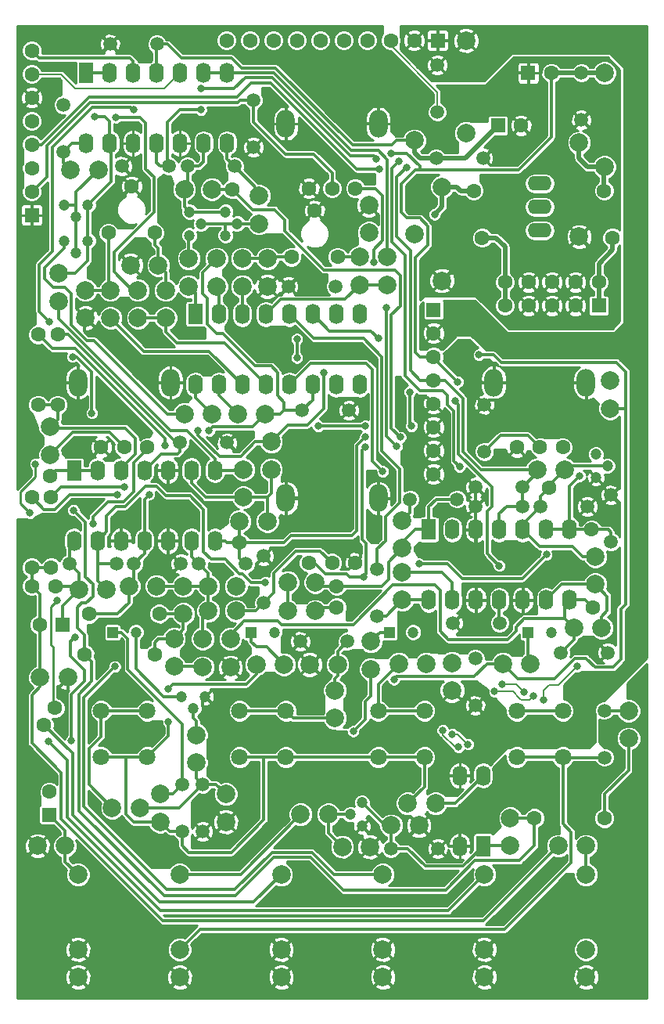
<source format=gtl>
G04 #@! TF.FileFunction,Copper,L1,Top,Signal*
%FSLAX46Y46*%
G04 Gerber Fmt 4.6, Leading zero omitted, Abs format (unit mm)*
G04 Created by KiCad (PCBNEW (2016-08-20 BZR 7083)-product) date Wed Jun 27 19:48:58 2018*
%MOMM*%
%LPD*%
G01*
G04 APERTURE LIST*
%ADD10C,0.100000*%
%ADD11C,1.600000*%
%ADD12C,1.500000*%
%ADD13R,1.600000X1.600000*%
%ADD14R,1.600000X2.200000*%
%ADD15O,1.600000X2.200000*%
%ADD16C,2.000000*%
%ADD17O,2.000000X3.000000*%
%ADD18C,1.800000*%
%ADD19O,2.600000X1.600000*%
%ADD20C,1.200000*%
%ADD21R,1.200000X1.200000*%
%ADD22C,0.800000*%
%ADD23C,0.300000*%
%ADD24C,0.500000*%
%ADD25C,0.250000*%
%ADD26C,0.200000*%
G04 APERTURE END LIST*
D10*
D11*
X12800000Y88200000D03*
X10300000Y83200000D03*
X15300000Y83200000D03*
D12*
X36140000Y39000000D03*
X31060000Y39000000D03*
D13*
X52450000Y94800000D03*
D11*
X54950000Y94800000D03*
D13*
X55750000Y100500000D03*
D11*
X58250000Y100500000D03*
D12*
X45760000Y91300000D03*
X50840000Y91300000D03*
X61500000Y95410000D03*
X61500000Y100490000D03*
X18060000Y60500000D03*
X23140000Y60500000D03*
X18140000Y47400000D03*
X13060000Y47400000D03*
X15540000Y103600000D03*
X10460000Y103600000D03*
X11760000Y90400000D03*
X16840000Y90400000D03*
X55140000Y53600000D03*
X50060000Y53600000D03*
X47560000Y41000000D03*
X52640000Y41000000D03*
X20060000Y47400000D03*
X25140000Y47400000D03*
X18300000Y18460000D03*
X18300000Y23540000D03*
X31260000Y64000000D03*
X36340000Y64000000D03*
X29760000Y77400000D03*
X34840000Y77400000D03*
X26000000Y97540000D03*
X26000000Y92460000D03*
X27100000Y43160000D03*
X27100000Y48240000D03*
X51000000Y59560000D03*
X51000000Y64640000D03*
X64000000Y31540000D03*
X64000000Y26460000D03*
X40860000Y16600000D03*
X45940000Y16600000D03*
X20500000Y23540000D03*
X20500000Y18460000D03*
X50000000Y37140000D03*
X50000000Y32060000D03*
X45900000Y101340000D03*
X45900000Y96260000D03*
D13*
X3900000Y20250000D03*
D11*
X3900000Y22750000D03*
D12*
X5400000Y97040000D03*
X5400000Y91960000D03*
X18860000Y90400000D03*
X23940000Y90400000D03*
X55140000Y55700000D03*
X50060000Y55700000D03*
X57060000Y53600000D03*
X62140000Y53600000D03*
X64700000Y49760000D03*
X64700000Y54840000D03*
X59260000Y37800000D03*
X64340000Y37800000D03*
X42960000Y54400000D03*
X48040000Y54400000D03*
X39400000Y46840000D03*
X39400000Y41760000D03*
X11140000Y47400000D03*
X6060000Y47400000D03*
D13*
X5350000Y40800000D03*
D11*
X2850000Y40800000D03*
D14*
X6580000Y57510000D03*
D15*
X9120000Y57510000D03*
X11660000Y57510000D03*
X14200000Y57510000D03*
X16740000Y57510000D03*
X19280000Y57510000D03*
X21820000Y57510000D03*
X21820000Y49890000D03*
X19280000Y49890000D03*
X16740000Y49890000D03*
X14200000Y49890000D03*
X11660000Y49890000D03*
X9120000Y49890000D03*
X6580000Y49890000D03*
D14*
X7880000Y100510000D03*
D15*
X10420000Y100510000D03*
X12960000Y100510000D03*
X15500000Y100510000D03*
X18040000Y100510000D03*
X20580000Y100510000D03*
X23120000Y100510000D03*
X23120000Y92890000D03*
X20580000Y92890000D03*
X18040000Y92890000D03*
X15500000Y92890000D03*
X12960000Y92890000D03*
X10420000Y92890000D03*
X7880000Y92890000D03*
D14*
X44980000Y51110000D03*
D15*
X47520000Y51110000D03*
X50060000Y51110000D03*
X52600000Y51110000D03*
X55140000Y51110000D03*
X57680000Y51110000D03*
X60220000Y51110000D03*
X60220000Y43490000D03*
X57680000Y43490000D03*
X55140000Y43490000D03*
X52600000Y43490000D03*
X50060000Y43490000D03*
X47520000Y43490000D03*
X44980000Y43490000D03*
X19710000Y66790000D03*
X22250000Y66790000D03*
D14*
X19710000Y74410000D03*
D15*
X22250000Y74410000D03*
X24790000Y74410000D03*
X27330000Y74410000D03*
X29870000Y74410000D03*
X32410000Y74410000D03*
X34950000Y74410000D03*
X37490000Y74410000D03*
X37490000Y66790000D03*
X34950000Y66790000D03*
X32410000Y66790000D03*
X29870000Y66790000D03*
X27330000Y66790000D03*
X24790000Y66790000D03*
D16*
X43400000Y83020000D03*
X43400000Y93180000D03*
X64000000Y90320000D03*
X64000000Y100480000D03*
D17*
X39500000Y95000000D03*
X29500000Y95000000D03*
D11*
X37000000Y88000000D03*
X34500000Y88000000D03*
X32000000Y88000000D03*
D17*
X17000000Y67000000D03*
X7000000Y67000000D03*
D11*
X14500000Y60000000D03*
X12000000Y60000000D03*
X9500000Y60000000D03*
D17*
X62000000Y67000000D03*
X52000000Y67000000D03*
D11*
X59500000Y60000000D03*
X57000000Y60000000D03*
X54500000Y60000000D03*
D17*
X39500000Y54500000D03*
X29500000Y54500000D03*
D11*
X37000000Y47500000D03*
X34500000Y47500000D03*
X32000000Y47500000D03*
D16*
X20500000Y36200000D03*
X23500000Y36200000D03*
X19800000Y28900000D03*
X19800000Y25900000D03*
X4000000Y62200000D03*
X4000000Y59200000D03*
X17400000Y39300000D03*
X17400000Y36300000D03*
X20500000Y39300000D03*
X23500000Y39300000D03*
X5600000Y16900000D03*
X2600000Y16900000D03*
X35100000Y36500000D03*
X32100000Y36500000D03*
X34800000Y30700000D03*
X34800000Y33700000D03*
X34100000Y20300000D03*
X31100000Y20300000D03*
X53800000Y19900000D03*
X53800000Y16900000D03*
X26300000Y36500000D03*
X29300000Y36500000D03*
X66600000Y31500000D03*
X66600000Y28500000D03*
X15500000Y45000000D03*
X12500000Y45000000D03*
X18400000Y45000000D03*
X18400000Y42000000D03*
X21100000Y42300000D03*
X24100000Y42300000D03*
X24100000Y45000000D03*
X21100000Y45000000D03*
X40900000Y19100000D03*
X43900000Y19100000D03*
X10700000Y21000000D03*
X13700000Y21000000D03*
X23000000Y22500000D03*
X23000000Y19500000D03*
X42700000Y21500000D03*
X45700000Y21500000D03*
X41700000Y36600000D03*
X44700000Y36600000D03*
X64600000Y67200000D03*
X64600000Y64200000D03*
X15900000Y19500000D03*
X15900000Y22500000D03*
X53000000Y36600000D03*
X56000000Y36600000D03*
X35600000Y16800000D03*
X38600000Y16800000D03*
X47500000Y36700000D03*
X47500000Y33700000D03*
X38700000Y36000000D03*
X38700000Y39000000D03*
X49000000Y94000000D03*
X49000000Y104000000D03*
X27900000Y57600000D03*
X27900000Y60600000D03*
X27500000Y52000000D03*
X24500000Y52000000D03*
X62000000Y16900000D03*
X59000000Y16900000D03*
X24900000Y57600000D03*
X24900000Y54600000D03*
X4900000Y78800000D03*
X4900000Y75800000D03*
X18500000Y87900000D03*
X21500000Y87900000D03*
X9200000Y90000000D03*
X6200000Y90000000D03*
X26600000Y84200000D03*
X26600000Y87200000D03*
X13500000Y74000000D03*
X13500000Y77000000D03*
X40500000Y77600000D03*
X40500000Y80600000D03*
X59700000Y57600000D03*
X56700000Y57600000D03*
X16500000Y74000000D03*
X16500000Y77000000D03*
X15700000Y79700000D03*
X12700000Y79700000D03*
X37500000Y77600000D03*
X37500000Y80600000D03*
X38500000Y83200000D03*
X38500000Y86200000D03*
D11*
X32600000Y85600000D03*
X30100000Y80600000D03*
X35100000Y80600000D03*
D16*
X10500000Y74000000D03*
X10500000Y77000000D03*
X7800000Y77000000D03*
X7800000Y74000000D03*
X24800000Y77400000D03*
X24800000Y80400000D03*
X27500000Y80400000D03*
X27500000Y77400000D03*
X18500000Y63600000D03*
X21500000Y63600000D03*
X24300000Y63600000D03*
X27300000Y63600000D03*
X63000000Y45200000D03*
X63000000Y48200000D03*
X19000000Y80400000D03*
X19000000Y77400000D03*
X60700000Y40500000D03*
X63700000Y40500000D03*
X22000000Y80400000D03*
X22000000Y77400000D03*
X42100000Y49100000D03*
X42100000Y52100000D03*
X42100000Y43500000D03*
X42100000Y46500000D03*
X29700000Y45400000D03*
X32700000Y45400000D03*
X29700000Y42300000D03*
X32700000Y42300000D03*
X7100000Y44600000D03*
X10100000Y44600000D03*
X2900000Y35100000D03*
X5900000Y35100000D03*
D18*
X14500000Y31500000D03*
X9500000Y31500000D03*
X14500000Y26500000D03*
X9500000Y26500000D03*
X29500000Y31500000D03*
X24500000Y31500000D03*
X29500000Y26500000D03*
X24500000Y26500000D03*
X44500000Y31500000D03*
X39500000Y31500000D03*
X44500000Y26500000D03*
X39500000Y26500000D03*
X59500000Y31500000D03*
X54500000Y31500000D03*
X59500000Y26500000D03*
X54500000Y26500000D03*
D19*
X57000000Y88540000D03*
X57000000Y83460000D03*
X57000000Y86000000D03*
D11*
X4500000Y31800000D03*
X3300000Y30000000D03*
X24500000Y49700000D03*
X4000000Y56900000D03*
X23700000Y87900000D03*
X58000000Y55600000D03*
X62600000Y51100000D03*
X62700000Y42700000D03*
X35000000Y45000000D03*
X35000000Y42700000D03*
X4600000Y45000000D03*
X2000000Y45000000D03*
D14*
X50870000Y16890000D03*
D15*
X48330000Y16890000D03*
X48330000Y24510000D03*
X50870000Y24510000D03*
D11*
X15800000Y42000000D03*
X8200000Y42000000D03*
D16*
X46400000Y88180000D03*
X46400000Y78020000D03*
X61250000Y82770000D03*
X61250000Y92930000D03*
D11*
X2700000Y64600000D03*
X2700000Y72200000D03*
X4800000Y72200000D03*
X4800000Y64600000D03*
X7700000Y37600000D03*
X15300000Y37600000D03*
D20*
X28270000Y40000000D03*
D21*
X25730000Y40000000D03*
D11*
X64000000Y19900000D03*
X56400000Y19900000D03*
D20*
X13270000Y40000000D03*
D21*
X10730000Y40000000D03*
D20*
X58270000Y40000000D03*
D21*
X55730000Y40000000D03*
D20*
X43270000Y40000000D03*
D21*
X40730000Y40000000D03*
D11*
X2000000Y47000000D03*
X2000000Y54600000D03*
X4100000Y54600000D03*
X4100000Y47000000D03*
D20*
X64335000Y58000000D03*
X63065000Y59270000D03*
X63065000Y56730000D03*
D11*
X50750000Y82650000D03*
X49850000Y87750000D03*
X64850000Y82650000D03*
X63950000Y87750000D03*
D20*
X36465000Y20300000D03*
X37735000Y19030000D03*
X37735000Y21570000D03*
X19500000Y31765000D03*
X20770000Y33035000D03*
X18230000Y33035000D03*
X6800000Y84965000D03*
X8070000Y86235000D03*
X5530000Y86235000D03*
X24235000Y84200000D03*
X22965000Y85470000D03*
X22965000Y82930000D03*
X6800000Y81065000D03*
X8070000Y82335000D03*
X5530000Y82335000D03*
X20335000Y84200000D03*
X19065000Y85470000D03*
X19065000Y82930000D03*
D13*
X63380000Y75330000D03*
D11*
X63380000Y77870000D03*
X60840000Y75330000D03*
X60840000Y77870000D03*
X58300000Y75330000D03*
X58300000Y77870000D03*
X55760000Y75330000D03*
X55760000Y77870000D03*
X53220000Y75330000D03*
X53220000Y77870000D03*
D16*
X7000000Y5700000D03*
X7000000Y13800000D03*
X7000000Y2700000D03*
X18000000Y5700000D03*
X18000000Y13800000D03*
X18000000Y2700000D03*
X29000000Y5700000D03*
X29000000Y13800000D03*
X29000000Y2700000D03*
X40000000Y5700000D03*
X40000000Y13800000D03*
X40000000Y2700000D03*
X51000000Y5700000D03*
X51000000Y13800000D03*
X51000000Y2700000D03*
X62000000Y5700000D03*
X62000000Y13800000D03*
X62000000Y2700000D03*
D11*
X2000000Y102890000D03*
X2000000Y100350000D03*
X2000000Y97810000D03*
X2000000Y95270000D03*
X2000000Y92730000D03*
X2000000Y90190000D03*
D13*
X2000000Y85110000D03*
D11*
X2000000Y87650000D03*
X23070000Y104000000D03*
X25610000Y104000000D03*
X28150000Y104000000D03*
X30690000Y104000000D03*
X33230000Y104000000D03*
X35770000Y104000000D03*
X38310000Y104000000D03*
X40850000Y104000000D03*
D13*
X45930000Y104000000D03*
D11*
X43390000Y104000000D03*
X45500000Y57110000D03*
X45500000Y59650000D03*
X45500000Y62190000D03*
X45500000Y64730000D03*
X45500000Y67270000D03*
X45500000Y69810000D03*
D13*
X45500000Y74890000D03*
D11*
X45500000Y72350000D03*
D22*
X42600000Y90300000D03*
X42900000Y66000000D03*
X43100000Y62300000D03*
X38100000Y62300000D03*
X33000000Y62300000D03*
X6500000Y53200000D03*
X21200000Y61800000D03*
X12000000Y55700000D03*
X39300000Y91200000D03*
X40900000Y91800000D03*
X20300000Y98800000D03*
X20300000Y96500000D03*
X30700000Y69700000D03*
X30700000Y71700000D03*
X33600000Y68100000D03*
X39500000Y71800000D03*
X48100000Y67100000D03*
X47800000Y65000000D03*
X52600000Y47200000D03*
X14700000Y54900000D03*
X11300000Y54900000D03*
X20000000Y61800000D03*
X16400000Y60200000D03*
X45600000Y85200000D03*
X38700000Y44100000D03*
X36600000Y41700000D03*
X31100000Y46300000D03*
X35800000Y49100000D03*
X36000000Y51400000D03*
X36900000Y33000000D03*
X37200000Y37500000D03*
X41900000Y38700000D03*
X54300000Y38500000D03*
X45600000Y38300000D03*
X43700000Y41700000D03*
X55000000Y49000000D03*
X51200000Y46900000D03*
X65200000Y43400000D03*
X65000000Y47600000D03*
X57100000Y46200000D03*
X44300000Y48700000D03*
X64700000Y59800000D03*
X47800000Y70000000D03*
X51800000Y81000000D03*
X43300000Y87500000D03*
X47700000Y86500000D03*
X54300000Y82000000D03*
X52600000Y88100000D03*
X57400000Y90300000D03*
X62000000Y87000000D03*
X64500000Y92100000D03*
X59300000Y99100000D03*
X64600000Y98700000D03*
X38600000Y89000000D03*
X33400000Y81100000D03*
X28900000Y82200000D03*
X23200000Y78900000D03*
X20600000Y82700000D03*
X17500000Y78800000D03*
X16400000Y88600000D03*
X33000000Y78300000D03*
X42000000Y63400000D03*
X41800000Y67000000D03*
X23600000Y72800000D03*
X29100000Y69600000D03*
X31700000Y70700000D03*
X38800000Y69600000D03*
X36300000Y61000000D03*
X29900000Y61000000D03*
X38800000Y50500000D03*
X35300000Y14900000D03*
X30000000Y17400000D03*
X42100000Y15200000D03*
X47000000Y13700000D03*
X64200000Y29800000D03*
X65600000Y26800000D03*
X60900000Y25000000D03*
X61100000Y19200000D03*
X67200000Y4900000D03*
X67700000Y34100000D03*
X68100000Y30100000D03*
X65700000Y22300000D03*
X63900000Y15200000D03*
X60000000Y13100000D03*
X52100000Y22000000D03*
X58400000Y25000000D03*
X57500000Y18300000D03*
X58700000Y14800000D03*
X52500000Y8900000D03*
X54400000Y14200000D03*
X48700000Y10100000D03*
X49100000Y13100000D03*
X38300000Y11000000D03*
X32300000Y13700000D03*
X27800000Y10900000D03*
X8600000Y21700000D03*
X7500000Y16100000D03*
X43400000Y25000000D03*
X35700000Y21900000D03*
X28600000Y24600000D03*
X23900000Y15100000D03*
X17700000Y15700000D03*
X11900000Y18600000D03*
X12500000Y4100000D03*
X18300000Y7700000D03*
X4100000Y11000000D03*
X3400000Y24500000D03*
X1000000Y30300000D03*
X8600000Y29100000D03*
X11300000Y27700000D03*
X15700000Y29500000D03*
X11000000Y30500000D03*
X11700000Y32600000D03*
X11700000Y34900000D03*
X5500000Y29500000D03*
X25800000Y44000000D03*
X22500000Y46600000D03*
X18600000Y37800000D03*
X16000000Y40400000D03*
X26400000Y53500000D03*
X26600000Y55900000D03*
X18800000Y53800000D03*
X23100000Y53500000D03*
X19700000Y43600000D03*
X14300000Y43200000D03*
X8400000Y40400000D03*
X11400000Y38500000D03*
X9500000Y36300000D03*
X1900000Y43200000D03*
X1800000Y36800000D03*
X8600000Y53800000D03*
X3100000Y50000000D03*
X5600000Y51800000D03*
X1600000Y62100000D03*
X1600000Y57200000D03*
X18000000Y75600000D03*
X12000000Y75500000D03*
X9100000Y78500000D03*
X9000000Y84400000D03*
X24400000Y85600000D03*
X21800000Y95300000D03*
X24700000Y96300000D03*
X50000000Y97400000D03*
X47100000Y92900000D03*
X40300000Y99400000D03*
X30800000Y100300000D03*
X34400000Y96700000D03*
X18900000Y103400000D03*
X6100000Y101000000D03*
X1600000Y104700000D03*
X15800000Y71600000D03*
X20700000Y69200000D03*
X19900000Y72300000D03*
X12300000Y69900000D03*
X14400000Y61800000D03*
X10000000Y63300000D03*
X9500000Y66500000D03*
X4100000Y69800000D03*
X1900000Y67000000D03*
X1900000Y69900000D03*
X1600000Y74800000D03*
X1600000Y80700000D03*
X57600000Y67000000D03*
X56900000Y4700000D03*
X46000000Y4500000D03*
X34700000Y4300000D03*
X23700000Y1600000D03*
X1900000Y8600000D03*
X51300000Y76900000D03*
X8600000Y51700000D03*
X6700000Y39500000D03*
X6300000Y28300000D03*
X8800000Y95800000D03*
X41500000Y60100000D03*
X38100000Y60000000D03*
X40400000Y75100000D03*
X39000000Y80000000D03*
X57700000Y48400000D03*
X43900000Y47400000D03*
X37900000Y46000000D03*
X61300000Y56900000D03*
X40000000Y57400000D03*
X27300000Y45400000D03*
X11000000Y36300000D03*
X13000000Y96500000D03*
X3900000Y73600000D03*
X6400000Y69800000D03*
X8500000Y63700000D03*
X41900000Y61100000D03*
X38100000Y61100000D03*
X41200000Y34900000D03*
X36800000Y29300000D03*
X16800000Y33900000D03*
X16800000Y30300000D03*
X50400000Y70000000D03*
X46500000Y29400000D03*
X48200000Y27600000D03*
X48300000Y57900000D03*
X39600000Y90100000D03*
X41700000Y90900000D03*
X55300000Y33500000D03*
X52900000Y34400000D03*
X57400000Y32700000D03*
X61000000Y36300000D03*
X2400000Y58200000D03*
X1800000Y52900000D03*
X4700000Y43400000D03*
X3800000Y28200000D03*
X47500000Y29000000D03*
X49200000Y27900000D03*
X56300000Y33100000D03*
X52100000Y33600000D03*
X11100000Y95700000D03*
D23*
X7099998Y33299998D02*
X8500000Y34700000D01*
X8500000Y36800000D02*
X7700000Y37600000D01*
X8500000Y34700000D02*
X8500000Y36800000D01*
D24*
X43400000Y93180000D02*
X43400000Y91900000D01*
X44000000Y91300000D02*
X45760000Y91300000D01*
X43400000Y91900000D02*
X44000000Y91300000D01*
D23*
X43000000Y81300000D02*
X41500004Y82799996D01*
X44030000Y67270000D02*
X43000000Y68300000D01*
X43000000Y68300000D02*
X43000000Y81300000D01*
X45500000Y67270000D02*
X44030000Y67270000D01*
X41500004Y89200004D02*
X42600000Y90300000D01*
X41500004Y82799996D02*
X41500004Y89200004D01*
X42900000Y62500000D02*
X42900000Y66000000D01*
X43100000Y62300000D02*
X42900000Y62500000D01*
X33000000Y62300000D02*
X38100000Y62300000D01*
X56400000Y16900000D02*
X56400000Y19900000D01*
X54800000Y15300000D02*
X56400000Y16900000D01*
X49987110Y15300000D02*
X54800000Y15300000D01*
X46787110Y12100000D02*
X49987110Y15300000D01*
X35744890Y12100000D02*
X46787110Y12100000D01*
X32144892Y15699998D02*
X35744890Y12100000D01*
X28207108Y15699998D02*
X32144892Y15699998D01*
X24007110Y11500000D02*
X28207108Y15699998D01*
X16300000Y11500000D02*
X24007110Y11500000D01*
X7099998Y20700002D02*
X16300000Y11500000D01*
X7099998Y33299998D02*
X7099998Y20700002D01*
X43400000Y93180000D02*
X41480000Y93180000D01*
X28397108Y101010002D02*
X36707110Y92700000D01*
X24689998Y101010002D02*
X28397108Y101010002D01*
X23600000Y102100000D02*
X24689998Y101010002D01*
X18200000Y102100000D02*
X23600000Y102100000D01*
X16700000Y103600000D02*
X18200000Y102100000D01*
X15540000Y103600000D02*
X16700000Y103600000D01*
X41480000Y93180000D02*
X41000000Y92700000D01*
X41000000Y92700000D02*
X36707110Y92700000D01*
D24*
X52450000Y94800000D02*
X48950000Y91300000D01*
X48950000Y91300000D02*
X45760000Y91300000D01*
D23*
X8600000Y43900000D02*
X7900000Y43200000D01*
X6500000Y53200000D02*
X7800000Y51900000D01*
X7800000Y51900000D02*
X7800000Y46000000D01*
X7800000Y46000000D02*
X8600000Y45200000D01*
X8600000Y45200000D02*
X8600000Y43900000D01*
X7700000Y39700000D02*
X7700000Y37600000D01*
X6900000Y40500000D02*
X7700000Y39700000D01*
X6900000Y42700000D02*
X6900000Y40500000D01*
X7400000Y43200000D02*
X6900000Y42700000D01*
X7900000Y43200000D02*
X7400000Y43200000D01*
X21200000Y61800000D02*
X21600000Y62200000D01*
X25900000Y62200000D02*
X27300000Y63600000D01*
X21600000Y62200000D02*
X25900000Y62200000D01*
X5200000Y55700000D02*
X4100000Y54600000D01*
X12000000Y55700000D02*
X5200000Y55700000D01*
X18060000Y60500000D02*
X18060000Y59560000D01*
X15990000Y59300000D02*
X14200000Y57510000D01*
X17800000Y59300000D02*
X15990000Y59300000D01*
X18060000Y59560000D02*
X17800000Y59300000D01*
X4800000Y72200000D02*
X5885780Y72200000D01*
X5885780Y72200000D02*
X17585780Y60500000D01*
X17585780Y60500000D02*
X18060000Y60500000D01*
X45500000Y67270000D02*
X46730000Y67270000D01*
X46730000Y67270000D02*
X48700000Y65300000D01*
X48700000Y65300000D02*
X48700000Y59500000D01*
X48700000Y59500000D02*
X50600000Y57600000D01*
X50600000Y57600000D02*
X56700000Y57600000D01*
X26200000Y68800000D02*
X27900000Y68800000D01*
X29300000Y64900000D02*
X29300000Y64000000D01*
X28600000Y65600000D02*
X29300000Y64900000D01*
X28600000Y68100000D02*
X28600000Y65600000D01*
X27900000Y68800000D02*
X28600000Y68100000D01*
X22000000Y80400000D02*
X20500000Y78900000D01*
X22700000Y72300000D02*
X26200000Y68800000D01*
X22000000Y72300000D02*
X22700000Y72300000D01*
X21000000Y73300000D02*
X22000000Y72300000D01*
X21000000Y76100000D02*
X21000000Y73300000D01*
X20500000Y76600000D02*
X21000000Y76100000D01*
X20500000Y78900000D02*
X20500000Y76600000D01*
X55140000Y55700000D02*
X56700000Y57260000D01*
X56700000Y57260000D02*
X56700000Y57600000D01*
X55140000Y53600000D02*
X55140000Y55700000D01*
X52600000Y51110000D02*
X52600000Y52800000D01*
X53400000Y53600000D02*
X55140000Y53600000D01*
X52600000Y52800000D02*
X53400000Y53600000D01*
X56400000Y19900000D02*
X53800000Y19900000D01*
X31260000Y64000000D02*
X29300000Y64000000D01*
X28900000Y63600000D02*
X27300000Y63600000D01*
X29300000Y64000000D02*
X28900000Y63600000D01*
X32410000Y66790000D02*
X32410000Y65150000D01*
X32410000Y65150000D02*
X31260000Y64000000D01*
X15500000Y103560000D02*
X15500000Y100510000D01*
X20770000Y33035000D02*
X20500000Y32765000D01*
X20500000Y32765000D02*
X20500000Y32000000D01*
X13060000Y47400000D02*
X13060000Y45560000D01*
X13060000Y45560000D02*
X12500000Y45000000D01*
X16700000Y90540000D02*
X16700000Y95200000D01*
X40900000Y91800000D02*
X42600000Y91800000D01*
X27982892Y100009998D02*
X36496445Y91496445D01*
X25109998Y100009998D02*
X27982892Y100009998D01*
X23900000Y98800000D02*
X25109998Y100009998D01*
X23900000Y98800000D02*
X20300000Y98800000D01*
X39003555Y91496445D02*
X36496445Y91496445D01*
X39003555Y91496445D02*
X39300000Y91200000D01*
X44000000Y90400000D02*
X44000000Y90000000D01*
X42600000Y91800000D02*
X44000000Y90400000D01*
X18000000Y96500000D02*
X16700000Y95200000D01*
X20300000Y96500000D02*
X18000000Y96500000D01*
X44900000Y81900000D02*
X43500002Y80500002D01*
X43500002Y80500002D02*
X43500002Y70299998D01*
X43500002Y70299998D02*
X43990000Y69810000D01*
X43990000Y69810000D02*
X45500000Y69810000D01*
X44000000Y90000000D02*
X43500000Y90000000D01*
X42600000Y84800000D02*
X44000000Y84800000D01*
X43500000Y90000000D02*
X42000006Y88500006D01*
X42000006Y88500006D02*
X42000006Y85399994D01*
X42000006Y85399994D02*
X42600000Y84800000D01*
X44900000Y83900000D02*
X44900000Y81900000D01*
X44000000Y84800000D02*
X44900000Y83900000D01*
X44000000Y90000000D02*
X54700000Y90000000D01*
X58250000Y93550000D02*
X54700000Y90000000D01*
X58250000Y100500000D02*
X58250000Y93550000D01*
X30700000Y71700000D02*
X30700000Y69700000D01*
X29700000Y62400000D02*
X27900000Y60600000D01*
X31800000Y62400000D02*
X29700000Y62400000D01*
X33600000Y64200000D02*
X31800000Y62400000D01*
X33600000Y68100000D02*
X33600000Y64200000D01*
X32410000Y74410000D02*
X34220000Y72600000D01*
X34220000Y72600000D02*
X38700000Y72600000D01*
X38700000Y72600000D02*
X39500000Y71800000D01*
X48100000Y67100000D02*
X45500000Y69700000D01*
X48199998Y64600002D02*
X47800000Y65000000D01*
X48199998Y59292892D02*
X48199998Y64600002D01*
X51800000Y55692890D02*
X48199998Y59292892D01*
X51800000Y53600000D02*
X51800000Y55692890D01*
X51300000Y53100000D02*
X51800000Y53600000D01*
X51300000Y48500000D02*
X51300000Y53100000D01*
X52600000Y47200000D02*
X51300000Y48500000D01*
X2000000Y54600000D02*
X3300000Y53300000D01*
X6100000Y54900000D02*
X11300000Y54900000D01*
X4500000Y53300000D02*
X6100000Y54900000D01*
X3300000Y53300000D02*
X4500000Y53300000D01*
X14200000Y54400000D02*
X14200000Y49890000D01*
X14700000Y54900000D02*
X14200000Y54400000D01*
X16840000Y90400000D02*
X16700000Y90540000D01*
X12500000Y43200000D02*
X11300000Y42000000D01*
X12500000Y45000000D02*
X12500000Y43200000D01*
X11300000Y42000000D02*
X8200000Y42000000D01*
X26200000Y60600000D02*
X27900000Y60600000D01*
X24600000Y59000000D02*
X26200000Y60600000D01*
X22307110Y59000000D02*
X24600000Y59000000D01*
X20000000Y61307110D02*
X22307110Y59000000D01*
X20000000Y61800000D02*
X20000000Y61307110D01*
X2700000Y72200000D02*
X4200000Y70700000D01*
X4200000Y70700000D02*
X5800000Y70700000D01*
X5800000Y70700000D02*
X6678670Y70700000D01*
X6678670Y70700000D02*
X16400000Y60978670D01*
X16400000Y60978670D02*
X16400000Y60200000D01*
X13060000Y47400000D02*
X14200000Y48540000D01*
X14200000Y48540000D02*
X14200000Y49890000D01*
X52600000Y43490000D02*
X52600000Y41040000D01*
D24*
X61500000Y100490000D02*
X58260000Y100490000D01*
X64000000Y100480000D02*
X61510000Y100480000D01*
D23*
X15500000Y92890000D02*
X15500000Y90800000D01*
X15900000Y90400000D02*
X16840000Y90400000D01*
X15500000Y90800000D02*
X15900000Y90400000D01*
D24*
X46400000Y86000000D02*
X46400000Y88180000D01*
X45600000Y85200000D02*
X46400000Y86000000D01*
X49850000Y87750000D02*
X48450000Y87750000D01*
X48020000Y88180000D02*
X46400000Y88180000D01*
X48450000Y87750000D02*
X48020000Y88180000D01*
X64000000Y90320000D02*
X62180000Y90320000D01*
X61250000Y91250000D02*
X61250000Y92930000D01*
X62180000Y90320000D02*
X61250000Y91250000D01*
X63950000Y87750000D02*
X63950000Y90270000D01*
X53220000Y77870000D02*
X53220000Y81680000D01*
X53220000Y81680000D02*
X52250000Y82650000D01*
X52250000Y82650000D02*
X50750000Y82650000D01*
X53220000Y75330000D02*
X53220000Y77870000D01*
X63380000Y77870000D02*
X63380000Y79880000D01*
X64850000Y81350000D02*
X64850000Y82650000D01*
X63380000Y79880000D02*
X64850000Y81350000D01*
X63380000Y75330000D02*
X63380000Y77870000D01*
D23*
X37735000Y21570000D02*
X40205000Y19100000D01*
X40205000Y19100000D02*
X40900000Y19100000D01*
X40860000Y16600000D02*
X42700000Y16600000D01*
X48680000Y14700000D02*
X50870000Y16890000D01*
X44600000Y14700000D02*
X48680000Y14700000D01*
X42700000Y16600000D02*
X44600000Y14700000D01*
X53800000Y16900000D02*
X50880000Y16900000D01*
X40900000Y16640000D02*
X40900000Y19100000D01*
X66600000Y31500000D02*
X64040000Y31500000D01*
X59500000Y31500000D02*
X54500000Y31500000D01*
X5600000Y16900000D02*
X5600000Y15200000D01*
X5600000Y15200000D02*
X7000000Y13800000D01*
X3900000Y20250000D02*
X5600000Y18550000D01*
X5600000Y18550000D02*
X5600000Y16900000D01*
X37000000Y47500000D02*
X36300002Y46800002D01*
X36300002Y46800002D02*
X35700000Y46800002D01*
X38700000Y44100000D02*
X36600000Y42000000D01*
X36600000Y42000000D02*
X36600000Y41700000D01*
X37000000Y47500000D02*
X37600000Y48100000D01*
X37600000Y48100000D02*
X37600000Y49000000D01*
X32900000Y54500000D02*
X36000000Y51400000D01*
X32900000Y54500000D02*
X29500000Y54500000D01*
X5900000Y35100000D02*
X5900000Y33700000D01*
X5900000Y33700000D02*
X5800000Y33600000D01*
X43700000Y41700000D02*
X42900000Y41700000D01*
X36900000Y37200000D02*
X36900000Y33000000D01*
X37200000Y37500000D02*
X36900000Y37200000D01*
X41900000Y40700000D02*
X41900000Y38700000D01*
X42900000Y41700000D02*
X41900000Y40700000D01*
X45600000Y39800000D02*
X45600000Y38300000D01*
X43700000Y41700000D02*
X45600000Y39800000D01*
X64100000Y46700000D02*
X65000000Y47600000D01*
X57600000Y46700000D02*
X64100000Y46700000D01*
X57100000Y46200000D02*
X57600000Y46700000D01*
X50060000Y51110000D02*
X50060000Y49160000D01*
X49600000Y48700000D02*
X44300000Y48700000D01*
X50060000Y49160000D02*
X49600000Y48700000D01*
X52000000Y67000000D02*
X50800000Y67000000D01*
X50800000Y67000000D02*
X47800000Y70000000D01*
X51800000Y81000000D02*
X49900000Y81000000D01*
X49380000Y81000000D02*
X51800000Y81000000D01*
X46400000Y78020000D02*
X49380000Y81000000D01*
X47700000Y83200000D02*
X47700000Y86500000D01*
X49900000Y81000000D02*
X47700000Y83200000D01*
X54300000Y79330000D02*
X54300000Y82000000D01*
X55760000Y77870000D02*
X54300000Y79330000D01*
X52600000Y88100000D02*
X52600000Y88200000D01*
X57400000Y90300000D02*
X58700000Y90300000D01*
X58700000Y90300000D02*
X62000000Y87000000D01*
X61500000Y95410000D02*
X64500000Y92410000D01*
X64500000Y92410000D02*
X64500000Y92100000D01*
X61500000Y95410000D02*
X64600000Y98510000D01*
X64600000Y98510000D02*
X64600000Y98700000D01*
X50840000Y91300000D02*
X51639998Y90500002D01*
X52900002Y90500002D02*
X53100000Y90700000D01*
X51639998Y90500002D02*
X52900002Y90500002D01*
X32600000Y85600000D02*
X34800000Y83400000D01*
X34800000Y82500000D02*
X33400000Y81100000D01*
X34800000Y83400000D02*
X34800000Y82500000D01*
X38500000Y86200000D02*
X39400000Y85300000D01*
X39400000Y85300000D02*
X39400000Y84900000D01*
X17500000Y78800000D02*
X17500000Y85400000D01*
X16400000Y86500000D02*
X16400000Y88600000D01*
X17500000Y85400000D02*
X16400000Y86500000D01*
X29760000Y77400000D02*
X30660000Y78300000D01*
X30660000Y78300000D02*
X33000000Y78300000D01*
X42000000Y63400000D02*
X41800000Y63600000D01*
X41800000Y63600000D02*
X41800000Y67000000D01*
X26800000Y69600000D02*
X23600000Y72800000D01*
X29100000Y69600000D02*
X26800000Y69600000D01*
X37700000Y70700000D02*
X31700000Y70700000D01*
X38800000Y69600000D02*
X37700000Y70700000D01*
X29500000Y54500000D02*
X31400000Y54500000D01*
X31400000Y54500000D02*
X36300000Y59400000D01*
X36300000Y59400000D02*
X36300000Y61000000D01*
X35300000Y14900000D02*
X32800000Y17400000D01*
X32800000Y17400000D02*
X30000000Y17400000D01*
X42800000Y14500000D02*
X42100000Y15200000D01*
X42800000Y13700000D02*
X42800000Y14500000D01*
X47000000Y13700000D02*
X42800000Y13700000D01*
X64200000Y28200000D02*
X64200000Y29800000D01*
X65600000Y26800000D02*
X64200000Y28200000D01*
X60900000Y19400000D02*
X60900000Y25000000D01*
X61100000Y19200000D02*
X60900000Y19400000D01*
X68100000Y33700000D02*
X67700000Y34100000D01*
X68100000Y30100000D02*
X68100000Y33700000D01*
X65700000Y17000000D02*
X65700000Y22300000D01*
X63900000Y15200000D02*
X65700000Y17000000D01*
X62000000Y2700000D02*
X60000000Y4700000D01*
X60000000Y4700000D02*
X60000000Y13100000D01*
X48330000Y18230000D02*
X48330000Y16890000D01*
X52100000Y22000000D02*
X48330000Y18230000D01*
X58400000Y19200000D02*
X58400000Y25000000D01*
X57500000Y18300000D02*
X58400000Y19200000D01*
X52800000Y8900000D02*
X58700000Y14800000D01*
X52500000Y8900000D02*
X52800000Y8900000D01*
X50300000Y10100000D02*
X54400000Y14200000D01*
X48700000Y10100000D02*
X50300000Y10100000D01*
X47000000Y11000000D02*
X49100000Y13100000D01*
X38300000Y11000000D02*
X47000000Y11000000D01*
X29500000Y10900000D02*
X32300000Y13700000D01*
X27800000Y10900000D02*
X29500000Y10900000D01*
X38800000Y25000000D02*
X43400000Y25000000D01*
X35700000Y21900000D02*
X38800000Y25000000D01*
X28600000Y19800000D02*
X28600000Y24600000D01*
X23900000Y15100000D02*
X28600000Y19800000D01*
X14800000Y15700000D02*
X17700000Y15700000D01*
X11900000Y18600000D02*
X14800000Y15700000D01*
X12500000Y4100000D02*
X16100000Y7700000D01*
X8450000Y4100000D02*
X12500000Y4100000D01*
X7000000Y2650000D02*
X8450000Y4100000D01*
X16100000Y7700000D02*
X18300000Y7700000D01*
X2600000Y16900000D02*
X4100000Y15400000D01*
X4100000Y15400000D02*
X4100000Y11000000D01*
X1800000Y36800000D02*
X1200000Y36200000D01*
X1200000Y18300000D02*
X2600000Y16900000D01*
X1200000Y22300000D02*
X1200000Y18300000D01*
X3400000Y24500000D02*
X1200000Y22300000D01*
X1200000Y30500000D02*
X1000000Y30300000D01*
X1200000Y36200000D02*
X1200000Y30500000D01*
X12000000Y29500000D02*
X15700000Y29500000D01*
X11000000Y30500000D02*
X12000000Y29500000D01*
X11700000Y34900000D02*
X11700000Y32600000D01*
X23500000Y36200000D02*
X21900000Y37800000D01*
X21900000Y37800000D02*
X18600000Y37800000D01*
X16740000Y51740000D02*
X18800000Y53800000D01*
X16740000Y49890000D02*
X16740000Y51740000D01*
X12300000Y41200000D02*
X14300000Y43200000D01*
X9200000Y41200000D02*
X12300000Y41200000D01*
X8400000Y40400000D02*
X9200000Y41200000D01*
X9500000Y36600000D02*
X11400000Y38500000D01*
X9500000Y36300000D02*
X9500000Y36600000D01*
X1600000Y42900000D02*
X1900000Y43200000D01*
X1600000Y37000000D02*
X1600000Y42900000D01*
X1800000Y36800000D02*
X1600000Y37000000D01*
X8600000Y53800000D02*
X8200000Y54200000D01*
X5600000Y53600000D02*
X5600000Y51800000D01*
X6200000Y54200000D02*
X5600000Y53600000D01*
X8200000Y54200000D02*
X6200000Y54200000D01*
X1300000Y66400000D02*
X1300000Y62400000D01*
X1300000Y62400000D02*
X1600000Y62100000D01*
X1300000Y66400000D02*
X1900000Y67000000D01*
X7800000Y74000000D02*
X9300000Y75500000D01*
X9300000Y75500000D02*
X12000000Y75500000D01*
X12800000Y88200000D02*
X9000000Y84400000D01*
X23700000Y95300000D02*
X21800000Y95300000D01*
X24700000Y96300000D02*
X23700000Y95300000D01*
X55750000Y100500000D02*
X53400000Y100500000D01*
X50300000Y97400000D02*
X50000000Y97400000D01*
X53400000Y100500000D02*
X50300000Y97400000D01*
X39500000Y95000000D02*
X39500000Y98600000D01*
X39500000Y98600000D02*
X40300000Y99400000D01*
X39500000Y95000000D02*
X36100000Y95000000D01*
X36100000Y95000000D02*
X34400000Y96700000D01*
X10460000Y103600000D02*
X11860000Y105000000D01*
X17300000Y105000000D02*
X18900000Y103400000D01*
X11860000Y105000000D02*
X17300000Y105000000D01*
X17000000Y67000000D02*
X15200000Y67000000D01*
X15200000Y67000000D02*
X12300000Y69900000D01*
X7800000Y74000000D02*
X7700000Y73900000D01*
X7700000Y73900000D02*
X7700000Y72600000D01*
X7800000Y74000000D02*
X6900000Y74900000D01*
X6900000Y74900000D02*
X6900000Y75500000D01*
X10000000Y66000000D02*
X10000000Y63300000D01*
X9500000Y66500000D02*
X10000000Y66000000D01*
D25*
X7000000Y67000000D02*
X5500000Y67000000D01*
X4100000Y68400000D02*
X4100000Y69800000D01*
X5500000Y67000000D02*
X4100000Y68400000D01*
X2000000Y85110000D02*
X2000000Y81100000D01*
X1900000Y67000000D02*
X7000000Y67000000D01*
X1500000Y70300000D02*
X1900000Y69900000D01*
X1500000Y74700000D02*
X1500000Y70300000D01*
X1600000Y74800000D02*
X1500000Y74700000D01*
X2000000Y81100000D02*
X1600000Y80700000D01*
D23*
X50060000Y53600000D02*
X50060000Y55700000D01*
X50060000Y51110000D02*
X50060000Y53600000D01*
X51000000Y2650000D02*
X53050000Y4700000D01*
X53050000Y4700000D02*
X56900000Y4700000D01*
X29000000Y2650000D02*
X30650000Y4300000D01*
X30650000Y4300000D02*
X34700000Y4300000D01*
X51000000Y64640000D02*
X50260000Y63900000D01*
X50260000Y63900000D02*
X49900000Y63900000D01*
X51000000Y64640000D02*
X51740000Y63900000D01*
X51740000Y63900000D02*
X52300000Y63900000D01*
X51000000Y64640000D02*
X51460000Y65100000D01*
X51460000Y65100000D02*
X52300000Y65100000D01*
X45500000Y64730000D02*
X44870000Y64100000D01*
X44870000Y64100000D02*
X44100000Y64100000D01*
X45500000Y64730000D02*
X44830000Y65400000D01*
X44830000Y65400000D02*
X44100000Y65400000D01*
D25*
X1949998Y85059998D02*
X2000000Y85110000D01*
D23*
X24100000Y42300000D02*
X26240000Y42300000D01*
X26240000Y42300000D02*
X27100000Y43160000D01*
X27100000Y43160000D02*
X28200000Y44260000D01*
X28200000Y44260000D02*
X28200000Y46400000D01*
X34500000Y47500000D02*
X33200000Y48800000D01*
X33200000Y48800000D02*
X30600000Y48800000D01*
X30600000Y48800000D02*
X28200000Y46400000D01*
X59500000Y26500000D02*
X59500000Y19300000D01*
X20200000Y7900000D02*
X18000000Y5700000D01*
X53200000Y7900000D02*
X20200000Y7900000D01*
X60400000Y15100000D02*
X53200000Y7900000D01*
X60400000Y18400000D02*
X60400000Y15100000D01*
X59500000Y19300000D02*
X60400000Y18400000D01*
X64000000Y26460000D02*
X59540000Y26460000D01*
X54500000Y26500000D02*
X59500000Y26500000D01*
X7700000Y34700000D02*
X7700000Y35900000D01*
X7700000Y35900000D02*
X6200000Y37400000D01*
X6200000Y37400000D02*
X6200000Y39000000D01*
X6200000Y39000000D02*
X6700000Y39500000D01*
X6300000Y28300000D02*
X6300000Y33300000D01*
X6300000Y33300000D02*
X7700000Y34700000D01*
X8600000Y52500000D02*
X10200000Y54100000D01*
X8600000Y51700000D02*
X8600000Y52500000D01*
X14500000Y60000000D02*
X14500000Y59800000D01*
X14500000Y59800000D02*
X13000000Y58300000D01*
X13000000Y55200000D02*
X13000000Y58300000D01*
X11900000Y54100000D02*
X13000000Y55200000D01*
X10200000Y54100000D02*
X11900000Y54100000D01*
X8070000Y82335000D02*
X8070000Y80170000D01*
X6700000Y78800000D02*
X4900000Y78800000D01*
X8070000Y80170000D02*
X6700000Y78800000D01*
X10420000Y92890000D02*
X10420000Y95280000D01*
X9900000Y95800000D02*
X8800000Y95800000D01*
X10420000Y95280000D02*
X9900000Y95800000D01*
X10600000Y92710000D02*
X10600000Y88765000D01*
X10600000Y88765000D02*
X8070000Y86235000D01*
X8070000Y86235000D02*
X8070000Y82335000D01*
X7880000Y92890000D02*
X6330000Y92890000D01*
X6330000Y92890000D02*
X5400000Y91960000D01*
X5400000Y91960000D02*
X5400000Y90800000D01*
X5400000Y90800000D02*
X6200000Y90000000D01*
X20580000Y92890000D02*
X20580000Y90880000D01*
X20100000Y90400000D02*
X18860000Y90400000D01*
X20580000Y90880000D02*
X20100000Y90400000D01*
X18500000Y87900000D02*
X18860000Y88260000D01*
X18860000Y88260000D02*
X18860000Y90400000D01*
X19065000Y85470000D02*
X18500000Y86035000D01*
X18500000Y86035000D02*
X18500000Y87900000D01*
X22965000Y85470000D02*
X19065000Y85470000D01*
X23940000Y90400000D02*
X26600000Y87740000D01*
X26600000Y87740000D02*
X26600000Y87200000D01*
X23120000Y92890000D02*
X23120000Y91220000D01*
X23120000Y91220000D02*
X23940000Y90400000D01*
X63000000Y48200000D02*
X61600000Y48200000D01*
X56950000Y49300000D02*
X55140000Y51110000D01*
X60500000Y49300000D02*
X56950000Y49300000D01*
X61600000Y48200000D02*
X60500000Y49300000D01*
X58000000Y55600000D02*
X57060000Y54660000D01*
X57060000Y54660000D02*
X57060000Y53600000D01*
X59700000Y57600000D02*
X58000000Y55900000D01*
X59700000Y57600000D02*
X60100000Y58000000D01*
X60100000Y58000000D02*
X64335000Y58000000D01*
X57060000Y53600000D02*
X55140000Y51680000D01*
X55140000Y51680000D02*
X55140000Y51110000D01*
X38200000Y49600000D02*
X37800000Y50000000D01*
X37800000Y50000000D02*
X37800000Y59700000D01*
X40400000Y75100000D02*
X40400002Y75100002D01*
X40400002Y75100002D02*
X40400002Y61199998D01*
X41500000Y60100000D02*
X40400002Y61199998D01*
X38100000Y60000000D02*
X37800000Y59700000D01*
X39200000Y88000000D02*
X39999998Y87200002D01*
X39200000Y88000000D02*
X37000000Y88000000D01*
X39000000Y81400000D02*
X39000000Y80000000D01*
X39999998Y82399998D02*
X39000000Y81400000D01*
X39999998Y87200002D02*
X39999998Y82399998D01*
X37900000Y46000000D02*
X36400000Y46000000D01*
X33800000Y46300000D02*
X32600000Y47500000D01*
X36100000Y46300000D02*
X33800000Y46300000D01*
X36400000Y46000000D02*
X36100000Y46300000D01*
X32600000Y47500000D02*
X32000000Y47500000D01*
X48600000Y45800000D02*
X55100000Y45800000D01*
X57700000Y48400000D02*
X55100000Y45800000D01*
X47000000Y47400000D02*
X48600000Y45800000D01*
X43900000Y47400000D02*
X47000000Y47400000D01*
X38200000Y46300000D02*
X38200000Y49600000D01*
X37900000Y46000000D02*
X38200000Y46300000D01*
X60220000Y55820000D02*
X60220000Y51110000D01*
X61300000Y56900000D02*
X60220000Y55820000D01*
X62600000Y51100000D02*
X64400000Y51100000D01*
X64700000Y50800000D02*
X64700000Y49760000D01*
X64400000Y51100000D02*
X64700000Y50800000D01*
X60220000Y51110000D02*
X62590000Y51110000D01*
X62590000Y51110000D02*
X62600000Y51100000D01*
X57680000Y51110000D02*
X60220000Y51110000D01*
X23500000Y39700000D02*
X25000000Y41200000D01*
X25000000Y41200000D02*
X28600000Y41200000D01*
X23500000Y39300000D02*
X23500000Y39700000D01*
X41100000Y45100000D02*
X45600000Y45100000D01*
X45600000Y45100000D02*
X46200000Y44500000D01*
X46200000Y44500000D02*
X46200000Y40100000D01*
X46200000Y40100000D02*
X47100000Y39200000D01*
X47100000Y39200000D02*
X53500000Y39200000D01*
X53500000Y39200000D02*
X54400000Y40100000D01*
X54400000Y40100000D02*
X54400000Y40600000D01*
X54400000Y40600000D02*
X55300000Y41500000D01*
X59700000Y41500000D02*
X55300000Y41500000D01*
X28600000Y41200000D02*
X29000000Y40800000D01*
X29000000Y40800000D02*
X36800000Y40800000D01*
X36800000Y40800000D02*
X41100000Y45100000D01*
X60220000Y43490000D02*
X59700000Y42970000D01*
X59700000Y42970000D02*
X59700000Y41500000D01*
X59700000Y41500000D02*
X60700000Y40500000D01*
X60700000Y40500000D02*
X60700000Y39240000D01*
X60700000Y39240000D02*
X59260000Y37800000D01*
X60700000Y40500000D02*
X60220000Y40980000D01*
X62700000Y42700000D02*
X61910000Y43490000D01*
X61910000Y43490000D02*
X60220000Y43490000D01*
D26*
X18040000Y100510000D02*
X16330000Y98800000D01*
X16330000Y98800000D02*
X6700000Y98800000D01*
X6700000Y98800000D02*
X5150000Y100350000D01*
X5150000Y100350000D02*
X2000000Y100350000D01*
D23*
X40000000Y57400000D02*
X38900000Y58500000D01*
X32180000Y69100000D02*
X29870000Y66790000D01*
X38200000Y69100000D02*
X32180000Y69100000D01*
X38900000Y68400000D02*
X38200000Y69100000D01*
X38900000Y58500000D02*
X38900000Y68400000D01*
X42960000Y54400000D02*
X42960000Y52960000D01*
X42960000Y52960000D02*
X42100000Y52100000D01*
X35000000Y45000000D02*
X39900000Y45000000D01*
X40600000Y47600000D02*
X42100000Y49100000D01*
X40600000Y45700000D02*
X40600000Y47600000D01*
X39900000Y45000000D02*
X40600000Y45700000D01*
X44980000Y51110000D02*
X43510000Y51110000D01*
X43510000Y51110000D02*
X42100000Y49700000D01*
X42100000Y49700000D02*
X42100000Y49100000D01*
X48040000Y54400000D02*
X45800000Y54400000D01*
X44980000Y53580000D02*
X44980000Y51110000D01*
X45800000Y54400000D02*
X44980000Y53580000D01*
X32700000Y45400000D02*
X33100000Y45000000D01*
X33100000Y45000000D02*
X35000000Y45000000D01*
X41800000Y54000000D02*
X41800000Y57700000D01*
X39400000Y46840000D02*
X39400000Y49000000D01*
X40300000Y52500000D02*
X41800000Y54000000D01*
X40300000Y49900000D02*
X40300000Y52500000D01*
X39400000Y49000000D02*
X40300000Y49900000D01*
X32480000Y71800000D02*
X29870000Y74410000D01*
X37900000Y71800000D02*
X32480000Y71800000D01*
X39900000Y69800000D02*
X37900000Y71800000D01*
X39900000Y59600000D02*
X39900000Y69800000D01*
X41800000Y57700000D02*
X39900000Y59600000D01*
X42100000Y46500000D02*
X46400000Y46500000D01*
X47520000Y45380000D02*
X47520000Y43490000D01*
X46400000Y46500000D02*
X47520000Y45380000D01*
X42100000Y43500000D02*
X40360000Y41760000D01*
X40360000Y41760000D02*
X39400000Y41760000D01*
X32700000Y42300000D02*
X33100000Y42700000D01*
X33100000Y42700000D02*
X35000000Y42700000D01*
X44980000Y43490000D02*
X42110000Y43490000D01*
X42110000Y43490000D02*
X42100000Y43500000D01*
X9120000Y49890000D02*
X10100000Y50870000D01*
X10100000Y52600000D02*
X11099998Y53599998D01*
X10100000Y50870000D02*
X10100000Y52600000D01*
X16500000Y54800000D02*
X15500000Y55800000D01*
X15500000Y55800000D02*
X14307110Y55800000D01*
X14307110Y55800000D02*
X12107108Y53599998D01*
X12107108Y53599998D02*
X11099998Y53599998D01*
X19100000Y54800000D02*
X16500000Y54800000D01*
X20600000Y53300000D02*
X19100000Y54800000D01*
X20600000Y48700000D02*
X20600000Y53300000D01*
X21400000Y47900000D02*
X20600000Y48700000D01*
X22900000Y47900000D02*
X21400000Y47900000D01*
X24500000Y46300000D02*
X22900000Y47900000D01*
X24800000Y46300000D02*
X24500000Y46300000D01*
X25700000Y45400000D02*
X24800000Y46300000D01*
X27300000Y45400000D02*
X25700000Y45400000D01*
X29700000Y42300000D02*
X29700000Y45400000D01*
X11140000Y47400000D02*
X9120000Y47400000D01*
X10100000Y44600000D02*
X9120000Y45580000D01*
X9120000Y45580000D02*
X9120000Y47400000D01*
X9120000Y47400000D02*
X9120000Y49890000D01*
X2850000Y40800000D02*
X2850000Y44150000D01*
X2850000Y44150000D02*
X2000000Y45000000D01*
X59000000Y16900000D02*
X50900000Y8800000D01*
X2900000Y34100000D02*
X2900000Y35100000D01*
X2000000Y33200000D02*
X2900000Y34100000D01*
X2000000Y28000000D02*
X2000000Y33200000D01*
X5200000Y24800000D02*
X2000000Y28000000D01*
X5200000Y19800000D02*
X5200000Y24800000D01*
X16200000Y8800000D02*
X5200000Y19800000D01*
X50900000Y8800000D02*
X16200000Y8800000D01*
X2850000Y40800000D02*
X2850000Y35150000D01*
X2000000Y47000000D02*
X2000000Y45000000D01*
X4100000Y47000000D02*
X2000000Y47000000D01*
X19710000Y66790000D02*
X19710000Y65390000D01*
X19710000Y65390000D02*
X21500000Y63600000D01*
X22250000Y66790000D02*
X22250000Y65650000D01*
X22250000Y65650000D02*
X24300000Y63600000D01*
X19000000Y77400000D02*
X19710000Y76690000D01*
X19710000Y76690000D02*
X19710000Y74410000D01*
X22250000Y77150000D02*
X22250000Y74410000D01*
X24790000Y74410000D02*
X24800000Y74420000D01*
X24800000Y74420000D02*
X24800000Y77400000D01*
X37500000Y77600000D02*
X40500000Y77600000D01*
X27330000Y74410000D02*
X28920000Y76000000D01*
X35900000Y76000000D02*
X37500000Y77600000D01*
X28920000Y76000000D02*
X35900000Y76000000D01*
X16500000Y74000000D02*
X16500000Y72500000D01*
X22820000Y71300000D02*
X27330000Y66790000D01*
X17700000Y71300000D02*
X22820000Y71300000D01*
X16500000Y72500000D02*
X17700000Y71300000D01*
X13500000Y74000000D02*
X16500000Y74000000D01*
X10500000Y74000000D02*
X14100000Y70400000D01*
X21180000Y70400000D02*
X24790000Y66790000D01*
X14100000Y70400000D02*
X21180000Y70400000D01*
X34726000Y13826000D02*
X32352000Y16200000D01*
X28000000Y16200000D02*
X24000000Y12200000D01*
X32352000Y16200000D02*
X28000000Y16200000D01*
X11000000Y36300000D02*
X7600000Y32900000D01*
X7600000Y32900000D02*
X7600000Y21200000D01*
X7600000Y21200000D02*
X16600000Y12200000D01*
X16600000Y12200000D02*
X24000000Y12200000D01*
X17400000Y36300000D02*
X20400000Y36300000D01*
X40000000Y13826000D02*
X34726000Y13826000D01*
X15300000Y37600000D02*
X15300000Y38900000D01*
X15700000Y39300000D02*
X17400000Y39300000D01*
X15300000Y38900000D02*
X15700000Y39300000D01*
X15800000Y42000000D02*
X18400000Y42000000D01*
X18400000Y42000000D02*
X18400000Y40300000D01*
X18400000Y40300000D02*
X17400000Y39300000D01*
X18000000Y13800000D02*
X24600000Y13800000D01*
X24600000Y13800000D02*
X31100000Y20300000D01*
X34100000Y20300000D02*
X34100000Y18300000D01*
X34100000Y18300000D02*
X35600000Y16800000D01*
X34100000Y20300000D02*
X36465000Y20300000D01*
X25730000Y40000000D02*
X25730000Y38970000D01*
X25730000Y38970000D02*
X26300000Y38400000D01*
X26300000Y38400000D02*
X27400000Y38400000D01*
X27400000Y38400000D02*
X29300000Y36500000D01*
X64000000Y19900000D02*
X64000000Y22500000D01*
X66600000Y25100000D02*
X66600000Y28500000D01*
X64000000Y22500000D02*
X66600000Y25100000D01*
X10700000Y21000000D02*
X8200000Y23500000D01*
X9500000Y28700000D02*
X9500000Y31500000D01*
X8200000Y27400000D02*
X9500000Y28700000D01*
X8200000Y23500000D02*
X8200000Y27400000D01*
X14500000Y31500000D02*
X9500000Y31500000D01*
X55730000Y40000000D02*
X55730000Y36870000D01*
X38700000Y39000000D02*
X39700000Y40000000D01*
X39700000Y40000000D02*
X40730000Y40000000D01*
X12700004Y96799996D02*
X8514216Y96799996D01*
X13000000Y96500000D02*
X12700004Y96799996D01*
X4000000Y56900000D02*
X4610000Y57510000D01*
X4610000Y57510000D02*
X6580000Y57510000D01*
X2800000Y79800000D02*
X2800000Y74700000D01*
X4200000Y92485780D02*
X4200000Y81200000D01*
X2800000Y79800000D02*
X4200000Y81200000D01*
X8514216Y96799996D02*
X4200000Y92485780D01*
X2800000Y74700000D02*
X3900000Y73600000D01*
X6400000Y69800000D02*
X6871560Y69800000D01*
X6871560Y69800000D02*
X8500000Y68171560D01*
X8500000Y68171560D02*
X8500000Y63700000D01*
X9120000Y57510000D02*
X6580000Y57510000D01*
X12960000Y100510000D02*
X12960000Y101740000D01*
X12960000Y101740000D02*
X12600000Y102100000D01*
X12600000Y102100000D02*
X2790000Y102100000D01*
X2790000Y102100000D02*
X2000000Y102890000D01*
X9200000Y90000000D02*
X6800000Y87600000D01*
X6800000Y87600000D02*
X6800000Y86235000D01*
X5530000Y86235000D02*
X6800000Y86235000D01*
X6800000Y84965000D02*
X6800000Y86235000D01*
X6800000Y84965000D02*
X6800000Y81065000D01*
X22965000Y82930000D02*
X22965000Y84200000D01*
X24235000Y84200000D02*
X26600000Y84200000D01*
X20335000Y84200000D02*
X22965000Y84200000D01*
X22965000Y84200000D02*
X24235000Y84200000D01*
X15700000Y79700000D02*
X16500000Y78900000D01*
X16500000Y78900000D02*
X16500000Y77000000D01*
X15300000Y83200000D02*
X15300000Y81900000D01*
X15700000Y81500000D02*
X15700000Y79700000D01*
X15300000Y81900000D02*
X15700000Y81500000D01*
X35100000Y80600000D02*
X37500000Y80600000D01*
X10300000Y83200000D02*
X10300000Y77200000D01*
X7800000Y77000000D02*
X10500000Y77000000D01*
X27700000Y80600000D02*
X30100000Y80600000D01*
X24800000Y80400000D02*
X27500000Y80400000D01*
X6300000Y73200000D02*
X6300000Y76600000D01*
X6300000Y73200000D02*
X7950000Y71550000D01*
X8750000Y71550000D02*
X16700000Y63600000D01*
X18500000Y63600000D02*
X16700000Y63600000D01*
X7950000Y71550000D02*
X8750000Y71550000D01*
X5530000Y81530000D02*
X5530000Y82335000D01*
X3400000Y79400000D02*
X5530000Y81530000D01*
X3400000Y78200000D02*
X3400000Y79400000D01*
X4300000Y77300000D02*
X3400000Y78200000D01*
X5600000Y77300000D02*
X4300000Y77300000D01*
X6300000Y76600000D02*
X5600000Y77300000D01*
X19000000Y82865000D02*
X19000000Y80400000D01*
X41900000Y61100000D02*
X40900004Y62099996D01*
X40900004Y74300004D02*
X41900000Y75300000D01*
X40900004Y62099996D02*
X40900004Y74300004D01*
X38100000Y61100000D02*
X37200000Y60200000D01*
X37200000Y60200000D02*
X37200000Y51000000D01*
X30050000Y50450000D02*
X36650000Y50450000D01*
X36650000Y50450000D02*
X37200000Y51000000D01*
X29300000Y49700000D02*
X30050000Y50450000D01*
X24500000Y49700000D02*
X29300000Y49700000D01*
X41900000Y75300000D02*
X41900000Y78600000D01*
X29400000Y83400000D02*
X33600000Y79200000D01*
X29400000Y83400000D02*
X29400000Y84600000D01*
X25900000Y85700000D02*
X23700000Y87900000D01*
X28300000Y85700000D02*
X29400000Y84600000D01*
X25900000Y85700000D02*
X28300000Y85700000D01*
X33600000Y79200000D02*
X41300000Y79200000D01*
X41300000Y79200000D02*
X41900000Y78600000D01*
X24500000Y49700000D02*
X24500000Y48040000D01*
X24500000Y48040000D02*
X25140000Y47400000D01*
X24500000Y52000000D02*
X24500000Y49700000D01*
X21820000Y49890000D02*
X22910000Y49890000D01*
X23100000Y49700000D02*
X24500000Y49700000D01*
X22910000Y49890000D02*
X23100000Y49700000D01*
X21500000Y87900000D02*
X23700000Y87900000D01*
X12000000Y60000000D02*
X10400000Y61600000D01*
X6400000Y61600000D02*
X4000000Y59200000D01*
X10400000Y61600000D02*
X6400000Y61600000D01*
X21100000Y45000000D02*
X21100000Y42300000D01*
X20500000Y41700000D02*
X20500000Y39300000D01*
X21100000Y42300000D02*
X20500000Y41700000D01*
X20060000Y47400000D02*
X21100000Y46360000D01*
X21100000Y46360000D02*
X21100000Y45000000D01*
X18400000Y45000000D02*
X15500000Y45000000D01*
X21100000Y45000000D02*
X18400000Y45000000D01*
X19280000Y49890000D02*
X19280000Y48180000D01*
X19280000Y48180000D02*
X20060000Y47400000D01*
X7100000Y44600000D02*
X5350000Y42850000D01*
X5350000Y42850000D02*
X5350000Y40800000D01*
X6060000Y47400000D02*
X7100000Y46360000D01*
X7100000Y46360000D02*
X7100000Y44600000D01*
X4600000Y45000000D02*
X6700000Y45000000D01*
X6700000Y45000000D02*
X7100000Y44600000D01*
X6580000Y49890000D02*
X6060000Y49370000D01*
X6060000Y49370000D02*
X6060000Y47400000D01*
X34800000Y30700000D02*
X30300000Y30700000D01*
X30300000Y30700000D02*
X29500000Y31500000D01*
X24500000Y31500000D02*
X29500000Y31500000D01*
X41700000Y36600000D02*
X39500000Y34400000D01*
X39500000Y34400000D02*
X39500000Y31500000D01*
X44500000Y31500000D02*
X39500000Y31500000D01*
X66300000Y64200000D02*
X66300000Y43000000D01*
X58600000Y35000000D02*
X54600000Y35000000D01*
X60800000Y37200000D02*
X58600000Y35000000D01*
X62000000Y37200000D02*
X60800000Y37200000D01*
X63000000Y36200000D02*
X62000000Y37200000D01*
X64900000Y36200000D02*
X63000000Y36200000D01*
X65800000Y37100000D02*
X64900000Y36200000D01*
X65800000Y42500000D02*
X65800000Y37100000D01*
X66300000Y43000000D02*
X65800000Y42500000D01*
X53000000Y36600000D02*
X54600000Y35000000D01*
X53000000Y36600000D02*
X51300000Y36600000D01*
X41500000Y35200000D02*
X41200000Y34900000D01*
X49900000Y35200000D02*
X41500000Y35200000D01*
X51300000Y36600000D02*
X49900000Y35200000D01*
X38100000Y30600000D02*
X38100000Y32500000D01*
X36800000Y29300000D02*
X38100000Y30600000D01*
X18300000Y18460000D02*
X18300000Y16900000D01*
X27100000Y19700000D02*
X27100000Y26500000D01*
X23600000Y16200000D02*
X27100000Y19700000D01*
X19000000Y16200000D02*
X23600000Y16200000D01*
X18300000Y16900000D02*
X19000000Y16200000D01*
X12200000Y20300000D02*
X12200000Y26500000D01*
X26300000Y36500000D02*
X26300000Y35500000D01*
X26300000Y35500000D02*
X25200000Y34400000D01*
X25200000Y34400000D02*
X17300000Y34400000D01*
X17300000Y34400000D02*
X16800000Y33900000D01*
X16800000Y30300000D02*
X16800000Y28800000D01*
X16800000Y28800000D02*
X14500000Y26500000D01*
X64600000Y64200000D02*
X66300000Y64200000D01*
X42700000Y21500000D02*
X44500000Y23300000D01*
X44500000Y23300000D02*
X44500000Y26500000D01*
X29500000Y26500000D02*
X39500000Y26500000D01*
X38700000Y36000000D02*
X38700000Y33100000D01*
X38700000Y33100000D02*
X38100000Y32500000D01*
X39500000Y26500000D02*
X44500000Y26500000D01*
X15900000Y19500000D02*
X13000000Y19500000D01*
X13000000Y19500000D02*
X12200000Y20300000D01*
X18300000Y18460000D02*
X16940000Y18460000D01*
X16940000Y18460000D02*
X15900000Y19500000D01*
X24500000Y26500000D02*
X27100000Y26500000D01*
X27100000Y26500000D02*
X29500000Y26500000D01*
X9500000Y26500000D02*
X12200000Y26500000D01*
X12200000Y26500000D02*
X14500000Y26500000D01*
X66300000Y68200000D02*
X66300000Y64200000D01*
X65300000Y69200000D02*
X66300000Y68200000D01*
X52800000Y69200000D02*
X65300000Y69200000D01*
X52000000Y70000000D02*
X52800000Y69200000D01*
X50400000Y70000000D02*
X52000000Y70000000D01*
D26*
X46500000Y28900000D02*
X46500000Y29400000D01*
X47800000Y27600000D02*
X46500000Y28900000D01*
X48200000Y27600000D02*
X47800000Y27600000D01*
D23*
X36140000Y39000000D02*
X35100000Y37960000D01*
X35100000Y37960000D02*
X35100000Y36500000D01*
X34800000Y33700000D02*
X34800000Y35000000D01*
X35100000Y35300000D02*
X35100000Y36500000D01*
X34800000Y35000000D02*
X35100000Y35300000D01*
X26000000Y97540000D02*
X24547110Y97540000D01*
X3600000Y89250000D02*
X2000000Y87650000D01*
X3600000Y92592890D02*
X3600000Y89250000D01*
X8307108Y97299998D02*
X3600000Y92592890D01*
X24307108Y97299998D02*
X8307108Y97299998D01*
X24547110Y97540000D02*
X24307108Y97299998D01*
X34500000Y88000000D02*
X34500000Y89700000D01*
X26000000Y95200000D02*
X26000000Y97540000D01*
X29500000Y91700000D02*
X26000000Y95200000D01*
X32500000Y91700000D02*
X29500000Y91700000D01*
X34500000Y89700000D02*
X32500000Y91700000D01*
X24200000Y97900000D02*
X8200000Y97900000D01*
X48300000Y57900000D02*
X47699996Y58500004D01*
X47699996Y58500004D02*
X47699996Y63900004D01*
X47699996Y63900004D02*
X47000000Y64600000D01*
X47000000Y64600000D02*
X47000000Y65600000D01*
X47000000Y65600000D02*
X46500000Y66100000D01*
X46500000Y66100000D02*
X44000000Y66100000D01*
X44000000Y66100000D02*
X42400002Y67699998D01*
X25700000Y99400000D02*
X24200000Y97900000D01*
X27885780Y99400000D02*
X25700000Y99400000D01*
X37185780Y90100000D02*
X27885780Y99400000D01*
X39600000Y90100000D02*
X37185780Y90100000D01*
X41000002Y82199998D02*
X41000002Y90200002D01*
X41000002Y90200002D02*
X41700000Y90900000D01*
X42400002Y80799998D02*
X41000002Y82199998D01*
X42400002Y80799998D02*
X42400002Y67699998D01*
X3030000Y92730000D02*
X2000000Y92730000D01*
X8200000Y97900000D02*
X3030000Y92730000D01*
X57000000Y60000000D02*
X55700002Y61299998D01*
X52739998Y61299998D02*
X51000000Y59560000D01*
X55700002Y61299998D02*
X52739998Y61299998D01*
X23000000Y22500000D02*
X21960000Y23540000D01*
X21960000Y23540000D02*
X20500000Y23540000D01*
X20500000Y23540000D02*
X19800000Y24240000D01*
X19800000Y24240000D02*
X19800000Y25900000D01*
X13700000Y21000000D02*
X17960000Y21000000D01*
X17960000Y21000000D02*
X20500000Y23540000D01*
D26*
X54400000Y34400000D02*
X55300000Y33500000D01*
X52900000Y34400000D02*
X54400000Y34400000D01*
X45900000Y96260000D02*
X45900000Y98400000D01*
X45900000Y98400000D02*
X40850000Y103450000D01*
X40850000Y103450000D02*
X40850000Y104000000D01*
X57400000Y33700000D02*
X57400000Y32700000D01*
X58000000Y34300000D02*
X57400000Y33700000D01*
X59000000Y34300000D02*
X58000000Y34300000D01*
X61000000Y36300000D02*
X59000000Y34300000D01*
D23*
X45700000Y21500000D02*
X47860000Y21500000D01*
X47860000Y21500000D02*
X50870000Y24510000D01*
X62000000Y13800000D02*
X62000000Y16900000D01*
D25*
X800000Y55200000D02*
X2400000Y56800000D01*
X2400000Y56800000D02*
X2400000Y58200000D01*
X4100000Y38600000D02*
X4100000Y42800000D01*
X4300000Y38400000D02*
X4100000Y38600000D01*
X4300000Y32000000D02*
X4300000Y38400000D01*
X800000Y53900000D02*
X800000Y55200000D01*
X1800000Y52900000D02*
X800000Y53900000D01*
X4100000Y42800000D02*
X4700000Y43400000D01*
X4500000Y31800000D02*
X4300000Y32000000D01*
D23*
X51000000Y13800000D02*
X47100000Y9900000D01*
X5800000Y26200000D02*
X3800000Y28200000D01*
X5800000Y20000000D02*
X5800000Y26200000D01*
X15900000Y9900000D02*
X5800000Y20000000D01*
X47100000Y9900000D02*
X15900000Y9900000D01*
X29000000Y13800000D02*
X26000000Y10800000D01*
X6400000Y26900000D02*
X3300000Y30000000D01*
X6400000Y20200000D02*
X6400000Y26900000D01*
X15800000Y10800000D02*
X6400000Y20200000D01*
X26000000Y10800000D02*
X15800000Y10800000D01*
D26*
X48100000Y29000000D02*
X47500000Y29000000D01*
X49200000Y27900000D02*
X48100000Y29000000D01*
X54900000Y32800000D02*
X54100000Y33600000D01*
X56300000Y33100000D02*
X55900000Y32700000D01*
X55900000Y32700000D02*
X55000000Y32700000D01*
X55000000Y32700000D02*
X54900000Y32800000D01*
X54100000Y33600000D02*
X52100000Y33600000D01*
D23*
X18300000Y23540000D02*
X18300000Y30100000D01*
X18300000Y30100000D02*
X12400000Y36000000D01*
X11700000Y40000000D02*
X10730000Y40000000D01*
X12400000Y36000000D02*
X12400000Y39300000D01*
X12400000Y39300000D02*
X11700000Y40000000D01*
X15900000Y22500000D02*
X17260000Y22500000D01*
X17260000Y22500000D02*
X18300000Y23540000D01*
X19500000Y31765000D02*
X19500000Y30700000D01*
X19800000Y30400000D02*
X19800000Y28900000D01*
X19500000Y30700000D02*
X19800000Y30400000D01*
X13270000Y40000000D02*
X13270000Y36030000D01*
X16265000Y33035000D02*
X18230000Y33035000D01*
X13270000Y36030000D02*
X16265000Y33035000D01*
X11100000Y95700000D02*
X13700000Y95700000D01*
X12900000Y77000000D02*
X10900000Y79000000D01*
X10900000Y79000000D02*
X10900000Y81100000D01*
X10900000Y81100000D02*
X15200000Y85400000D01*
X15200000Y85400000D02*
X15200000Y89200000D01*
X15200000Y89200000D02*
X14300000Y90100000D01*
X14300000Y90100000D02*
X14300000Y95100000D01*
X13700000Y95700000D02*
X14300000Y95100000D01*
X13500000Y77000000D02*
X12900000Y77000000D01*
X7880000Y100510000D02*
X10420000Y100510000D01*
X36600000Y92100000D02*
X39500000Y92100000D01*
X40500000Y91100000D02*
X40500000Y80600000D01*
X39500000Y92100000D02*
X40500000Y91100000D01*
X28190000Y100510000D02*
X23120000Y100510000D01*
X36600000Y92100000D02*
X28190000Y100510000D01*
X23120000Y100510000D02*
X20580000Y100510000D01*
X57680000Y43490000D02*
X59390000Y45200000D01*
X59390000Y45200000D02*
X63000000Y45200000D01*
X63000000Y45200000D02*
X64300000Y43900000D01*
X63700000Y41700000D02*
X63700000Y40500000D01*
X64300000Y42300000D02*
X63700000Y41700000D01*
X64300000Y43900000D02*
X64300000Y42300000D01*
X11660000Y57510000D02*
X11660000Y57760000D01*
X11660000Y57760000D02*
X13200000Y59300000D01*
X13200000Y59300000D02*
X13200000Y61000000D01*
X13200000Y61000000D02*
X12099998Y62100002D01*
X12099998Y62100002D02*
X4099998Y62100002D01*
X4000000Y62200000D02*
X4800000Y63000000D01*
X4800000Y63000000D02*
X4800000Y64600000D01*
X2700000Y64600000D02*
X4800000Y64600000D01*
X24900000Y54600000D02*
X27500000Y54600000D01*
X27900000Y57600000D02*
X27900000Y55000000D01*
X27900000Y55000000D02*
X27500000Y54600000D01*
X27500000Y54600000D02*
X27500000Y52000000D01*
X19280000Y57510000D02*
X19280000Y56120000D01*
X20800000Y54600000D02*
X24900000Y54600000D01*
X19280000Y56120000D02*
X20800000Y54600000D01*
X4900000Y75800000D02*
X4900000Y73892890D01*
X21820000Y58780000D02*
X21820000Y57510000D01*
X18800000Y61800000D02*
X21820000Y58780000D01*
X16992890Y61800000D02*
X18800000Y61800000D01*
X4900000Y73892890D02*
X16992890Y61800000D01*
X21820000Y57510000D02*
X24810000Y57510000D01*
D25*
G36*
X8249982Y52850018D02*
X8142680Y52689428D01*
X8105000Y52500000D01*
X8105000Y52295036D01*
X7244961Y53155075D01*
X7245129Y53347539D01*
X7131948Y53621457D01*
X6922559Y53831212D01*
X6648840Y53944870D01*
X6352461Y53945129D01*
X6078543Y53831948D01*
X5868788Y53622559D01*
X5755130Y53348840D01*
X5754871Y53052461D01*
X5868052Y52778543D01*
X6077441Y52568788D01*
X6351160Y52455130D01*
X6545003Y52454961D01*
X7305000Y51694964D01*
X7305000Y51084499D01*
X7018173Y51276151D01*
X6580000Y51363309D01*
X6141827Y51276151D01*
X5770363Y51027946D01*
X5522158Y50656482D01*
X5435000Y50218309D01*
X5435000Y49561691D01*
X5522158Y49123518D01*
X5565000Y49059401D01*
X5565000Y48380261D01*
X5440543Y48328837D01*
X5132246Y48021077D01*
X5004846Y47714263D01*
X4749437Y47970118D01*
X4328754Y48144801D01*
X3873245Y48145198D01*
X3452257Y47971250D01*
X3129882Y47649437D01*
X3065754Y47495000D01*
X3034362Y47495000D01*
X2971250Y47647743D01*
X2649437Y47970118D01*
X2228754Y48144801D01*
X1773245Y48145198D01*
X1352257Y47971250D01*
X1029882Y47649437D01*
X855199Y47228754D01*
X854802Y46773245D01*
X1028750Y46352257D01*
X1350563Y46029882D01*
X1422183Y46000143D01*
X1352257Y45971250D01*
X1029882Y45649437D01*
X855199Y45228754D01*
X854802Y44773245D01*
X1028750Y44352257D01*
X1350563Y44029882D01*
X1771246Y43855199D01*
X2226755Y43854802D01*
X2355000Y43907792D01*
X2355000Y41834362D01*
X2202257Y41771250D01*
X1879882Y41449437D01*
X1705199Y41028754D01*
X1704802Y40573245D01*
X1878750Y40152257D01*
X2200563Y39829882D01*
X2355000Y39765754D01*
X2355000Y36330102D01*
X2139114Y36240900D01*
X1760429Y35862876D01*
X1555234Y35368711D01*
X1554767Y34833637D01*
X1759100Y34339114D01*
X2098792Y33998828D01*
X1649982Y33550018D01*
X1542680Y33389428D01*
X1505000Y33200000D01*
X1505000Y28000000D01*
X1542680Y27810572D01*
X1649982Y27649982D01*
X4705000Y24594964D01*
X4705000Y23564283D01*
X4549437Y23720118D01*
X4128754Y23894801D01*
X3673245Y23895198D01*
X3252257Y23721250D01*
X2929882Y23399437D01*
X2755199Y22978754D01*
X2754802Y22523245D01*
X2875000Y22232342D01*
X2875000Y21314586D01*
X2851270Y21298730D01*
X2775018Y21184612D01*
X2748242Y21050000D01*
X2748242Y19450000D01*
X2775018Y19315388D01*
X2851270Y19201270D01*
X2965388Y19125018D01*
X3100000Y19098242D01*
X4351722Y19098242D01*
X5105000Y18344964D01*
X5105000Y18150762D01*
X4839114Y18040900D01*
X4460429Y17662876D01*
X4255234Y17168711D01*
X4254767Y16633637D01*
X4459100Y16139114D01*
X4837124Y15760429D01*
X5105000Y15649197D01*
X5105000Y15200000D01*
X5142680Y15010572D01*
X5249982Y14849982D01*
X5765559Y14334405D01*
X5655234Y14068711D01*
X5654767Y13533637D01*
X5859100Y13039114D01*
X6237124Y12660429D01*
X6731289Y12455234D01*
X7266363Y12454767D01*
X7760886Y12659100D01*
X8139571Y13037124D01*
X8344766Y13531289D01*
X8345233Y14066363D01*
X8140900Y14560886D01*
X7762876Y14939571D01*
X7268711Y15144766D01*
X6733637Y15145233D01*
X6465567Y15034469D01*
X6095000Y15405036D01*
X6095000Y15649238D01*
X6360886Y15759100D01*
X6739571Y16137124D01*
X6944766Y16631289D01*
X6945233Y17166363D01*
X6812596Y17487368D01*
X15849982Y8449982D01*
X16010572Y8342680D01*
X16200000Y8305000D01*
X19932269Y8305000D01*
X19849982Y8250018D01*
X18534405Y6934441D01*
X18268711Y7044766D01*
X17733637Y7045233D01*
X17239114Y6840900D01*
X16860429Y6462876D01*
X16655234Y5968711D01*
X16654767Y5433637D01*
X16859100Y4939114D01*
X17237124Y4560429D01*
X17731289Y4355234D01*
X18266363Y4354767D01*
X18760886Y4559100D01*
X18932334Y4730249D01*
X28065604Y4730249D01*
X28166349Y4510045D01*
X28685183Y4281600D01*
X29251945Y4269093D01*
X29780351Y4474429D01*
X29833651Y4510045D01*
X29934396Y4730249D01*
X39065604Y4730249D01*
X39166349Y4510045D01*
X39685183Y4281600D01*
X40251945Y4269093D01*
X40780351Y4474429D01*
X40833651Y4510045D01*
X40934396Y4730249D01*
X50065604Y4730249D01*
X50166349Y4510045D01*
X50685183Y4281600D01*
X51251945Y4269093D01*
X51780351Y4474429D01*
X51833651Y4510045D01*
X51934396Y4730249D01*
X51000000Y5664645D01*
X50065604Y4730249D01*
X40934396Y4730249D01*
X40000000Y5664645D01*
X39065604Y4730249D01*
X29934396Y4730249D01*
X29000000Y5664645D01*
X28065604Y4730249D01*
X18932334Y4730249D01*
X19139571Y4937124D01*
X19344766Y5431289D01*
X19344780Y5448055D01*
X27569093Y5448055D01*
X27774429Y4919649D01*
X27810045Y4866349D01*
X28030249Y4765604D01*
X28964645Y5700000D01*
X29035355Y5700000D01*
X29969751Y4765604D01*
X30189955Y4866349D01*
X30418400Y5385183D01*
X30419787Y5448055D01*
X38569093Y5448055D01*
X38774429Y4919649D01*
X38810045Y4866349D01*
X39030249Y4765604D01*
X39964645Y5700000D01*
X40035355Y5700000D01*
X40969751Y4765604D01*
X41189955Y4866349D01*
X41418400Y5385183D01*
X41419787Y5448055D01*
X49569093Y5448055D01*
X49774429Y4919649D01*
X49810045Y4866349D01*
X50030249Y4765604D01*
X50964645Y5700000D01*
X51035355Y5700000D01*
X51969751Y4765604D01*
X52189955Y4866349D01*
X52418400Y5385183D01*
X52419469Y5433637D01*
X60654767Y5433637D01*
X60859100Y4939114D01*
X61237124Y4560429D01*
X61731289Y4355234D01*
X62266363Y4354767D01*
X62760886Y4559100D01*
X63139571Y4937124D01*
X63344766Y5431289D01*
X63345233Y5966363D01*
X63140900Y6460886D01*
X62762876Y6839571D01*
X62268711Y7044766D01*
X61733637Y7045233D01*
X61239114Y6840900D01*
X60860429Y6462876D01*
X60655234Y5968711D01*
X60654767Y5433637D01*
X52419469Y5433637D01*
X52430907Y5951945D01*
X52225571Y6480351D01*
X52189955Y6533651D01*
X51969751Y6634396D01*
X51035355Y5700000D01*
X50964645Y5700000D01*
X50030249Y6634396D01*
X49810045Y6533651D01*
X49581600Y6014817D01*
X49569093Y5448055D01*
X41419787Y5448055D01*
X41430907Y5951945D01*
X41225571Y6480351D01*
X41189955Y6533651D01*
X40969751Y6634396D01*
X40035355Y5700000D01*
X39964645Y5700000D01*
X39030249Y6634396D01*
X38810045Y6533651D01*
X38581600Y6014817D01*
X38569093Y5448055D01*
X30419787Y5448055D01*
X30430907Y5951945D01*
X30225571Y6480351D01*
X30189955Y6533651D01*
X29969751Y6634396D01*
X29035355Y5700000D01*
X28964645Y5700000D01*
X28030249Y6634396D01*
X27810045Y6533651D01*
X27581600Y6014817D01*
X27569093Y5448055D01*
X19344780Y5448055D01*
X19345233Y5966363D01*
X19234469Y6234433D01*
X19669787Y6669751D01*
X28065604Y6669751D01*
X29000000Y5735355D01*
X29934396Y6669751D01*
X39065604Y6669751D01*
X40000000Y5735355D01*
X40934396Y6669751D01*
X50065604Y6669751D01*
X51000000Y5735355D01*
X51934396Y6669751D01*
X51833651Y6889955D01*
X51314817Y7118400D01*
X50748055Y7130907D01*
X50219649Y6925571D01*
X50166349Y6889955D01*
X50065604Y6669751D01*
X40934396Y6669751D01*
X40833651Y6889955D01*
X40314817Y7118400D01*
X39748055Y7130907D01*
X39219649Y6925571D01*
X39166349Y6889955D01*
X39065604Y6669751D01*
X29934396Y6669751D01*
X29833651Y6889955D01*
X29314817Y7118400D01*
X28748055Y7130907D01*
X28219649Y6925571D01*
X28166349Y6889955D01*
X28065604Y6669751D01*
X19669787Y6669751D01*
X20405036Y7405000D01*
X53200000Y7405000D01*
X53389428Y7442680D01*
X53550018Y7549982D01*
X59875036Y13875000D01*
X60655065Y13875000D01*
X60654767Y13533637D01*
X60859100Y13039114D01*
X61237124Y12660429D01*
X61731289Y12455234D01*
X62266363Y12454767D01*
X62760886Y12659100D01*
X63139571Y13037124D01*
X63344766Y13531289D01*
X63345233Y14066363D01*
X63140900Y14560886D01*
X62762876Y14939571D01*
X62495000Y15050803D01*
X62495000Y15649238D01*
X62760886Y15759100D01*
X63139571Y16137124D01*
X63344766Y16631289D01*
X63345233Y17166363D01*
X63140900Y17660886D01*
X62762876Y18039571D01*
X62268711Y18244766D01*
X61733637Y18245233D01*
X61239114Y18040900D01*
X60895000Y17697387D01*
X60895000Y18400000D01*
X60857320Y18589428D01*
X60750018Y18750018D01*
X59995000Y19505036D01*
X59995000Y19673245D01*
X62854802Y19673245D01*
X63028750Y19252257D01*
X63350563Y18929882D01*
X63771246Y18755199D01*
X64226755Y18754802D01*
X64647743Y18928750D01*
X64970118Y19250563D01*
X65144801Y19671246D01*
X65145198Y20126755D01*
X64971250Y20547743D01*
X64649437Y20870118D01*
X64495000Y20934246D01*
X64495000Y22294964D01*
X66950018Y24749982D01*
X67057320Y24910572D01*
X67095000Y25100000D01*
X67095000Y27249238D01*
X67360886Y27359100D01*
X67739571Y27737124D01*
X67944766Y28231289D01*
X67945233Y28766363D01*
X67740900Y29260886D01*
X67362876Y29639571D01*
X66868711Y29844766D01*
X66333637Y29845233D01*
X65839114Y29640900D01*
X65460429Y29262876D01*
X65255234Y28768711D01*
X65254767Y28233637D01*
X65459100Y27739114D01*
X65837124Y27360429D01*
X66105000Y27249197D01*
X66105000Y25305036D01*
X63649982Y22850018D01*
X63542680Y22689428D01*
X63505000Y22500000D01*
X63505000Y20934362D01*
X63352257Y20871250D01*
X63029882Y20549437D01*
X62855199Y20128754D01*
X62854802Y19673245D01*
X59995000Y19673245D01*
X59995000Y25357438D01*
X60204315Y25443925D01*
X60554844Y25793843D01*
X60625914Y25965000D01*
X63019739Y25965000D01*
X63071163Y25840543D01*
X63378923Y25532246D01*
X63781236Y25365191D01*
X64216853Y25364811D01*
X64619457Y25531163D01*
X64927754Y25838923D01*
X65094809Y26241236D01*
X65095189Y26676853D01*
X64928837Y27079457D01*
X64621077Y27387754D01*
X64218764Y27554809D01*
X64021795Y27554981D01*
X63445000Y28131776D01*
X63445000Y30584808D01*
X63781236Y30445191D01*
X64216853Y30444811D01*
X64619457Y30611163D01*
X64927754Y30918923D01*
X64963496Y31005000D01*
X65349238Y31005000D01*
X65459100Y30739114D01*
X65837124Y30360429D01*
X66331289Y30155234D01*
X66866363Y30154767D01*
X67360886Y30359100D01*
X67739571Y30737124D01*
X67944766Y31231289D01*
X67945233Y31766363D01*
X67740900Y32260886D01*
X67362876Y32639571D01*
X66868711Y32844766D01*
X66425000Y32845153D01*
X66425000Y34400000D01*
X66418845Y34430941D01*
X68605000Y36617096D01*
X68605000Y395000D01*
X395000Y395000D01*
X395000Y1730249D01*
X6065604Y1730249D01*
X6166349Y1510045D01*
X6685183Y1281600D01*
X7251945Y1269093D01*
X7780351Y1474429D01*
X7833651Y1510045D01*
X7934396Y1730249D01*
X17065604Y1730249D01*
X17166349Y1510045D01*
X17685183Y1281600D01*
X18251945Y1269093D01*
X18780351Y1474429D01*
X18833651Y1510045D01*
X18934396Y1730249D01*
X28065604Y1730249D01*
X28166349Y1510045D01*
X28685183Y1281600D01*
X29251945Y1269093D01*
X29780351Y1474429D01*
X29833651Y1510045D01*
X29934396Y1730249D01*
X39065604Y1730249D01*
X39166349Y1510045D01*
X39685183Y1281600D01*
X40251945Y1269093D01*
X40780351Y1474429D01*
X40833651Y1510045D01*
X40934396Y1730249D01*
X50065604Y1730249D01*
X50166349Y1510045D01*
X50685183Y1281600D01*
X51251945Y1269093D01*
X51780351Y1474429D01*
X51833651Y1510045D01*
X51934396Y1730249D01*
X61065604Y1730249D01*
X61166349Y1510045D01*
X61685183Y1281600D01*
X62251945Y1269093D01*
X62780351Y1474429D01*
X62833651Y1510045D01*
X62934396Y1730249D01*
X62000000Y2664645D01*
X61065604Y1730249D01*
X51934396Y1730249D01*
X51000000Y2664645D01*
X50065604Y1730249D01*
X40934396Y1730249D01*
X40000000Y2664645D01*
X39065604Y1730249D01*
X29934396Y1730249D01*
X29000000Y2664645D01*
X28065604Y1730249D01*
X18934396Y1730249D01*
X18000000Y2664645D01*
X17065604Y1730249D01*
X7934396Y1730249D01*
X7000000Y2664645D01*
X6065604Y1730249D01*
X395000Y1730249D01*
X395000Y2448055D01*
X5569093Y2448055D01*
X5774429Y1919649D01*
X5810045Y1866349D01*
X6030249Y1765604D01*
X6964645Y2700000D01*
X7035355Y2700000D01*
X7969751Y1765604D01*
X8189955Y1866349D01*
X8418400Y2385183D01*
X8419787Y2448055D01*
X16569093Y2448055D01*
X16774429Y1919649D01*
X16810045Y1866349D01*
X17030249Y1765604D01*
X17964645Y2700000D01*
X18035355Y2700000D01*
X18969751Y1765604D01*
X19189955Y1866349D01*
X19418400Y2385183D01*
X19419787Y2448055D01*
X27569093Y2448055D01*
X27774429Y1919649D01*
X27810045Y1866349D01*
X28030249Y1765604D01*
X28964645Y2700000D01*
X29035355Y2700000D01*
X29969751Y1765604D01*
X30189955Y1866349D01*
X30418400Y2385183D01*
X30419787Y2448055D01*
X38569093Y2448055D01*
X38774429Y1919649D01*
X38810045Y1866349D01*
X39030249Y1765604D01*
X39964645Y2700000D01*
X40035355Y2700000D01*
X40969751Y1765604D01*
X41189955Y1866349D01*
X41418400Y2385183D01*
X41419787Y2448055D01*
X49569093Y2448055D01*
X49774429Y1919649D01*
X49810045Y1866349D01*
X50030249Y1765604D01*
X50964645Y2700000D01*
X51035355Y2700000D01*
X51969751Y1765604D01*
X52189955Y1866349D01*
X52418400Y2385183D01*
X52419787Y2448055D01*
X60569093Y2448055D01*
X60774429Y1919649D01*
X60810045Y1866349D01*
X61030249Y1765604D01*
X61964645Y2700000D01*
X62035355Y2700000D01*
X62969751Y1765604D01*
X63189955Y1866349D01*
X63418400Y2385183D01*
X63430907Y2951945D01*
X63225571Y3480351D01*
X63189955Y3533651D01*
X62969751Y3634396D01*
X62035355Y2700000D01*
X61964645Y2700000D01*
X61030249Y3634396D01*
X60810045Y3533651D01*
X60581600Y3014817D01*
X60569093Y2448055D01*
X52419787Y2448055D01*
X52430907Y2951945D01*
X52225571Y3480351D01*
X52189955Y3533651D01*
X51969751Y3634396D01*
X51035355Y2700000D01*
X50964645Y2700000D01*
X50030249Y3634396D01*
X49810045Y3533651D01*
X49581600Y3014817D01*
X49569093Y2448055D01*
X41419787Y2448055D01*
X41430907Y2951945D01*
X41225571Y3480351D01*
X41189955Y3533651D01*
X40969751Y3634396D01*
X40035355Y2700000D01*
X39964645Y2700000D01*
X39030249Y3634396D01*
X38810045Y3533651D01*
X38581600Y3014817D01*
X38569093Y2448055D01*
X30419787Y2448055D01*
X30430907Y2951945D01*
X30225571Y3480351D01*
X30189955Y3533651D01*
X29969751Y3634396D01*
X29035355Y2700000D01*
X28964645Y2700000D01*
X28030249Y3634396D01*
X27810045Y3533651D01*
X27581600Y3014817D01*
X27569093Y2448055D01*
X19419787Y2448055D01*
X19430907Y2951945D01*
X19225571Y3480351D01*
X19189955Y3533651D01*
X18969751Y3634396D01*
X18035355Y2700000D01*
X17964645Y2700000D01*
X17030249Y3634396D01*
X16810045Y3533651D01*
X16581600Y3014817D01*
X16569093Y2448055D01*
X8419787Y2448055D01*
X8430907Y2951945D01*
X8225571Y3480351D01*
X8189955Y3533651D01*
X7969751Y3634396D01*
X7035355Y2700000D01*
X6964645Y2700000D01*
X6030249Y3634396D01*
X5810045Y3533651D01*
X5581600Y3014817D01*
X5569093Y2448055D01*
X395000Y2448055D01*
X395000Y3669751D01*
X6065604Y3669751D01*
X7000000Y2735355D01*
X7934396Y3669751D01*
X17065604Y3669751D01*
X18000000Y2735355D01*
X18934396Y3669751D01*
X28065604Y3669751D01*
X29000000Y2735355D01*
X29934396Y3669751D01*
X39065604Y3669751D01*
X40000000Y2735355D01*
X40934396Y3669751D01*
X50065604Y3669751D01*
X51000000Y2735355D01*
X51934396Y3669751D01*
X61065604Y3669751D01*
X62000000Y2735355D01*
X62934396Y3669751D01*
X62833651Y3889955D01*
X62314817Y4118400D01*
X61748055Y4130907D01*
X61219649Y3925571D01*
X61166349Y3889955D01*
X61065604Y3669751D01*
X51934396Y3669751D01*
X51833651Y3889955D01*
X51314817Y4118400D01*
X50748055Y4130907D01*
X50219649Y3925571D01*
X50166349Y3889955D01*
X50065604Y3669751D01*
X40934396Y3669751D01*
X40833651Y3889955D01*
X40314817Y4118400D01*
X39748055Y4130907D01*
X39219649Y3925571D01*
X39166349Y3889955D01*
X39065604Y3669751D01*
X29934396Y3669751D01*
X29833651Y3889955D01*
X29314817Y4118400D01*
X28748055Y4130907D01*
X28219649Y3925571D01*
X28166349Y3889955D01*
X28065604Y3669751D01*
X18934396Y3669751D01*
X18833651Y3889955D01*
X18314817Y4118400D01*
X17748055Y4130907D01*
X17219649Y3925571D01*
X17166349Y3889955D01*
X17065604Y3669751D01*
X7934396Y3669751D01*
X7833651Y3889955D01*
X7314817Y4118400D01*
X6748055Y4130907D01*
X6219649Y3925571D01*
X6166349Y3889955D01*
X6065604Y3669751D01*
X395000Y3669751D01*
X395000Y4730249D01*
X6065604Y4730249D01*
X6166349Y4510045D01*
X6685183Y4281600D01*
X7251945Y4269093D01*
X7780351Y4474429D01*
X7833651Y4510045D01*
X7934396Y4730249D01*
X7000000Y5664645D01*
X6065604Y4730249D01*
X395000Y4730249D01*
X395000Y5448055D01*
X5569093Y5448055D01*
X5774429Y4919649D01*
X5810045Y4866349D01*
X6030249Y4765604D01*
X6964645Y5700000D01*
X7035355Y5700000D01*
X7969751Y4765604D01*
X8189955Y4866349D01*
X8418400Y5385183D01*
X8430907Y5951945D01*
X8225571Y6480351D01*
X8189955Y6533651D01*
X7969751Y6634396D01*
X7035355Y5700000D01*
X6964645Y5700000D01*
X6030249Y6634396D01*
X5810045Y6533651D01*
X5581600Y6014817D01*
X5569093Y5448055D01*
X395000Y5448055D01*
X395000Y6669751D01*
X6065604Y6669751D01*
X7000000Y5735355D01*
X7934396Y6669751D01*
X7833651Y6889955D01*
X7314817Y7118400D01*
X6748055Y7130907D01*
X6219649Y6925571D01*
X6166349Y6889955D01*
X6065604Y6669751D01*
X395000Y6669751D01*
X395000Y15930249D01*
X1665604Y15930249D01*
X1766349Y15710045D01*
X2285183Y15481600D01*
X2851945Y15469093D01*
X3380351Y15674429D01*
X3433651Y15710045D01*
X3534396Y15930249D01*
X2600000Y16864645D01*
X1665604Y15930249D01*
X395000Y15930249D01*
X395000Y16648055D01*
X1169093Y16648055D01*
X1374429Y16119649D01*
X1410045Y16066349D01*
X1630249Y15965604D01*
X2564645Y16900000D01*
X2635355Y16900000D01*
X3569751Y15965604D01*
X3789955Y16066349D01*
X4018400Y16585183D01*
X4030907Y17151945D01*
X3825571Y17680351D01*
X3789955Y17733651D01*
X3569751Y17834396D01*
X2635355Y16900000D01*
X2564645Y16900000D01*
X1630249Y17834396D01*
X1410045Y17733651D01*
X1181600Y17214817D01*
X1169093Y16648055D01*
X395000Y16648055D01*
X395000Y17869751D01*
X1665604Y17869751D01*
X2600000Y16935355D01*
X3534396Y17869751D01*
X3433651Y18089955D01*
X2914817Y18318400D01*
X2348055Y18330907D01*
X1819649Y18125571D01*
X1766349Y18089955D01*
X1665604Y17869751D01*
X395000Y17869751D01*
X395000Y52275000D01*
X1371240Y52275000D01*
X1377441Y52268788D01*
X1651160Y52155130D01*
X1947539Y52154871D01*
X2221457Y52268052D01*
X2428023Y52474257D01*
X3149415Y52834954D01*
X3300000Y52805000D01*
X4500000Y52805000D01*
X4689428Y52842680D01*
X4850018Y52949982D01*
X6305036Y54405000D01*
X9804964Y54405000D01*
X8249982Y52850018D01*
X8249982Y52850018D01*
G37*
X8249982Y52850018D02*
X8142680Y52689428D01*
X8105000Y52500000D01*
X8105000Y52295036D01*
X7244961Y53155075D01*
X7245129Y53347539D01*
X7131948Y53621457D01*
X6922559Y53831212D01*
X6648840Y53944870D01*
X6352461Y53945129D01*
X6078543Y53831948D01*
X5868788Y53622559D01*
X5755130Y53348840D01*
X5754871Y53052461D01*
X5868052Y52778543D01*
X6077441Y52568788D01*
X6351160Y52455130D01*
X6545003Y52454961D01*
X7305000Y51694964D01*
X7305000Y51084499D01*
X7018173Y51276151D01*
X6580000Y51363309D01*
X6141827Y51276151D01*
X5770363Y51027946D01*
X5522158Y50656482D01*
X5435000Y50218309D01*
X5435000Y49561691D01*
X5522158Y49123518D01*
X5565000Y49059401D01*
X5565000Y48380261D01*
X5440543Y48328837D01*
X5132246Y48021077D01*
X5004846Y47714263D01*
X4749437Y47970118D01*
X4328754Y48144801D01*
X3873245Y48145198D01*
X3452257Y47971250D01*
X3129882Y47649437D01*
X3065754Y47495000D01*
X3034362Y47495000D01*
X2971250Y47647743D01*
X2649437Y47970118D01*
X2228754Y48144801D01*
X1773245Y48145198D01*
X1352257Y47971250D01*
X1029882Y47649437D01*
X855199Y47228754D01*
X854802Y46773245D01*
X1028750Y46352257D01*
X1350563Y46029882D01*
X1422183Y46000143D01*
X1352257Y45971250D01*
X1029882Y45649437D01*
X855199Y45228754D01*
X854802Y44773245D01*
X1028750Y44352257D01*
X1350563Y44029882D01*
X1771246Y43855199D01*
X2226755Y43854802D01*
X2355000Y43907792D01*
X2355000Y41834362D01*
X2202257Y41771250D01*
X1879882Y41449437D01*
X1705199Y41028754D01*
X1704802Y40573245D01*
X1878750Y40152257D01*
X2200563Y39829882D01*
X2355000Y39765754D01*
X2355000Y36330102D01*
X2139114Y36240900D01*
X1760429Y35862876D01*
X1555234Y35368711D01*
X1554767Y34833637D01*
X1759100Y34339114D01*
X2098792Y33998828D01*
X1649982Y33550018D01*
X1542680Y33389428D01*
X1505000Y33200000D01*
X1505000Y28000000D01*
X1542680Y27810572D01*
X1649982Y27649982D01*
X4705000Y24594964D01*
X4705000Y23564283D01*
X4549437Y23720118D01*
X4128754Y23894801D01*
X3673245Y23895198D01*
X3252257Y23721250D01*
X2929882Y23399437D01*
X2755199Y22978754D01*
X2754802Y22523245D01*
X2875000Y22232342D01*
X2875000Y21314586D01*
X2851270Y21298730D01*
X2775018Y21184612D01*
X2748242Y21050000D01*
X2748242Y19450000D01*
X2775018Y19315388D01*
X2851270Y19201270D01*
X2965388Y19125018D01*
X3100000Y19098242D01*
X4351722Y19098242D01*
X5105000Y18344964D01*
X5105000Y18150762D01*
X4839114Y18040900D01*
X4460429Y17662876D01*
X4255234Y17168711D01*
X4254767Y16633637D01*
X4459100Y16139114D01*
X4837124Y15760429D01*
X5105000Y15649197D01*
X5105000Y15200000D01*
X5142680Y15010572D01*
X5249982Y14849982D01*
X5765559Y14334405D01*
X5655234Y14068711D01*
X5654767Y13533637D01*
X5859100Y13039114D01*
X6237124Y12660429D01*
X6731289Y12455234D01*
X7266363Y12454767D01*
X7760886Y12659100D01*
X8139571Y13037124D01*
X8344766Y13531289D01*
X8345233Y14066363D01*
X8140900Y14560886D01*
X7762876Y14939571D01*
X7268711Y15144766D01*
X6733637Y15145233D01*
X6465567Y15034469D01*
X6095000Y15405036D01*
X6095000Y15649238D01*
X6360886Y15759100D01*
X6739571Y16137124D01*
X6944766Y16631289D01*
X6945233Y17166363D01*
X6812596Y17487368D01*
X15849982Y8449982D01*
X16010572Y8342680D01*
X16200000Y8305000D01*
X19932269Y8305000D01*
X19849982Y8250018D01*
X18534405Y6934441D01*
X18268711Y7044766D01*
X17733637Y7045233D01*
X17239114Y6840900D01*
X16860429Y6462876D01*
X16655234Y5968711D01*
X16654767Y5433637D01*
X16859100Y4939114D01*
X17237124Y4560429D01*
X17731289Y4355234D01*
X18266363Y4354767D01*
X18760886Y4559100D01*
X18932334Y4730249D01*
X28065604Y4730249D01*
X28166349Y4510045D01*
X28685183Y4281600D01*
X29251945Y4269093D01*
X29780351Y4474429D01*
X29833651Y4510045D01*
X29934396Y4730249D01*
X39065604Y4730249D01*
X39166349Y4510045D01*
X39685183Y4281600D01*
X40251945Y4269093D01*
X40780351Y4474429D01*
X40833651Y4510045D01*
X40934396Y4730249D01*
X50065604Y4730249D01*
X50166349Y4510045D01*
X50685183Y4281600D01*
X51251945Y4269093D01*
X51780351Y4474429D01*
X51833651Y4510045D01*
X51934396Y4730249D01*
X51000000Y5664645D01*
X50065604Y4730249D01*
X40934396Y4730249D01*
X40000000Y5664645D01*
X39065604Y4730249D01*
X29934396Y4730249D01*
X29000000Y5664645D01*
X28065604Y4730249D01*
X18932334Y4730249D01*
X19139571Y4937124D01*
X19344766Y5431289D01*
X19344780Y5448055D01*
X27569093Y5448055D01*
X27774429Y4919649D01*
X27810045Y4866349D01*
X28030249Y4765604D01*
X28964645Y5700000D01*
X29035355Y5700000D01*
X29969751Y4765604D01*
X30189955Y4866349D01*
X30418400Y5385183D01*
X30419787Y5448055D01*
X38569093Y5448055D01*
X38774429Y4919649D01*
X38810045Y4866349D01*
X39030249Y4765604D01*
X39964645Y5700000D01*
X40035355Y5700000D01*
X40969751Y4765604D01*
X41189955Y4866349D01*
X41418400Y5385183D01*
X41419787Y5448055D01*
X49569093Y5448055D01*
X49774429Y4919649D01*
X49810045Y4866349D01*
X50030249Y4765604D01*
X50964645Y5700000D01*
X51035355Y5700000D01*
X51969751Y4765604D01*
X52189955Y4866349D01*
X52418400Y5385183D01*
X52419469Y5433637D01*
X60654767Y5433637D01*
X60859100Y4939114D01*
X61237124Y4560429D01*
X61731289Y4355234D01*
X62266363Y4354767D01*
X62760886Y4559100D01*
X63139571Y4937124D01*
X63344766Y5431289D01*
X63345233Y5966363D01*
X63140900Y6460886D01*
X62762876Y6839571D01*
X62268711Y7044766D01*
X61733637Y7045233D01*
X61239114Y6840900D01*
X60860429Y6462876D01*
X60655234Y5968711D01*
X60654767Y5433637D01*
X52419469Y5433637D01*
X52430907Y5951945D01*
X52225571Y6480351D01*
X52189955Y6533651D01*
X51969751Y6634396D01*
X51035355Y5700000D01*
X50964645Y5700000D01*
X50030249Y6634396D01*
X49810045Y6533651D01*
X49581600Y6014817D01*
X49569093Y5448055D01*
X41419787Y5448055D01*
X41430907Y5951945D01*
X41225571Y6480351D01*
X41189955Y6533651D01*
X40969751Y6634396D01*
X40035355Y5700000D01*
X39964645Y5700000D01*
X39030249Y6634396D01*
X38810045Y6533651D01*
X38581600Y6014817D01*
X38569093Y5448055D01*
X30419787Y5448055D01*
X30430907Y5951945D01*
X30225571Y6480351D01*
X30189955Y6533651D01*
X29969751Y6634396D01*
X29035355Y5700000D01*
X28964645Y5700000D01*
X28030249Y6634396D01*
X27810045Y6533651D01*
X27581600Y6014817D01*
X27569093Y5448055D01*
X19344780Y5448055D01*
X19345233Y5966363D01*
X19234469Y6234433D01*
X19669787Y6669751D01*
X28065604Y6669751D01*
X29000000Y5735355D01*
X29934396Y6669751D01*
X39065604Y6669751D01*
X40000000Y5735355D01*
X40934396Y6669751D01*
X50065604Y6669751D01*
X51000000Y5735355D01*
X51934396Y6669751D01*
X51833651Y6889955D01*
X51314817Y7118400D01*
X50748055Y7130907D01*
X50219649Y6925571D01*
X50166349Y6889955D01*
X50065604Y6669751D01*
X40934396Y6669751D01*
X40833651Y6889955D01*
X40314817Y7118400D01*
X39748055Y7130907D01*
X39219649Y6925571D01*
X39166349Y6889955D01*
X39065604Y6669751D01*
X29934396Y6669751D01*
X29833651Y6889955D01*
X29314817Y7118400D01*
X28748055Y7130907D01*
X28219649Y6925571D01*
X28166349Y6889955D01*
X28065604Y6669751D01*
X19669787Y6669751D01*
X20405036Y7405000D01*
X53200000Y7405000D01*
X53389428Y7442680D01*
X53550018Y7549982D01*
X59875036Y13875000D01*
X60655065Y13875000D01*
X60654767Y13533637D01*
X60859100Y13039114D01*
X61237124Y12660429D01*
X61731289Y12455234D01*
X62266363Y12454767D01*
X62760886Y12659100D01*
X63139571Y13037124D01*
X63344766Y13531289D01*
X63345233Y14066363D01*
X63140900Y14560886D01*
X62762876Y14939571D01*
X62495000Y15050803D01*
X62495000Y15649238D01*
X62760886Y15759100D01*
X63139571Y16137124D01*
X63344766Y16631289D01*
X63345233Y17166363D01*
X63140900Y17660886D01*
X62762876Y18039571D01*
X62268711Y18244766D01*
X61733637Y18245233D01*
X61239114Y18040900D01*
X60895000Y17697387D01*
X60895000Y18400000D01*
X60857320Y18589428D01*
X60750018Y18750018D01*
X59995000Y19505036D01*
X59995000Y19673245D01*
X62854802Y19673245D01*
X63028750Y19252257D01*
X63350563Y18929882D01*
X63771246Y18755199D01*
X64226755Y18754802D01*
X64647743Y18928750D01*
X64970118Y19250563D01*
X65144801Y19671246D01*
X65145198Y20126755D01*
X64971250Y20547743D01*
X64649437Y20870118D01*
X64495000Y20934246D01*
X64495000Y22294964D01*
X66950018Y24749982D01*
X67057320Y24910572D01*
X67095000Y25100000D01*
X67095000Y27249238D01*
X67360886Y27359100D01*
X67739571Y27737124D01*
X67944766Y28231289D01*
X67945233Y28766363D01*
X67740900Y29260886D01*
X67362876Y29639571D01*
X66868711Y29844766D01*
X66333637Y29845233D01*
X65839114Y29640900D01*
X65460429Y29262876D01*
X65255234Y28768711D01*
X65254767Y28233637D01*
X65459100Y27739114D01*
X65837124Y27360429D01*
X66105000Y27249197D01*
X66105000Y25305036D01*
X63649982Y22850018D01*
X63542680Y22689428D01*
X63505000Y22500000D01*
X63505000Y20934362D01*
X63352257Y20871250D01*
X63029882Y20549437D01*
X62855199Y20128754D01*
X62854802Y19673245D01*
X59995000Y19673245D01*
X59995000Y25357438D01*
X60204315Y25443925D01*
X60554844Y25793843D01*
X60625914Y25965000D01*
X63019739Y25965000D01*
X63071163Y25840543D01*
X63378923Y25532246D01*
X63781236Y25365191D01*
X64216853Y25364811D01*
X64619457Y25531163D01*
X64927754Y25838923D01*
X65094809Y26241236D01*
X65095189Y26676853D01*
X64928837Y27079457D01*
X64621077Y27387754D01*
X64218764Y27554809D01*
X64021795Y27554981D01*
X63445000Y28131776D01*
X63445000Y30584808D01*
X63781236Y30445191D01*
X64216853Y30444811D01*
X64619457Y30611163D01*
X64927754Y30918923D01*
X64963496Y31005000D01*
X65349238Y31005000D01*
X65459100Y30739114D01*
X65837124Y30360429D01*
X66331289Y30155234D01*
X66866363Y30154767D01*
X67360886Y30359100D01*
X67739571Y30737124D01*
X67944766Y31231289D01*
X67945233Y31766363D01*
X67740900Y32260886D01*
X67362876Y32639571D01*
X66868711Y32844766D01*
X66425000Y32845153D01*
X66425000Y34400000D01*
X66418845Y34430941D01*
X68605000Y36617096D01*
X68605000Y395000D01*
X395000Y395000D01*
X395000Y1730249D01*
X6065604Y1730249D01*
X6166349Y1510045D01*
X6685183Y1281600D01*
X7251945Y1269093D01*
X7780351Y1474429D01*
X7833651Y1510045D01*
X7934396Y1730249D01*
X17065604Y1730249D01*
X17166349Y1510045D01*
X17685183Y1281600D01*
X18251945Y1269093D01*
X18780351Y1474429D01*
X18833651Y1510045D01*
X18934396Y1730249D01*
X28065604Y1730249D01*
X28166349Y1510045D01*
X28685183Y1281600D01*
X29251945Y1269093D01*
X29780351Y1474429D01*
X29833651Y1510045D01*
X29934396Y1730249D01*
X39065604Y1730249D01*
X39166349Y1510045D01*
X39685183Y1281600D01*
X40251945Y1269093D01*
X40780351Y1474429D01*
X40833651Y1510045D01*
X40934396Y1730249D01*
X50065604Y1730249D01*
X50166349Y1510045D01*
X50685183Y1281600D01*
X51251945Y1269093D01*
X51780351Y1474429D01*
X51833651Y1510045D01*
X51934396Y1730249D01*
X61065604Y1730249D01*
X61166349Y1510045D01*
X61685183Y1281600D01*
X62251945Y1269093D01*
X62780351Y1474429D01*
X62833651Y1510045D01*
X62934396Y1730249D01*
X62000000Y2664645D01*
X61065604Y1730249D01*
X51934396Y1730249D01*
X51000000Y2664645D01*
X50065604Y1730249D01*
X40934396Y1730249D01*
X40000000Y2664645D01*
X39065604Y1730249D01*
X29934396Y1730249D01*
X29000000Y2664645D01*
X28065604Y1730249D01*
X18934396Y1730249D01*
X18000000Y2664645D01*
X17065604Y1730249D01*
X7934396Y1730249D01*
X7000000Y2664645D01*
X6065604Y1730249D01*
X395000Y1730249D01*
X395000Y2448055D01*
X5569093Y2448055D01*
X5774429Y1919649D01*
X5810045Y1866349D01*
X6030249Y1765604D01*
X6964645Y2700000D01*
X7035355Y2700000D01*
X7969751Y1765604D01*
X8189955Y1866349D01*
X8418400Y2385183D01*
X8419787Y2448055D01*
X16569093Y2448055D01*
X16774429Y1919649D01*
X16810045Y1866349D01*
X17030249Y1765604D01*
X17964645Y2700000D01*
X18035355Y2700000D01*
X18969751Y1765604D01*
X19189955Y1866349D01*
X19418400Y2385183D01*
X19419787Y2448055D01*
X27569093Y2448055D01*
X27774429Y1919649D01*
X27810045Y1866349D01*
X28030249Y1765604D01*
X28964645Y2700000D01*
X29035355Y2700000D01*
X29969751Y1765604D01*
X30189955Y1866349D01*
X30418400Y2385183D01*
X30419787Y2448055D01*
X38569093Y2448055D01*
X38774429Y1919649D01*
X38810045Y1866349D01*
X39030249Y1765604D01*
X39964645Y2700000D01*
X40035355Y2700000D01*
X40969751Y1765604D01*
X41189955Y1866349D01*
X41418400Y2385183D01*
X41419787Y2448055D01*
X49569093Y2448055D01*
X49774429Y1919649D01*
X49810045Y1866349D01*
X50030249Y1765604D01*
X50964645Y2700000D01*
X51035355Y2700000D01*
X51969751Y1765604D01*
X52189955Y1866349D01*
X52418400Y2385183D01*
X52419787Y2448055D01*
X60569093Y2448055D01*
X60774429Y1919649D01*
X60810045Y1866349D01*
X61030249Y1765604D01*
X61964645Y2700000D01*
X62035355Y2700000D01*
X62969751Y1765604D01*
X63189955Y1866349D01*
X63418400Y2385183D01*
X63430907Y2951945D01*
X63225571Y3480351D01*
X63189955Y3533651D01*
X62969751Y3634396D01*
X62035355Y2700000D01*
X61964645Y2700000D01*
X61030249Y3634396D01*
X60810045Y3533651D01*
X60581600Y3014817D01*
X60569093Y2448055D01*
X52419787Y2448055D01*
X52430907Y2951945D01*
X52225571Y3480351D01*
X52189955Y3533651D01*
X51969751Y3634396D01*
X51035355Y2700000D01*
X50964645Y2700000D01*
X50030249Y3634396D01*
X49810045Y3533651D01*
X49581600Y3014817D01*
X49569093Y2448055D01*
X41419787Y2448055D01*
X41430907Y2951945D01*
X41225571Y3480351D01*
X41189955Y3533651D01*
X40969751Y3634396D01*
X40035355Y2700000D01*
X39964645Y2700000D01*
X39030249Y3634396D01*
X38810045Y3533651D01*
X38581600Y3014817D01*
X38569093Y2448055D01*
X30419787Y2448055D01*
X30430907Y2951945D01*
X30225571Y3480351D01*
X30189955Y3533651D01*
X29969751Y3634396D01*
X29035355Y2700000D01*
X28964645Y2700000D01*
X28030249Y3634396D01*
X27810045Y3533651D01*
X27581600Y3014817D01*
X27569093Y2448055D01*
X19419787Y2448055D01*
X19430907Y2951945D01*
X19225571Y3480351D01*
X19189955Y3533651D01*
X18969751Y3634396D01*
X18035355Y2700000D01*
X17964645Y2700000D01*
X17030249Y3634396D01*
X16810045Y3533651D01*
X16581600Y3014817D01*
X16569093Y2448055D01*
X8419787Y2448055D01*
X8430907Y2951945D01*
X8225571Y3480351D01*
X8189955Y3533651D01*
X7969751Y3634396D01*
X7035355Y2700000D01*
X6964645Y2700000D01*
X6030249Y3634396D01*
X5810045Y3533651D01*
X5581600Y3014817D01*
X5569093Y2448055D01*
X395000Y2448055D01*
X395000Y3669751D01*
X6065604Y3669751D01*
X7000000Y2735355D01*
X7934396Y3669751D01*
X17065604Y3669751D01*
X18000000Y2735355D01*
X18934396Y3669751D01*
X28065604Y3669751D01*
X29000000Y2735355D01*
X29934396Y3669751D01*
X39065604Y3669751D01*
X40000000Y2735355D01*
X40934396Y3669751D01*
X50065604Y3669751D01*
X51000000Y2735355D01*
X51934396Y3669751D01*
X61065604Y3669751D01*
X62000000Y2735355D01*
X62934396Y3669751D01*
X62833651Y3889955D01*
X62314817Y4118400D01*
X61748055Y4130907D01*
X61219649Y3925571D01*
X61166349Y3889955D01*
X61065604Y3669751D01*
X51934396Y3669751D01*
X51833651Y3889955D01*
X51314817Y4118400D01*
X50748055Y4130907D01*
X50219649Y3925571D01*
X50166349Y3889955D01*
X50065604Y3669751D01*
X40934396Y3669751D01*
X40833651Y3889955D01*
X40314817Y4118400D01*
X39748055Y4130907D01*
X39219649Y3925571D01*
X39166349Y3889955D01*
X39065604Y3669751D01*
X29934396Y3669751D01*
X29833651Y3889955D01*
X29314817Y4118400D01*
X28748055Y4130907D01*
X28219649Y3925571D01*
X28166349Y3889955D01*
X28065604Y3669751D01*
X18934396Y3669751D01*
X18833651Y3889955D01*
X18314817Y4118400D01*
X17748055Y4130907D01*
X17219649Y3925571D01*
X17166349Y3889955D01*
X17065604Y3669751D01*
X7934396Y3669751D01*
X7833651Y3889955D01*
X7314817Y4118400D01*
X6748055Y4130907D01*
X6219649Y3925571D01*
X6166349Y3889955D01*
X6065604Y3669751D01*
X395000Y3669751D01*
X395000Y4730249D01*
X6065604Y4730249D01*
X6166349Y4510045D01*
X6685183Y4281600D01*
X7251945Y4269093D01*
X7780351Y4474429D01*
X7833651Y4510045D01*
X7934396Y4730249D01*
X7000000Y5664645D01*
X6065604Y4730249D01*
X395000Y4730249D01*
X395000Y5448055D01*
X5569093Y5448055D01*
X5774429Y4919649D01*
X5810045Y4866349D01*
X6030249Y4765604D01*
X6964645Y5700000D01*
X7035355Y5700000D01*
X7969751Y4765604D01*
X8189955Y4866349D01*
X8418400Y5385183D01*
X8430907Y5951945D01*
X8225571Y6480351D01*
X8189955Y6533651D01*
X7969751Y6634396D01*
X7035355Y5700000D01*
X6964645Y5700000D01*
X6030249Y6634396D01*
X5810045Y6533651D01*
X5581600Y6014817D01*
X5569093Y5448055D01*
X395000Y5448055D01*
X395000Y6669751D01*
X6065604Y6669751D01*
X7000000Y5735355D01*
X7934396Y6669751D01*
X7833651Y6889955D01*
X7314817Y7118400D01*
X6748055Y7130907D01*
X6219649Y6925571D01*
X6166349Y6889955D01*
X6065604Y6669751D01*
X395000Y6669751D01*
X395000Y15930249D01*
X1665604Y15930249D01*
X1766349Y15710045D01*
X2285183Y15481600D01*
X2851945Y15469093D01*
X3380351Y15674429D01*
X3433651Y15710045D01*
X3534396Y15930249D01*
X2600000Y16864645D01*
X1665604Y15930249D01*
X395000Y15930249D01*
X395000Y16648055D01*
X1169093Y16648055D01*
X1374429Y16119649D01*
X1410045Y16066349D01*
X1630249Y15965604D01*
X2564645Y16900000D01*
X2635355Y16900000D01*
X3569751Y15965604D01*
X3789955Y16066349D01*
X4018400Y16585183D01*
X4030907Y17151945D01*
X3825571Y17680351D01*
X3789955Y17733651D01*
X3569751Y17834396D01*
X2635355Y16900000D01*
X2564645Y16900000D01*
X1630249Y17834396D01*
X1410045Y17733651D01*
X1181600Y17214817D01*
X1169093Y16648055D01*
X395000Y16648055D01*
X395000Y17869751D01*
X1665604Y17869751D01*
X2600000Y16935355D01*
X3534396Y17869751D01*
X3433651Y18089955D01*
X2914817Y18318400D01*
X2348055Y18330907D01*
X1819649Y18125571D01*
X1766349Y18089955D01*
X1665604Y17869751D01*
X395000Y17869751D01*
X395000Y52275000D01*
X1371240Y52275000D01*
X1377441Y52268788D01*
X1651160Y52155130D01*
X1947539Y52154871D01*
X2221457Y52268052D01*
X2428023Y52474257D01*
X3149415Y52834954D01*
X3300000Y52805000D01*
X4500000Y52805000D01*
X4689428Y52842680D01*
X4850018Y52949982D01*
X6305036Y54405000D01*
X9804964Y54405000D01*
X8249982Y52850018D01*
G36*
X59905000Y15305036D02*
X52994964Y8395000D01*
X51167731Y8395000D01*
X51250018Y8449982D01*
X58465595Y15665559D01*
X58731289Y15555234D01*
X59266363Y15554767D01*
X59760886Y15759100D01*
X59905000Y15902962D01*
X59905000Y15305036D01*
X59905000Y15305036D01*
G37*
X59905000Y15305036D02*
X52994964Y8395000D01*
X51167731Y8395000D01*
X51250018Y8449982D01*
X58465595Y15665559D01*
X58731289Y15555234D01*
X59266363Y15554767D01*
X59760886Y15759100D01*
X59905000Y15902962D01*
X59905000Y15305036D01*
G36*
X53254784Y26253441D02*
X53443925Y25795685D01*
X53793843Y25445156D01*
X54251268Y25255217D01*
X54746559Y25254784D01*
X55204315Y25443925D01*
X55554844Y25793843D01*
X55642524Y26005000D01*
X58357438Y26005000D01*
X58443925Y25795685D01*
X58793843Y25445156D01*
X59005000Y25357476D01*
X59005000Y19300000D01*
X59042680Y19110572D01*
X59075000Y19062201D01*
X59075000Y18244935D01*
X58733637Y18245233D01*
X58239114Y18040900D01*
X57860429Y17662876D01*
X57655234Y17168711D01*
X57654767Y16633637D01*
X57765531Y16365567D01*
X50694964Y9295000D01*
X16405036Y9295000D01*
X16295036Y9405000D01*
X47100000Y9405000D01*
X47289428Y9442680D01*
X47450018Y9549982D01*
X50465595Y12565559D01*
X50731289Y12455234D01*
X51266363Y12454767D01*
X51760886Y12659100D01*
X52139571Y13037124D01*
X52344766Y13531289D01*
X52345233Y14066363D01*
X52140900Y14560886D01*
X51897212Y14805000D01*
X54800000Y14805000D01*
X54989428Y14842680D01*
X55150018Y14949982D01*
X56750018Y16549982D01*
X56857320Y16710572D01*
X56895000Y16900000D01*
X56895000Y18865638D01*
X57047743Y18928750D01*
X57370118Y19250563D01*
X57544801Y19671246D01*
X57545198Y20126755D01*
X57371250Y20547743D01*
X57049437Y20870118D01*
X56628754Y21044801D01*
X56173245Y21045198D01*
X55752257Y20871250D01*
X55429882Y20549437D01*
X55365754Y20395000D01*
X55050762Y20395000D01*
X54940900Y20660886D01*
X54562876Y21039571D01*
X54068711Y21244766D01*
X53533637Y21245233D01*
X53039114Y21040900D01*
X52660429Y20662876D01*
X52455234Y20168711D01*
X52454767Y19633637D01*
X52659100Y19139114D01*
X52715376Y19082740D01*
X51931170Y18220113D01*
X51918730Y18238730D01*
X51804612Y18314982D01*
X51670000Y18341758D01*
X50070000Y18341758D01*
X49935388Y18314982D01*
X49821270Y18238730D01*
X49745018Y18124612D01*
X49718242Y17990000D01*
X49718242Y16438278D01*
X49473113Y16193149D01*
X49555000Y16565000D01*
X49555000Y16865000D01*
X48355000Y16865000D01*
X48355000Y15471529D01*
X48546285Y15384245D01*
X48710269Y15430305D01*
X48474964Y15195000D01*
X44805036Y15195000D01*
X44189509Y15810527D01*
X45185882Y15810527D01*
X45256200Y15616298D01*
X45684698Y15429499D01*
X46152063Y15420898D01*
X46587143Y15591805D01*
X46623800Y15616298D01*
X46694118Y15810527D01*
X45940000Y16564645D01*
X45185882Y15810527D01*
X44189509Y15810527D01*
X43612099Y16387937D01*
X44760898Y16387937D01*
X44931805Y15952857D01*
X44956298Y15916200D01*
X45150527Y15845882D01*
X45904645Y16600000D01*
X45975355Y16600000D01*
X46729473Y15845882D01*
X46923702Y15916200D01*
X47110501Y16344698D01*
X47113818Y16524956D01*
X47207815Y16098116D01*
X47481472Y15706117D01*
X47884310Y15448681D01*
X48113715Y15384245D01*
X48305000Y15471529D01*
X48305000Y16865000D01*
X47105000Y16865000D01*
X47105000Y16847963D01*
X46960822Y17215000D01*
X47105000Y17215000D01*
X47105000Y16915000D01*
X48305000Y16915000D01*
X48305000Y18308471D01*
X48355000Y18308471D01*
X48355000Y16915000D01*
X49555000Y16915000D01*
X49555000Y17215000D01*
X49452185Y17681884D01*
X49178528Y18073883D01*
X48775690Y18331319D01*
X48546285Y18395755D01*
X48355000Y18308471D01*
X48305000Y18308471D01*
X48113715Y18395755D01*
X47884310Y18331319D01*
X47481472Y18073883D01*
X47207815Y17681884D01*
X47105000Y17215000D01*
X46960822Y17215000D01*
X46948195Y17247143D01*
X46923702Y17283800D01*
X46729473Y17354118D01*
X45975355Y16600000D01*
X45904645Y16600000D01*
X45150527Y17354118D01*
X44956298Y17283800D01*
X44769499Y16855302D01*
X44760898Y16387937D01*
X43612099Y16387937D01*
X43050018Y16950018D01*
X42889428Y17057320D01*
X42700000Y17095000D01*
X41840261Y17095000D01*
X41788837Y17219457D01*
X41619118Y17389473D01*
X45185882Y17389473D01*
X45940000Y16635355D01*
X46694118Y17389473D01*
X46623800Y17583702D01*
X46195302Y17770501D01*
X45727937Y17779102D01*
X45292857Y17608195D01*
X45256200Y17583702D01*
X45185882Y17389473D01*
X41619118Y17389473D01*
X41481077Y17527754D01*
X41395000Y17563496D01*
X41395000Y17849238D01*
X41660886Y17959100D01*
X41832334Y18130249D01*
X42965604Y18130249D01*
X43066349Y17910045D01*
X43585183Y17681600D01*
X44151945Y17669093D01*
X44680351Y17874429D01*
X44733651Y17910045D01*
X44834396Y18130249D01*
X43900000Y19064645D01*
X42965604Y18130249D01*
X41832334Y18130249D01*
X42039571Y18337124D01*
X42244766Y18831289D01*
X42244780Y18848055D01*
X42469093Y18848055D01*
X42674429Y18319649D01*
X42710045Y18266349D01*
X42930249Y18165604D01*
X43864645Y19100000D01*
X43935355Y19100000D01*
X44869751Y18165604D01*
X45089955Y18266349D01*
X45318400Y18785183D01*
X45330907Y19351945D01*
X45125571Y19880351D01*
X45089955Y19933651D01*
X44869751Y20034396D01*
X43935355Y19100000D01*
X43864645Y19100000D01*
X42930249Y20034396D01*
X42710045Y19933651D01*
X42481600Y19414817D01*
X42469093Y18848055D01*
X42244780Y18848055D01*
X42245233Y19366363D01*
X42040900Y19860886D01*
X41662876Y20239571D01*
X41168711Y20444766D01*
X40633637Y20445233D01*
X40139114Y20240900D01*
X39951461Y20053575D01*
X38663404Y21341632D01*
X38679836Y21381203D01*
X38680164Y21757148D01*
X38536599Y22104600D01*
X38270999Y22370665D01*
X37923797Y22514836D01*
X37547852Y22515164D01*
X37200400Y22371599D01*
X36934335Y22105999D01*
X36790164Y21758797D01*
X36789836Y21382852D01*
X36886849Y21148064D01*
X36653797Y21244836D01*
X36277852Y21245164D01*
X35930400Y21101599D01*
X35664335Y20835999D01*
X35647311Y20795000D01*
X35350762Y20795000D01*
X35240900Y21060886D01*
X34862876Y21439571D01*
X34368711Y21644766D01*
X33833637Y21645233D01*
X33339114Y21440900D01*
X32960429Y21062876D01*
X32755234Y20568711D01*
X32754767Y20033637D01*
X32959100Y19539114D01*
X33337124Y19160429D01*
X33605000Y19049197D01*
X33605000Y18300000D01*
X33642680Y18110572D01*
X33749982Y17949982D01*
X34365559Y17334405D01*
X34255234Y17068711D01*
X34254767Y16533637D01*
X34459100Y16039114D01*
X34837124Y15660429D01*
X35331289Y15455234D01*
X35866363Y15454767D01*
X36360886Y15659100D01*
X36532334Y15830249D01*
X37665604Y15830249D01*
X37766349Y15610045D01*
X38285183Y15381600D01*
X38851945Y15369093D01*
X39380351Y15574429D01*
X39433651Y15610045D01*
X39534396Y15830249D01*
X38600000Y16764645D01*
X37665604Y15830249D01*
X36532334Y15830249D01*
X36739571Y16037124D01*
X36944766Y16531289D01*
X36944780Y16548055D01*
X37169093Y16548055D01*
X37374429Y16019649D01*
X37410045Y15966349D01*
X37630249Y15865604D01*
X38564645Y16800000D01*
X37630249Y17734396D01*
X37410045Y17633651D01*
X37181600Y17114817D01*
X37169093Y16548055D01*
X36944780Y16548055D01*
X36945233Y17066363D01*
X36740900Y17560886D01*
X36362876Y17939571D01*
X35868711Y18144766D01*
X35333637Y18145233D01*
X35065567Y18034469D01*
X34751332Y18348704D01*
X37089059Y18348704D01*
X37141118Y18170059D01*
X37515409Y18008249D01*
X37787478Y18004074D01*
X37766349Y17989955D01*
X37665604Y17769751D01*
X38600000Y16835355D01*
X39534396Y17769751D01*
X39433651Y17989955D01*
X38914817Y18218400D01*
X38348055Y18230907D01*
X38346430Y18230275D01*
X38380941Y18348704D01*
X37735000Y18994645D01*
X37089059Y18348704D01*
X34751332Y18348704D01*
X34595000Y18505036D01*
X34595000Y19049238D01*
X34860886Y19159100D01*
X35239571Y19537124D01*
X35350803Y19805000D01*
X35647039Y19805000D01*
X35663401Y19765400D01*
X35929001Y19499335D01*
X36276203Y19355164D01*
X36652148Y19354836D01*
X36781930Y19408461D01*
X36713249Y19249591D01*
X36706992Y18841868D01*
X36857239Y18462787D01*
X36875059Y18436118D01*
X37053704Y18384059D01*
X37699645Y19030000D01*
X37770355Y19030000D01*
X38416296Y18384059D01*
X38594941Y18436118D01*
X38756751Y18810409D01*
X38763008Y19218132D01*
X38612761Y19597213D01*
X38594941Y19623882D01*
X38416296Y19675941D01*
X37770355Y19030000D01*
X37699645Y19030000D01*
X37685503Y19044142D01*
X37720858Y19079497D01*
X37735000Y19065355D01*
X38380941Y19711296D01*
X38328882Y19889941D01*
X38215663Y19938887D01*
X38440870Y20164094D01*
X39554956Y19050008D01*
X39554767Y18833637D01*
X39759100Y18339114D01*
X40137124Y17960429D01*
X40405000Y17849197D01*
X40405000Y17596789D01*
X40240543Y17528837D01*
X39955977Y17244767D01*
X39825571Y17580351D01*
X39789955Y17633651D01*
X39569751Y17734396D01*
X38635355Y16800000D01*
X39569751Y15865604D01*
X39789955Y15966349D01*
X39865828Y16138667D01*
X39931163Y15980543D01*
X40238923Y15672246D01*
X40641236Y15505191D01*
X41076853Y15504811D01*
X41479457Y15671163D01*
X41787754Y15978923D01*
X41840106Y16105000D01*
X42494964Y16105000D01*
X44249982Y14349982D01*
X44410572Y14242680D01*
X44600000Y14205000D01*
X48192074Y14205000D01*
X46582074Y12595000D01*
X40605752Y12595000D01*
X40760886Y12659100D01*
X41139571Y13037124D01*
X41344766Y13531289D01*
X41345233Y14066363D01*
X41140900Y14560886D01*
X40762876Y14939571D01*
X40268711Y15144766D01*
X39733637Y15145233D01*
X39239114Y14940900D01*
X38860429Y14562876D01*
X38759993Y14321000D01*
X34931036Y14321000D01*
X32702018Y16550018D01*
X32541428Y16657320D01*
X32352000Y16695000D01*
X28195036Y16695000D01*
X30565595Y19065559D01*
X30831289Y18955234D01*
X31366363Y18954767D01*
X31860886Y19159100D01*
X32239571Y19537124D01*
X32444766Y20031289D01*
X32445233Y20566363D01*
X32240900Y21060886D01*
X31862876Y21439571D01*
X31368711Y21644766D01*
X30833637Y21645233D01*
X30339114Y21440900D01*
X29960429Y21062876D01*
X29755234Y20568711D01*
X29754767Y20033637D01*
X29865531Y19765567D01*
X24394964Y14295000D01*
X19250762Y14295000D01*
X19140900Y14560886D01*
X18762876Y14939571D01*
X18268711Y15144766D01*
X17733637Y15145233D01*
X17239114Y14940900D01*
X16860429Y14562876D01*
X16844702Y14525000D01*
X14975036Y14525000D01*
X8095000Y21405036D01*
X8095000Y22904964D01*
X9465559Y21534405D01*
X9355234Y21268711D01*
X9354767Y20733637D01*
X9559100Y20239114D01*
X9937124Y19860429D01*
X10431289Y19655234D01*
X10966363Y19654767D01*
X11460886Y19859100D01*
X11737729Y20135460D01*
X11742680Y20110572D01*
X11849982Y19949982D01*
X12649982Y19149982D01*
X12810572Y19042680D01*
X13000000Y19005000D01*
X14649238Y19005000D01*
X14759100Y18739114D01*
X15137124Y18360429D01*
X15631289Y18155234D01*
X16166363Y18154767D01*
X16434433Y18265531D01*
X16589982Y18109982D01*
X16750572Y18002680D01*
X16940000Y17965000D01*
X17319739Y17965000D01*
X17371163Y17840543D01*
X17678923Y17532246D01*
X17805000Y17479894D01*
X17805000Y16900000D01*
X17842680Y16710572D01*
X17949982Y16549982D01*
X18649982Y15849982D01*
X18810571Y15742680D01*
X19000000Y15705000D01*
X23600000Y15705000D01*
X23789428Y15742680D01*
X23950018Y15849982D01*
X27450018Y19349982D01*
X27557320Y19510571D01*
X27595000Y19700000D01*
X27595000Y26005000D01*
X28357438Y26005000D01*
X28443925Y25795685D01*
X28793843Y25445156D01*
X29251268Y25255217D01*
X29746559Y25254784D01*
X30204315Y25443925D01*
X30554844Y25793843D01*
X30642524Y26005000D01*
X38357438Y26005000D01*
X38443925Y25795685D01*
X38793843Y25445156D01*
X39251268Y25255217D01*
X39746559Y25254784D01*
X40204315Y25443925D01*
X40554844Y25793843D01*
X40642524Y26005000D01*
X43357438Y26005000D01*
X43443925Y25795685D01*
X43793843Y25445156D01*
X44005000Y25357476D01*
X44005000Y23505036D01*
X43234405Y22734441D01*
X42968711Y22844766D01*
X42433637Y22845233D01*
X41939114Y22640900D01*
X41560429Y22262876D01*
X41355234Y21768711D01*
X41354767Y21233637D01*
X41559100Y20739114D01*
X41937124Y20360429D01*
X42431289Y20155234D01*
X42966363Y20154767D01*
X43013389Y20174198D01*
X42965604Y20069751D01*
X43900000Y19135355D01*
X44834396Y20069751D01*
X44733651Y20289955D01*
X44590282Y20353081D01*
X44751425Y20546453D01*
X44937124Y20360429D01*
X45431289Y20155234D01*
X45966363Y20154767D01*
X46460886Y20359100D01*
X46839571Y20737124D01*
X46950803Y21005000D01*
X47860000Y21005000D01*
X48049428Y21042680D01*
X48210018Y21149982D01*
X50283197Y23223161D01*
X50431827Y23123849D01*
X50870000Y23036691D01*
X51308173Y23123849D01*
X51679637Y23372054D01*
X51927842Y23743518D01*
X52015000Y24181691D01*
X52015000Y24838309D01*
X51927842Y25276482D01*
X51902425Y25314521D01*
X53255146Y26667242D01*
X53254784Y26253441D01*
X53254784Y26253441D01*
G37*
X53254784Y26253441D02*
X53443925Y25795685D01*
X53793843Y25445156D01*
X54251268Y25255217D01*
X54746559Y25254784D01*
X55204315Y25443925D01*
X55554844Y25793843D01*
X55642524Y26005000D01*
X58357438Y26005000D01*
X58443925Y25795685D01*
X58793843Y25445156D01*
X59005000Y25357476D01*
X59005000Y19300000D01*
X59042680Y19110572D01*
X59075000Y19062201D01*
X59075000Y18244935D01*
X58733637Y18245233D01*
X58239114Y18040900D01*
X57860429Y17662876D01*
X57655234Y17168711D01*
X57654767Y16633637D01*
X57765531Y16365567D01*
X50694964Y9295000D01*
X16405036Y9295000D01*
X16295036Y9405000D01*
X47100000Y9405000D01*
X47289428Y9442680D01*
X47450018Y9549982D01*
X50465595Y12565559D01*
X50731289Y12455234D01*
X51266363Y12454767D01*
X51760886Y12659100D01*
X52139571Y13037124D01*
X52344766Y13531289D01*
X52345233Y14066363D01*
X52140900Y14560886D01*
X51897212Y14805000D01*
X54800000Y14805000D01*
X54989428Y14842680D01*
X55150018Y14949982D01*
X56750018Y16549982D01*
X56857320Y16710572D01*
X56895000Y16900000D01*
X56895000Y18865638D01*
X57047743Y18928750D01*
X57370118Y19250563D01*
X57544801Y19671246D01*
X57545198Y20126755D01*
X57371250Y20547743D01*
X57049437Y20870118D01*
X56628754Y21044801D01*
X56173245Y21045198D01*
X55752257Y20871250D01*
X55429882Y20549437D01*
X55365754Y20395000D01*
X55050762Y20395000D01*
X54940900Y20660886D01*
X54562876Y21039571D01*
X54068711Y21244766D01*
X53533637Y21245233D01*
X53039114Y21040900D01*
X52660429Y20662876D01*
X52455234Y20168711D01*
X52454767Y19633637D01*
X52659100Y19139114D01*
X52715376Y19082740D01*
X51931170Y18220113D01*
X51918730Y18238730D01*
X51804612Y18314982D01*
X51670000Y18341758D01*
X50070000Y18341758D01*
X49935388Y18314982D01*
X49821270Y18238730D01*
X49745018Y18124612D01*
X49718242Y17990000D01*
X49718242Y16438278D01*
X49473113Y16193149D01*
X49555000Y16565000D01*
X49555000Y16865000D01*
X48355000Y16865000D01*
X48355000Y15471529D01*
X48546285Y15384245D01*
X48710269Y15430305D01*
X48474964Y15195000D01*
X44805036Y15195000D01*
X44189509Y15810527D01*
X45185882Y15810527D01*
X45256200Y15616298D01*
X45684698Y15429499D01*
X46152063Y15420898D01*
X46587143Y15591805D01*
X46623800Y15616298D01*
X46694118Y15810527D01*
X45940000Y16564645D01*
X45185882Y15810527D01*
X44189509Y15810527D01*
X43612099Y16387937D01*
X44760898Y16387937D01*
X44931805Y15952857D01*
X44956298Y15916200D01*
X45150527Y15845882D01*
X45904645Y16600000D01*
X45975355Y16600000D01*
X46729473Y15845882D01*
X46923702Y15916200D01*
X47110501Y16344698D01*
X47113818Y16524956D01*
X47207815Y16098116D01*
X47481472Y15706117D01*
X47884310Y15448681D01*
X48113715Y15384245D01*
X48305000Y15471529D01*
X48305000Y16865000D01*
X47105000Y16865000D01*
X47105000Y16847963D01*
X46960822Y17215000D01*
X47105000Y17215000D01*
X47105000Y16915000D01*
X48305000Y16915000D01*
X48305000Y18308471D01*
X48355000Y18308471D01*
X48355000Y16915000D01*
X49555000Y16915000D01*
X49555000Y17215000D01*
X49452185Y17681884D01*
X49178528Y18073883D01*
X48775690Y18331319D01*
X48546285Y18395755D01*
X48355000Y18308471D01*
X48305000Y18308471D01*
X48113715Y18395755D01*
X47884310Y18331319D01*
X47481472Y18073883D01*
X47207815Y17681884D01*
X47105000Y17215000D01*
X46960822Y17215000D01*
X46948195Y17247143D01*
X46923702Y17283800D01*
X46729473Y17354118D01*
X45975355Y16600000D01*
X45904645Y16600000D01*
X45150527Y17354118D01*
X44956298Y17283800D01*
X44769499Y16855302D01*
X44760898Y16387937D01*
X43612099Y16387937D01*
X43050018Y16950018D01*
X42889428Y17057320D01*
X42700000Y17095000D01*
X41840261Y17095000D01*
X41788837Y17219457D01*
X41619118Y17389473D01*
X45185882Y17389473D01*
X45940000Y16635355D01*
X46694118Y17389473D01*
X46623800Y17583702D01*
X46195302Y17770501D01*
X45727937Y17779102D01*
X45292857Y17608195D01*
X45256200Y17583702D01*
X45185882Y17389473D01*
X41619118Y17389473D01*
X41481077Y17527754D01*
X41395000Y17563496D01*
X41395000Y17849238D01*
X41660886Y17959100D01*
X41832334Y18130249D01*
X42965604Y18130249D01*
X43066349Y17910045D01*
X43585183Y17681600D01*
X44151945Y17669093D01*
X44680351Y17874429D01*
X44733651Y17910045D01*
X44834396Y18130249D01*
X43900000Y19064645D01*
X42965604Y18130249D01*
X41832334Y18130249D01*
X42039571Y18337124D01*
X42244766Y18831289D01*
X42244780Y18848055D01*
X42469093Y18848055D01*
X42674429Y18319649D01*
X42710045Y18266349D01*
X42930249Y18165604D01*
X43864645Y19100000D01*
X43935355Y19100000D01*
X44869751Y18165604D01*
X45089955Y18266349D01*
X45318400Y18785183D01*
X45330907Y19351945D01*
X45125571Y19880351D01*
X45089955Y19933651D01*
X44869751Y20034396D01*
X43935355Y19100000D01*
X43864645Y19100000D01*
X42930249Y20034396D01*
X42710045Y19933651D01*
X42481600Y19414817D01*
X42469093Y18848055D01*
X42244780Y18848055D01*
X42245233Y19366363D01*
X42040900Y19860886D01*
X41662876Y20239571D01*
X41168711Y20444766D01*
X40633637Y20445233D01*
X40139114Y20240900D01*
X39951461Y20053575D01*
X38663404Y21341632D01*
X38679836Y21381203D01*
X38680164Y21757148D01*
X38536599Y22104600D01*
X38270999Y22370665D01*
X37923797Y22514836D01*
X37547852Y22515164D01*
X37200400Y22371599D01*
X36934335Y22105999D01*
X36790164Y21758797D01*
X36789836Y21382852D01*
X36886849Y21148064D01*
X36653797Y21244836D01*
X36277852Y21245164D01*
X35930400Y21101599D01*
X35664335Y20835999D01*
X35647311Y20795000D01*
X35350762Y20795000D01*
X35240900Y21060886D01*
X34862876Y21439571D01*
X34368711Y21644766D01*
X33833637Y21645233D01*
X33339114Y21440900D01*
X32960429Y21062876D01*
X32755234Y20568711D01*
X32754767Y20033637D01*
X32959100Y19539114D01*
X33337124Y19160429D01*
X33605000Y19049197D01*
X33605000Y18300000D01*
X33642680Y18110572D01*
X33749982Y17949982D01*
X34365559Y17334405D01*
X34255234Y17068711D01*
X34254767Y16533637D01*
X34459100Y16039114D01*
X34837124Y15660429D01*
X35331289Y15455234D01*
X35866363Y15454767D01*
X36360886Y15659100D01*
X36532334Y15830249D01*
X37665604Y15830249D01*
X37766349Y15610045D01*
X38285183Y15381600D01*
X38851945Y15369093D01*
X39380351Y15574429D01*
X39433651Y15610045D01*
X39534396Y15830249D01*
X38600000Y16764645D01*
X37665604Y15830249D01*
X36532334Y15830249D01*
X36739571Y16037124D01*
X36944766Y16531289D01*
X36944780Y16548055D01*
X37169093Y16548055D01*
X37374429Y16019649D01*
X37410045Y15966349D01*
X37630249Y15865604D01*
X38564645Y16800000D01*
X37630249Y17734396D01*
X37410045Y17633651D01*
X37181600Y17114817D01*
X37169093Y16548055D01*
X36944780Y16548055D01*
X36945233Y17066363D01*
X36740900Y17560886D01*
X36362876Y17939571D01*
X35868711Y18144766D01*
X35333637Y18145233D01*
X35065567Y18034469D01*
X34751332Y18348704D01*
X37089059Y18348704D01*
X37141118Y18170059D01*
X37515409Y18008249D01*
X37787478Y18004074D01*
X37766349Y17989955D01*
X37665604Y17769751D01*
X38600000Y16835355D01*
X39534396Y17769751D01*
X39433651Y17989955D01*
X38914817Y18218400D01*
X38348055Y18230907D01*
X38346430Y18230275D01*
X38380941Y18348704D01*
X37735000Y18994645D01*
X37089059Y18348704D01*
X34751332Y18348704D01*
X34595000Y18505036D01*
X34595000Y19049238D01*
X34860886Y19159100D01*
X35239571Y19537124D01*
X35350803Y19805000D01*
X35647039Y19805000D01*
X35663401Y19765400D01*
X35929001Y19499335D01*
X36276203Y19355164D01*
X36652148Y19354836D01*
X36781930Y19408461D01*
X36713249Y19249591D01*
X36706992Y18841868D01*
X36857239Y18462787D01*
X36875059Y18436118D01*
X37053704Y18384059D01*
X37699645Y19030000D01*
X37770355Y19030000D01*
X38416296Y18384059D01*
X38594941Y18436118D01*
X38756751Y18810409D01*
X38763008Y19218132D01*
X38612761Y19597213D01*
X38594941Y19623882D01*
X38416296Y19675941D01*
X37770355Y19030000D01*
X37699645Y19030000D01*
X37685503Y19044142D01*
X37720858Y19079497D01*
X37735000Y19065355D01*
X38380941Y19711296D01*
X38328882Y19889941D01*
X38215663Y19938887D01*
X38440870Y20164094D01*
X39554956Y19050008D01*
X39554767Y18833637D01*
X39759100Y18339114D01*
X40137124Y17960429D01*
X40405000Y17849197D01*
X40405000Y17596789D01*
X40240543Y17528837D01*
X39955977Y17244767D01*
X39825571Y17580351D01*
X39789955Y17633651D01*
X39569751Y17734396D01*
X38635355Y16800000D01*
X39569751Y15865604D01*
X39789955Y15966349D01*
X39865828Y16138667D01*
X39931163Y15980543D01*
X40238923Y15672246D01*
X40641236Y15505191D01*
X41076853Y15504811D01*
X41479457Y15671163D01*
X41787754Y15978923D01*
X41840106Y16105000D01*
X42494964Y16105000D01*
X44249982Y14349982D01*
X44410572Y14242680D01*
X44600000Y14205000D01*
X48192074Y14205000D01*
X46582074Y12595000D01*
X40605752Y12595000D01*
X40760886Y12659100D01*
X41139571Y13037124D01*
X41344766Y13531289D01*
X41345233Y14066363D01*
X41140900Y14560886D01*
X40762876Y14939571D01*
X40268711Y15144766D01*
X39733637Y15145233D01*
X39239114Y14940900D01*
X38860429Y14562876D01*
X38759993Y14321000D01*
X34931036Y14321000D01*
X32702018Y16550018D01*
X32541428Y16657320D01*
X32352000Y16695000D01*
X28195036Y16695000D01*
X30565595Y19065559D01*
X30831289Y18955234D01*
X31366363Y18954767D01*
X31860886Y19159100D01*
X32239571Y19537124D01*
X32444766Y20031289D01*
X32445233Y20566363D01*
X32240900Y21060886D01*
X31862876Y21439571D01*
X31368711Y21644766D01*
X30833637Y21645233D01*
X30339114Y21440900D01*
X29960429Y21062876D01*
X29755234Y20568711D01*
X29754767Y20033637D01*
X29865531Y19765567D01*
X24394964Y14295000D01*
X19250762Y14295000D01*
X19140900Y14560886D01*
X18762876Y14939571D01*
X18268711Y15144766D01*
X17733637Y15145233D01*
X17239114Y14940900D01*
X16860429Y14562876D01*
X16844702Y14525000D01*
X14975036Y14525000D01*
X8095000Y21405036D01*
X8095000Y22904964D01*
X9465559Y21534405D01*
X9355234Y21268711D01*
X9354767Y20733637D01*
X9559100Y20239114D01*
X9937124Y19860429D01*
X10431289Y19655234D01*
X10966363Y19654767D01*
X11460886Y19859100D01*
X11737729Y20135460D01*
X11742680Y20110572D01*
X11849982Y19949982D01*
X12649982Y19149982D01*
X12810572Y19042680D01*
X13000000Y19005000D01*
X14649238Y19005000D01*
X14759100Y18739114D01*
X15137124Y18360429D01*
X15631289Y18155234D01*
X16166363Y18154767D01*
X16434433Y18265531D01*
X16589982Y18109982D01*
X16750572Y18002680D01*
X16940000Y17965000D01*
X17319739Y17965000D01*
X17371163Y17840543D01*
X17678923Y17532246D01*
X17805000Y17479894D01*
X17805000Y16900000D01*
X17842680Y16710572D01*
X17949982Y16549982D01*
X18649982Y15849982D01*
X18810571Y15742680D01*
X19000000Y15705000D01*
X23600000Y15705000D01*
X23789428Y15742680D01*
X23950018Y15849982D01*
X27450018Y19349982D01*
X27557320Y19510571D01*
X27595000Y19700000D01*
X27595000Y26005000D01*
X28357438Y26005000D01*
X28443925Y25795685D01*
X28793843Y25445156D01*
X29251268Y25255217D01*
X29746559Y25254784D01*
X30204315Y25443925D01*
X30554844Y25793843D01*
X30642524Y26005000D01*
X38357438Y26005000D01*
X38443925Y25795685D01*
X38793843Y25445156D01*
X39251268Y25255217D01*
X39746559Y25254784D01*
X40204315Y25443925D01*
X40554844Y25793843D01*
X40642524Y26005000D01*
X43357438Y26005000D01*
X43443925Y25795685D01*
X43793843Y25445156D01*
X44005000Y25357476D01*
X44005000Y23505036D01*
X43234405Y22734441D01*
X42968711Y22844766D01*
X42433637Y22845233D01*
X41939114Y22640900D01*
X41560429Y22262876D01*
X41355234Y21768711D01*
X41354767Y21233637D01*
X41559100Y20739114D01*
X41937124Y20360429D01*
X42431289Y20155234D01*
X42966363Y20154767D01*
X43013389Y20174198D01*
X42965604Y20069751D01*
X43900000Y19135355D01*
X44834396Y20069751D01*
X44733651Y20289955D01*
X44590282Y20353081D01*
X44751425Y20546453D01*
X44937124Y20360429D01*
X45431289Y20155234D01*
X45966363Y20154767D01*
X46460886Y20359100D01*
X46839571Y20737124D01*
X46950803Y21005000D01*
X47860000Y21005000D01*
X48049428Y21042680D01*
X48210018Y21149982D01*
X50283197Y23223161D01*
X50431827Y23123849D01*
X50870000Y23036691D01*
X51308173Y23123849D01*
X51679637Y23372054D01*
X51927842Y23743518D01*
X52015000Y24181691D01*
X52015000Y24838309D01*
X51927842Y25276482D01*
X51902425Y25314521D01*
X53255146Y26667242D01*
X53254784Y26253441D01*
G36*
X35394872Y11749982D02*
X35555462Y11642680D01*
X35744890Y11605000D01*
X46787110Y11605000D01*
X46976538Y11642680D01*
X47137128Y11749982D01*
X49796810Y14409664D01*
X49655234Y14068711D01*
X49654767Y13533637D01*
X49765531Y13265567D01*
X46894964Y10395000D01*
X26267731Y10395000D01*
X26350018Y10449982D01*
X28465595Y12565559D01*
X28731289Y12455234D01*
X29266363Y12454767D01*
X29760886Y12659100D01*
X30139571Y13037124D01*
X30344766Y13531289D01*
X30345233Y14066363D01*
X30140900Y14560886D01*
X29762876Y14939571D01*
X29625000Y14996822D01*
X29625000Y15204998D01*
X31939856Y15204998D01*
X35394872Y11749982D01*
X35394872Y11749982D01*
G37*
X35394872Y11749982D02*
X35555462Y11642680D01*
X35744890Y11605000D01*
X46787110Y11605000D01*
X46976538Y11642680D01*
X47137128Y11749982D01*
X49796810Y14409664D01*
X49655234Y14068711D01*
X49654767Y13533637D01*
X49765531Y13265567D01*
X46894964Y10395000D01*
X26267731Y10395000D01*
X26350018Y10449982D01*
X28465595Y12565559D01*
X28731289Y12455234D01*
X29266363Y12454767D01*
X29760886Y12659100D01*
X30139571Y13037124D01*
X30344766Y13531289D01*
X30345233Y14066363D01*
X30140900Y14560886D01*
X29762876Y14939571D01*
X29625000Y14996822D01*
X29625000Y15204998D01*
X31939856Y15204998D01*
X35394872Y11749982D01*
G36*
X13443925Y30795685D02*
X13793843Y30445156D01*
X14251268Y30255217D01*
X14746559Y30254784D01*
X15037504Y30375000D01*
X16055065Y30375000D01*
X16054871Y30152461D01*
X16168052Y29878543D01*
X16305000Y29741356D01*
X16305000Y29005036D01*
X14957895Y27657931D01*
X14748732Y27744783D01*
X14253441Y27745216D01*
X13795685Y27556075D01*
X13445156Y27206157D01*
X13357476Y26995000D01*
X10642562Y26995000D01*
X10556075Y27204315D01*
X10206157Y27554844D01*
X9748732Y27744783D01*
X9253441Y27745216D01*
X9239486Y27739450D01*
X9850018Y28349982D01*
X9957320Y28510572D01*
X9995000Y28700000D01*
X9995000Y30357438D01*
X10204315Y30443925D01*
X10554844Y30793843D01*
X10642524Y31005000D01*
X13357438Y31005000D01*
X13443925Y30795685D01*
X13443925Y30795685D01*
G37*
X13443925Y30795685D02*
X13793843Y30445156D01*
X14251268Y30255217D01*
X14746559Y30254784D01*
X15037504Y30375000D01*
X16055065Y30375000D01*
X16054871Y30152461D01*
X16168052Y29878543D01*
X16305000Y29741356D01*
X16305000Y29005036D01*
X14957895Y27657931D01*
X14748732Y27744783D01*
X14253441Y27745216D01*
X13795685Y27556075D01*
X13445156Y27206157D01*
X13357476Y26995000D01*
X10642562Y26995000D01*
X10556075Y27204315D01*
X10206157Y27554844D01*
X9748732Y27744783D01*
X9253441Y27745216D01*
X9239486Y27739450D01*
X9850018Y28349982D01*
X9957320Y28510572D01*
X9995000Y28700000D01*
X9995000Y30357438D01*
X10204315Y30443925D01*
X10554844Y30793843D01*
X10642524Y31005000D01*
X13357438Y31005000D01*
X13443925Y30795685D01*
G36*
X16149982Y54449982D02*
X16310572Y54342680D01*
X16500000Y54304999D01*
X16500005Y54305000D01*
X18894964Y54305000D01*
X20105000Y53094964D01*
X20105000Y51004954D01*
X20089637Y51027946D01*
X19718173Y51276151D01*
X19280000Y51363309D01*
X18841827Y51276151D01*
X18470363Y51027946D01*
X18222158Y50656482D01*
X18135000Y50218309D01*
X18135000Y49561691D01*
X18222158Y49123518D01*
X18470363Y48752054D01*
X18785000Y48541820D01*
X18785000Y48400616D01*
X18395302Y48570501D01*
X17927937Y48579102D01*
X17492857Y48408195D01*
X17456200Y48383702D01*
X17385882Y48189473D01*
X18140000Y47435355D01*
X18154143Y47449497D01*
X18189498Y47414142D01*
X18175355Y47400000D01*
X18189498Y47385857D01*
X18154143Y47350502D01*
X18140000Y47364645D01*
X17385882Y46610527D01*
X17456200Y46416298D01*
X17869536Y46236109D01*
X17639114Y46140900D01*
X17260429Y45762876D01*
X17149197Y45495000D01*
X16750762Y45495000D01*
X16640900Y45760886D01*
X16262876Y46139571D01*
X15768711Y46344766D01*
X15233637Y46345233D01*
X14739114Y46140900D01*
X14360429Y45762876D01*
X14155234Y45268711D01*
X14154767Y44733637D01*
X14359100Y44239114D01*
X14737124Y43860429D01*
X15231289Y43655234D01*
X15766363Y43654767D01*
X16260886Y43859100D01*
X16639571Y44237124D01*
X16750803Y44505000D01*
X17149238Y44505000D01*
X17259100Y44239114D01*
X17637124Y43860429D01*
X18131289Y43655234D01*
X18666363Y43654767D01*
X19160886Y43859100D01*
X19539571Y44237124D01*
X19650803Y44505000D01*
X19849238Y44505000D01*
X19959100Y44239114D01*
X20337124Y43860429D01*
X20605000Y43749197D01*
X20605000Y43550762D01*
X20339114Y43440900D01*
X19960429Y43062876D01*
X19755234Y42568711D01*
X19754767Y42033637D01*
X19959100Y41539114D01*
X20005000Y41493134D01*
X20005000Y40550762D01*
X19739114Y40440900D01*
X19360429Y40062876D01*
X19155234Y39568711D01*
X19154767Y39033637D01*
X19359100Y38539114D01*
X19737124Y38160429D01*
X20231289Y37955234D01*
X20766363Y37954767D01*
X21260886Y38159100D01*
X21639571Y38537124D01*
X21844766Y39031289D01*
X21845233Y39566363D01*
X21640900Y40060886D01*
X21262876Y40439571D01*
X20995000Y40550803D01*
X20995000Y40955091D01*
X21366363Y40954767D01*
X21860886Y41159100D01*
X22239571Y41537124D01*
X22444766Y42031289D01*
X22445233Y42566363D01*
X22240900Y43060886D01*
X21862876Y43439571D01*
X21595000Y43550803D01*
X21595000Y43749238D01*
X21860886Y43859100D01*
X22239571Y44237124D01*
X22444766Y44731289D01*
X22445233Y45266363D01*
X22240900Y45760886D01*
X21862876Y46139571D01*
X21595000Y46250803D01*
X21595000Y46360000D01*
X21557320Y46549428D01*
X21450018Y46710018D01*
X21103167Y47056869D01*
X21154809Y47181236D01*
X21155069Y47479765D01*
X21210572Y47442680D01*
X21400000Y47405000D01*
X22694964Y47405000D01*
X23777802Y46322162D01*
X23339114Y46140900D01*
X22960429Y45762876D01*
X22755234Y45268711D01*
X22754767Y44733637D01*
X22959100Y44239114D01*
X23337124Y43860429D01*
X23831289Y43655234D01*
X24366363Y43654767D01*
X24860886Y43859100D01*
X25239571Y44237124D01*
X25444766Y44731289D01*
X25444989Y44986501D01*
X25510572Y44942680D01*
X25700000Y44905000D01*
X26475000Y44905000D01*
X26475000Y44083304D01*
X26172246Y43781077D01*
X26005191Y43378764D01*
X26004811Y42943147D01*
X26056943Y42816979D01*
X26034964Y42795000D01*
X25350762Y42795000D01*
X25240900Y43060886D01*
X24862876Y43439571D01*
X24368711Y43644766D01*
X23833637Y43645233D01*
X23339114Y43440900D01*
X22960429Y43062876D01*
X22755234Y42568711D01*
X22754767Y42033637D01*
X22959100Y41539114D01*
X23337124Y41160429D01*
X23831289Y40955234D01*
X24055003Y40955039D01*
X23744751Y40644787D01*
X23233637Y40645233D01*
X22739114Y40440900D01*
X22360429Y40062876D01*
X22155234Y39568711D01*
X22154767Y39033637D01*
X22359100Y38539114D01*
X22737124Y38160429D01*
X23231289Y37955234D01*
X23766363Y37954767D01*
X24260886Y38159100D01*
X24639571Y38537124D01*
X24844766Y39031289D01*
X24844918Y39205674D01*
X24881270Y39151270D01*
X24995388Y39075018D01*
X25130000Y39048242D01*
X25235000Y39048242D01*
X25235000Y38970000D01*
X25272680Y38780572D01*
X25379982Y38619982D01*
X25675000Y38324964D01*
X25675000Y37697047D01*
X25539114Y37640900D01*
X25160429Y37262876D01*
X24955234Y36768711D01*
X24954767Y36233637D01*
X25159100Y35739114D01*
X25498792Y35398828D01*
X24994964Y34895000D01*
X24075951Y34895000D01*
X24280351Y34974429D01*
X24333651Y35010045D01*
X24434396Y35230249D01*
X23500000Y36164645D01*
X22565604Y35230249D01*
X22666349Y35010045D01*
X22927634Y34895000D01*
X20863734Y34895000D01*
X21260886Y35059100D01*
X21639571Y35437124D01*
X21844766Y35931289D01*
X21844780Y35948055D01*
X22069093Y35948055D01*
X22274429Y35419649D01*
X22310045Y35366349D01*
X22530249Y35265604D01*
X23464645Y36200000D01*
X23535355Y36200000D01*
X24469751Y35265604D01*
X24689955Y35366349D01*
X24918400Y35885183D01*
X24930907Y36451945D01*
X24725571Y36980351D01*
X24689955Y37033651D01*
X24469751Y37134396D01*
X23535355Y36200000D01*
X23464645Y36200000D01*
X22530249Y37134396D01*
X22310045Y37033651D01*
X22081600Y36514817D01*
X22069093Y35948055D01*
X21844780Y35948055D01*
X21845233Y36466363D01*
X21640900Y36960886D01*
X21432400Y37169751D01*
X22565604Y37169751D01*
X23500000Y36235355D01*
X24434396Y37169751D01*
X24333651Y37389955D01*
X23814817Y37618400D01*
X23248055Y37630907D01*
X22719649Y37425571D01*
X22666349Y37389955D01*
X22565604Y37169751D01*
X21432400Y37169751D01*
X21262876Y37339571D01*
X20768711Y37544766D01*
X20233637Y37545233D01*
X19739114Y37340900D01*
X19360429Y36962876D01*
X19290721Y36795000D01*
X18650762Y36795000D01*
X18540900Y37060886D01*
X18162876Y37439571D01*
X18125000Y37455298D01*
X18125000Y38144272D01*
X18160886Y38159100D01*
X18539571Y38537124D01*
X18744766Y39031289D01*
X18745233Y39566363D01*
X18634469Y39834433D01*
X18750018Y39949982D01*
X18857320Y40110572D01*
X18895001Y40300000D01*
X18895000Y40300005D01*
X18895000Y40749238D01*
X19160886Y40859100D01*
X19539571Y41237124D01*
X19744766Y41731289D01*
X19745233Y42266363D01*
X19540900Y42760886D01*
X19162876Y43139571D01*
X18668711Y43344766D01*
X18133637Y43345233D01*
X17639114Y43140900D01*
X17260429Y42762876D01*
X17149197Y42495000D01*
X16834362Y42495000D01*
X16771250Y42647743D01*
X16449437Y42970118D01*
X16028754Y43144801D01*
X15573245Y43145198D01*
X15152257Y42971250D01*
X14829882Y42649437D01*
X14655199Y42228754D01*
X14654802Y41773245D01*
X14828750Y41352257D01*
X15150563Y41029882D01*
X15571246Y40855199D01*
X16026755Y40854802D01*
X16447743Y41028750D01*
X16770118Y41350563D01*
X16834246Y41505000D01*
X17149238Y41505000D01*
X17259100Y41239114D01*
X17637124Y40860429D01*
X17905000Y40749197D01*
X17905000Y40546650D01*
X17668711Y40644766D01*
X17133637Y40645233D01*
X16639114Y40440900D01*
X16260429Y40062876D01*
X16149197Y39795000D01*
X15700000Y39795000D01*
X15510571Y39757320D01*
X15349982Y39650018D01*
X14949982Y39250018D01*
X14842680Y39089428D01*
X14805000Y38900000D01*
X14805000Y38634362D01*
X14652257Y38571250D01*
X14405577Y38325000D01*
X13765000Y38325000D01*
X13765000Y39182039D01*
X13804600Y39198401D01*
X14070665Y39464001D01*
X14214836Y39811203D01*
X14215164Y40187148D01*
X14071599Y40534600D01*
X13805999Y40800665D01*
X13458797Y40944836D01*
X13082852Y40945164D01*
X12735400Y40801599D01*
X12469335Y40535999D01*
X12325164Y40188797D01*
X12325065Y40074971D01*
X12050018Y40350018D01*
X11889428Y40457320D01*
X11700000Y40495000D01*
X11681758Y40495000D01*
X11681758Y40600000D01*
X11654982Y40734612D01*
X11578730Y40848730D01*
X11464612Y40924982D01*
X11330000Y40951758D01*
X10130000Y40951758D01*
X9995388Y40924982D01*
X9881270Y40848730D01*
X9805018Y40734612D01*
X9778242Y40600000D01*
X9778242Y39400000D01*
X9805018Y39265388D01*
X9881270Y39151270D01*
X9995388Y39075018D01*
X10130000Y39048242D01*
X11330000Y39048242D01*
X11464612Y39075018D01*
X11578730Y39151270D01*
X11654982Y39265388D01*
X11668187Y39331777D01*
X11905000Y39094964D01*
X11905000Y36000000D01*
X11942680Y35810572D01*
X12049982Y35649982D01*
X15101778Y32598186D01*
X14748732Y32744783D01*
X14253441Y32745216D01*
X13795685Y32556075D01*
X13445156Y32206157D01*
X13357476Y31995000D01*
X10642562Y31995000D01*
X10556075Y32204315D01*
X10206157Y32554844D01*
X9748732Y32744783D01*
X9253441Y32745216D01*
X8795685Y32556075D01*
X8445156Y32206157D01*
X8255217Y31748732D01*
X8254784Y31253441D01*
X8443925Y30795685D01*
X8793843Y30445156D01*
X9005000Y30357476D01*
X9005000Y28905036D01*
X8095000Y27995036D01*
X8095000Y32694964D01*
X10955075Y35555039D01*
X11147539Y35554871D01*
X11421457Y35668052D01*
X11631212Y35877441D01*
X11744870Y36151160D01*
X11745129Y36447539D01*
X11631948Y36721457D01*
X11422559Y36931212D01*
X11148840Y37044870D01*
X10852461Y37045129D01*
X10578543Y36931948D01*
X10368788Y36722559D01*
X10255130Y36448840D01*
X10254961Y36254997D01*
X8995000Y34995036D01*
X8995000Y36800000D01*
X8957320Y36989428D01*
X8850018Y37150018D01*
X8781422Y37218614D01*
X8844801Y37371246D01*
X8845198Y37826755D01*
X8671250Y38247743D01*
X8349437Y38570118D01*
X8195000Y38634246D01*
X8195000Y39700000D01*
X8157320Y39889428D01*
X8050018Y40050018D01*
X8025000Y40075036D01*
X8025000Y40855152D01*
X8426755Y40854802D01*
X8847743Y41028750D01*
X9170118Y41350563D01*
X9234246Y41505000D01*
X11300000Y41505000D01*
X11489428Y41542680D01*
X11650018Y41649982D01*
X12850018Y42849982D01*
X12957320Y43010572D01*
X12995000Y43200000D01*
X12995000Y43749238D01*
X13260886Y43859100D01*
X13639571Y44237124D01*
X13844766Y44731289D01*
X13845233Y45266363D01*
X13640900Y45760886D01*
X13555000Y45846936D01*
X13555000Y46419739D01*
X13679457Y46471163D01*
X13987754Y46778923D01*
X14154809Y47181236D01*
X14154814Y47187937D01*
X16960898Y47187937D01*
X17131805Y46752857D01*
X17156298Y46716200D01*
X17350527Y46645882D01*
X18104645Y47400000D01*
X17350527Y48154118D01*
X17156298Y48083800D01*
X16969499Y47655302D01*
X16960898Y47187937D01*
X14154814Y47187937D01*
X14155189Y47616853D01*
X14103057Y47743021D01*
X14550018Y48189982D01*
X14657320Y48350571D01*
X14695000Y48540000D01*
X14695000Y48541820D01*
X15009637Y48752054D01*
X15257842Y49123518D01*
X15345000Y49561691D01*
X15345000Y49865000D01*
X15515000Y49865000D01*
X15515000Y49565000D01*
X15617815Y49098116D01*
X15891472Y48706117D01*
X16294310Y48448681D01*
X16523715Y48384245D01*
X16715000Y48471529D01*
X16715000Y49865000D01*
X16765000Y49865000D01*
X16765000Y48471529D01*
X16956285Y48384245D01*
X17185690Y48448681D01*
X17588528Y48706117D01*
X17862185Y49098116D01*
X17965000Y49565000D01*
X17965000Y49865000D01*
X16765000Y49865000D01*
X16715000Y49865000D01*
X15515000Y49865000D01*
X15345000Y49865000D01*
X15345000Y50215000D01*
X15515000Y50215000D01*
X15515000Y49915000D01*
X16715000Y49915000D01*
X16715000Y51308471D01*
X16765000Y51308471D01*
X16765000Y49915000D01*
X17965000Y49915000D01*
X17965000Y50215000D01*
X17862185Y50681884D01*
X17588528Y51073883D01*
X17185690Y51331319D01*
X16956285Y51395755D01*
X16765000Y51308471D01*
X16715000Y51308471D01*
X16523715Y51395755D01*
X16294310Y51331319D01*
X15891472Y51073883D01*
X15617815Y50681884D01*
X15515000Y50215000D01*
X15345000Y50215000D01*
X15345000Y50218309D01*
X15257842Y50656482D01*
X15009637Y51027946D01*
X14695000Y51238180D01*
X14695000Y54155004D01*
X14847539Y54154871D01*
X15121457Y54268052D01*
X15331212Y54477441D01*
X15444870Y54751160D01*
X15445129Y55047539D01*
X15369578Y55230386D01*
X16149982Y54449982D01*
X16149982Y54449982D01*
G37*
X16149982Y54449982D02*
X16310572Y54342680D01*
X16500000Y54304999D01*
X16500005Y54305000D01*
X18894964Y54305000D01*
X20105000Y53094964D01*
X20105000Y51004954D01*
X20089637Y51027946D01*
X19718173Y51276151D01*
X19280000Y51363309D01*
X18841827Y51276151D01*
X18470363Y51027946D01*
X18222158Y50656482D01*
X18135000Y50218309D01*
X18135000Y49561691D01*
X18222158Y49123518D01*
X18470363Y48752054D01*
X18785000Y48541820D01*
X18785000Y48400616D01*
X18395302Y48570501D01*
X17927937Y48579102D01*
X17492857Y48408195D01*
X17456200Y48383702D01*
X17385882Y48189473D01*
X18140000Y47435355D01*
X18154143Y47449497D01*
X18189498Y47414142D01*
X18175355Y47400000D01*
X18189498Y47385857D01*
X18154143Y47350502D01*
X18140000Y47364645D01*
X17385882Y46610527D01*
X17456200Y46416298D01*
X17869536Y46236109D01*
X17639114Y46140900D01*
X17260429Y45762876D01*
X17149197Y45495000D01*
X16750762Y45495000D01*
X16640900Y45760886D01*
X16262876Y46139571D01*
X15768711Y46344766D01*
X15233637Y46345233D01*
X14739114Y46140900D01*
X14360429Y45762876D01*
X14155234Y45268711D01*
X14154767Y44733637D01*
X14359100Y44239114D01*
X14737124Y43860429D01*
X15231289Y43655234D01*
X15766363Y43654767D01*
X16260886Y43859100D01*
X16639571Y44237124D01*
X16750803Y44505000D01*
X17149238Y44505000D01*
X17259100Y44239114D01*
X17637124Y43860429D01*
X18131289Y43655234D01*
X18666363Y43654767D01*
X19160886Y43859100D01*
X19539571Y44237124D01*
X19650803Y44505000D01*
X19849238Y44505000D01*
X19959100Y44239114D01*
X20337124Y43860429D01*
X20605000Y43749197D01*
X20605000Y43550762D01*
X20339114Y43440900D01*
X19960429Y43062876D01*
X19755234Y42568711D01*
X19754767Y42033637D01*
X19959100Y41539114D01*
X20005000Y41493134D01*
X20005000Y40550762D01*
X19739114Y40440900D01*
X19360429Y40062876D01*
X19155234Y39568711D01*
X19154767Y39033637D01*
X19359100Y38539114D01*
X19737124Y38160429D01*
X20231289Y37955234D01*
X20766363Y37954767D01*
X21260886Y38159100D01*
X21639571Y38537124D01*
X21844766Y39031289D01*
X21845233Y39566363D01*
X21640900Y40060886D01*
X21262876Y40439571D01*
X20995000Y40550803D01*
X20995000Y40955091D01*
X21366363Y40954767D01*
X21860886Y41159100D01*
X22239571Y41537124D01*
X22444766Y42031289D01*
X22445233Y42566363D01*
X22240900Y43060886D01*
X21862876Y43439571D01*
X21595000Y43550803D01*
X21595000Y43749238D01*
X21860886Y43859100D01*
X22239571Y44237124D01*
X22444766Y44731289D01*
X22445233Y45266363D01*
X22240900Y45760886D01*
X21862876Y46139571D01*
X21595000Y46250803D01*
X21595000Y46360000D01*
X21557320Y46549428D01*
X21450018Y46710018D01*
X21103167Y47056869D01*
X21154809Y47181236D01*
X21155069Y47479765D01*
X21210572Y47442680D01*
X21400000Y47405000D01*
X22694964Y47405000D01*
X23777802Y46322162D01*
X23339114Y46140900D01*
X22960429Y45762876D01*
X22755234Y45268711D01*
X22754767Y44733637D01*
X22959100Y44239114D01*
X23337124Y43860429D01*
X23831289Y43655234D01*
X24366363Y43654767D01*
X24860886Y43859100D01*
X25239571Y44237124D01*
X25444766Y44731289D01*
X25444989Y44986501D01*
X25510572Y44942680D01*
X25700000Y44905000D01*
X26475000Y44905000D01*
X26475000Y44083304D01*
X26172246Y43781077D01*
X26005191Y43378764D01*
X26004811Y42943147D01*
X26056943Y42816979D01*
X26034964Y42795000D01*
X25350762Y42795000D01*
X25240900Y43060886D01*
X24862876Y43439571D01*
X24368711Y43644766D01*
X23833637Y43645233D01*
X23339114Y43440900D01*
X22960429Y43062876D01*
X22755234Y42568711D01*
X22754767Y42033637D01*
X22959100Y41539114D01*
X23337124Y41160429D01*
X23831289Y40955234D01*
X24055003Y40955039D01*
X23744751Y40644787D01*
X23233637Y40645233D01*
X22739114Y40440900D01*
X22360429Y40062876D01*
X22155234Y39568711D01*
X22154767Y39033637D01*
X22359100Y38539114D01*
X22737124Y38160429D01*
X23231289Y37955234D01*
X23766363Y37954767D01*
X24260886Y38159100D01*
X24639571Y38537124D01*
X24844766Y39031289D01*
X24844918Y39205674D01*
X24881270Y39151270D01*
X24995388Y39075018D01*
X25130000Y39048242D01*
X25235000Y39048242D01*
X25235000Y38970000D01*
X25272680Y38780572D01*
X25379982Y38619982D01*
X25675000Y38324964D01*
X25675000Y37697047D01*
X25539114Y37640900D01*
X25160429Y37262876D01*
X24955234Y36768711D01*
X24954767Y36233637D01*
X25159100Y35739114D01*
X25498792Y35398828D01*
X24994964Y34895000D01*
X24075951Y34895000D01*
X24280351Y34974429D01*
X24333651Y35010045D01*
X24434396Y35230249D01*
X23500000Y36164645D01*
X22565604Y35230249D01*
X22666349Y35010045D01*
X22927634Y34895000D01*
X20863734Y34895000D01*
X21260886Y35059100D01*
X21639571Y35437124D01*
X21844766Y35931289D01*
X21844780Y35948055D01*
X22069093Y35948055D01*
X22274429Y35419649D01*
X22310045Y35366349D01*
X22530249Y35265604D01*
X23464645Y36200000D01*
X23535355Y36200000D01*
X24469751Y35265604D01*
X24689955Y35366349D01*
X24918400Y35885183D01*
X24930907Y36451945D01*
X24725571Y36980351D01*
X24689955Y37033651D01*
X24469751Y37134396D01*
X23535355Y36200000D01*
X23464645Y36200000D01*
X22530249Y37134396D01*
X22310045Y37033651D01*
X22081600Y36514817D01*
X22069093Y35948055D01*
X21844780Y35948055D01*
X21845233Y36466363D01*
X21640900Y36960886D01*
X21432400Y37169751D01*
X22565604Y37169751D01*
X23500000Y36235355D01*
X24434396Y37169751D01*
X24333651Y37389955D01*
X23814817Y37618400D01*
X23248055Y37630907D01*
X22719649Y37425571D01*
X22666349Y37389955D01*
X22565604Y37169751D01*
X21432400Y37169751D01*
X21262876Y37339571D01*
X20768711Y37544766D01*
X20233637Y37545233D01*
X19739114Y37340900D01*
X19360429Y36962876D01*
X19290721Y36795000D01*
X18650762Y36795000D01*
X18540900Y37060886D01*
X18162876Y37439571D01*
X18125000Y37455298D01*
X18125000Y38144272D01*
X18160886Y38159100D01*
X18539571Y38537124D01*
X18744766Y39031289D01*
X18745233Y39566363D01*
X18634469Y39834433D01*
X18750018Y39949982D01*
X18857320Y40110572D01*
X18895001Y40300000D01*
X18895000Y40300005D01*
X18895000Y40749238D01*
X19160886Y40859100D01*
X19539571Y41237124D01*
X19744766Y41731289D01*
X19745233Y42266363D01*
X19540900Y42760886D01*
X19162876Y43139571D01*
X18668711Y43344766D01*
X18133637Y43345233D01*
X17639114Y43140900D01*
X17260429Y42762876D01*
X17149197Y42495000D01*
X16834362Y42495000D01*
X16771250Y42647743D01*
X16449437Y42970118D01*
X16028754Y43144801D01*
X15573245Y43145198D01*
X15152257Y42971250D01*
X14829882Y42649437D01*
X14655199Y42228754D01*
X14654802Y41773245D01*
X14828750Y41352257D01*
X15150563Y41029882D01*
X15571246Y40855199D01*
X16026755Y40854802D01*
X16447743Y41028750D01*
X16770118Y41350563D01*
X16834246Y41505000D01*
X17149238Y41505000D01*
X17259100Y41239114D01*
X17637124Y40860429D01*
X17905000Y40749197D01*
X17905000Y40546650D01*
X17668711Y40644766D01*
X17133637Y40645233D01*
X16639114Y40440900D01*
X16260429Y40062876D01*
X16149197Y39795000D01*
X15700000Y39795000D01*
X15510571Y39757320D01*
X15349982Y39650018D01*
X14949982Y39250018D01*
X14842680Y39089428D01*
X14805000Y38900000D01*
X14805000Y38634362D01*
X14652257Y38571250D01*
X14405577Y38325000D01*
X13765000Y38325000D01*
X13765000Y39182039D01*
X13804600Y39198401D01*
X14070665Y39464001D01*
X14214836Y39811203D01*
X14215164Y40187148D01*
X14071599Y40534600D01*
X13805999Y40800665D01*
X13458797Y40944836D01*
X13082852Y40945164D01*
X12735400Y40801599D01*
X12469335Y40535999D01*
X12325164Y40188797D01*
X12325065Y40074971D01*
X12050018Y40350018D01*
X11889428Y40457320D01*
X11700000Y40495000D01*
X11681758Y40495000D01*
X11681758Y40600000D01*
X11654982Y40734612D01*
X11578730Y40848730D01*
X11464612Y40924982D01*
X11330000Y40951758D01*
X10130000Y40951758D01*
X9995388Y40924982D01*
X9881270Y40848730D01*
X9805018Y40734612D01*
X9778242Y40600000D01*
X9778242Y39400000D01*
X9805018Y39265388D01*
X9881270Y39151270D01*
X9995388Y39075018D01*
X10130000Y39048242D01*
X11330000Y39048242D01*
X11464612Y39075018D01*
X11578730Y39151270D01*
X11654982Y39265388D01*
X11668187Y39331777D01*
X11905000Y39094964D01*
X11905000Y36000000D01*
X11942680Y35810572D01*
X12049982Y35649982D01*
X15101778Y32598186D01*
X14748732Y32744783D01*
X14253441Y32745216D01*
X13795685Y32556075D01*
X13445156Y32206157D01*
X13357476Y31995000D01*
X10642562Y31995000D01*
X10556075Y32204315D01*
X10206157Y32554844D01*
X9748732Y32744783D01*
X9253441Y32745216D01*
X8795685Y32556075D01*
X8445156Y32206157D01*
X8255217Y31748732D01*
X8254784Y31253441D01*
X8443925Y30795685D01*
X8793843Y30445156D01*
X9005000Y30357476D01*
X9005000Y28905036D01*
X8095000Y27995036D01*
X8095000Y32694964D01*
X10955075Y35555039D01*
X11147539Y35554871D01*
X11421457Y35668052D01*
X11631212Y35877441D01*
X11744870Y36151160D01*
X11745129Y36447539D01*
X11631948Y36721457D01*
X11422559Y36931212D01*
X11148840Y37044870D01*
X10852461Y37045129D01*
X10578543Y36931948D01*
X10368788Y36722559D01*
X10255130Y36448840D01*
X10254961Y36254997D01*
X8995000Y34995036D01*
X8995000Y36800000D01*
X8957320Y36989428D01*
X8850018Y37150018D01*
X8781422Y37218614D01*
X8844801Y37371246D01*
X8845198Y37826755D01*
X8671250Y38247743D01*
X8349437Y38570118D01*
X8195000Y38634246D01*
X8195000Y39700000D01*
X8157320Y39889428D01*
X8050018Y40050018D01*
X8025000Y40075036D01*
X8025000Y40855152D01*
X8426755Y40854802D01*
X8847743Y41028750D01*
X9170118Y41350563D01*
X9234246Y41505000D01*
X11300000Y41505000D01*
X11489428Y41542680D01*
X11650018Y41649982D01*
X12850018Y42849982D01*
X12957320Y43010572D01*
X12995000Y43200000D01*
X12995000Y43749238D01*
X13260886Y43859100D01*
X13639571Y44237124D01*
X13844766Y44731289D01*
X13845233Y45266363D01*
X13640900Y45760886D01*
X13555000Y45846936D01*
X13555000Y46419739D01*
X13679457Y46471163D01*
X13987754Y46778923D01*
X14154809Y47181236D01*
X14154814Y47187937D01*
X16960898Y47187937D01*
X17131805Y46752857D01*
X17156298Y46716200D01*
X17350527Y46645882D01*
X18104645Y47400000D01*
X17350527Y48154118D01*
X17156298Y48083800D01*
X16969499Y47655302D01*
X16960898Y47187937D01*
X14154814Y47187937D01*
X14155189Y47616853D01*
X14103057Y47743021D01*
X14550018Y48189982D01*
X14657320Y48350571D01*
X14695000Y48540000D01*
X14695000Y48541820D01*
X15009637Y48752054D01*
X15257842Y49123518D01*
X15345000Y49561691D01*
X15345000Y49865000D01*
X15515000Y49865000D01*
X15515000Y49565000D01*
X15617815Y49098116D01*
X15891472Y48706117D01*
X16294310Y48448681D01*
X16523715Y48384245D01*
X16715000Y48471529D01*
X16715000Y49865000D01*
X16765000Y49865000D01*
X16765000Y48471529D01*
X16956285Y48384245D01*
X17185690Y48448681D01*
X17588528Y48706117D01*
X17862185Y49098116D01*
X17965000Y49565000D01*
X17965000Y49865000D01*
X16765000Y49865000D01*
X16715000Y49865000D01*
X15515000Y49865000D01*
X15345000Y49865000D01*
X15345000Y50215000D01*
X15515000Y50215000D01*
X15515000Y49915000D01*
X16715000Y49915000D01*
X16715000Y51308471D01*
X16765000Y51308471D01*
X16765000Y49915000D01*
X17965000Y49915000D01*
X17965000Y50215000D01*
X17862185Y50681884D01*
X17588528Y51073883D01*
X17185690Y51331319D01*
X16956285Y51395755D01*
X16765000Y51308471D01*
X16715000Y51308471D01*
X16523715Y51395755D01*
X16294310Y51331319D01*
X15891472Y51073883D01*
X15617815Y50681884D01*
X15515000Y50215000D01*
X15345000Y50215000D01*
X15345000Y50218309D01*
X15257842Y50656482D01*
X15009637Y51027946D01*
X14695000Y51238180D01*
X14695000Y54155004D01*
X14847539Y54154871D01*
X15121457Y54268052D01*
X15331212Y54477441D01*
X15444870Y54751160D01*
X15445129Y55047539D01*
X15369578Y55230386D01*
X16149982Y54449982D01*
G36*
X5949498Y35114142D02*
X5935355Y35100000D01*
X5949498Y35085857D01*
X5914143Y35050502D01*
X5900000Y35064645D01*
X4965604Y34130249D01*
X5066349Y33910045D01*
X5585183Y33681600D01*
X5973006Y33673042D01*
X5949982Y33650018D01*
X5842680Y33489428D01*
X5805000Y33300000D01*
X5805000Y28858533D01*
X5668788Y28722559D01*
X5555130Y28448840D01*
X5555127Y28444909D01*
X4381422Y29618614D01*
X4444801Y29771246D01*
X4445198Y30226755D01*
X4271250Y30647743D01*
X4258540Y30660475D01*
X4271246Y30655199D01*
X4726755Y30654802D01*
X5147743Y30828750D01*
X5470118Y31150563D01*
X5644801Y31571246D01*
X5645198Y32026755D01*
X5471250Y32447743D01*
X5149437Y32770118D01*
X4770000Y32927674D01*
X4770000Y34238919D01*
X4930249Y34165604D01*
X5864645Y35100000D01*
X5850503Y35114142D01*
X5885858Y35149497D01*
X5900000Y35135355D01*
X5914143Y35149497D01*
X5949498Y35114142D01*
X5949498Y35114142D01*
G37*
X5949498Y35114142D02*
X5935355Y35100000D01*
X5949498Y35085857D01*
X5914143Y35050502D01*
X5900000Y35064645D01*
X4965604Y34130249D01*
X5066349Y33910045D01*
X5585183Y33681600D01*
X5973006Y33673042D01*
X5949982Y33650018D01*
X5842680Y33489428D01*
X5805000Y33300000D01*
X5805000Y28858533D01*
X5668788Y28722559D01*
X5555130Y28448840D01*
X5555127Y28444909D01*
X4381422Y29618614D01*
X4444801Y29771246D01*
X4445198Y30226755D01*
X4271250Y30647743D01*
X4258540Y30660475D01*
X4271246Y30655199D01*
X4726755Y30654802D01*
X5147743Y30828750D01*
X5470118Y31150563D01*
X5644801Y31571246D01*
X5645198Y32026755D01*
X5471250Y32447743D01*
X5149437Y32770118D01*
X4770000Y32927674D01*
X4770000Y34238919D01*
X4930249Y34165604D01*
X5864645Y35100000D01*
X5850503Y35114142D01*
X5885858Y35149497D01*
X5900000Y35135355D01*
X5914143Y35149497D01*
X5949498Y35114142D01*
G36*
X43922158Y42723518D02*
X44170363Y42352054D01*
X44541827Y42103849D01*
X44980000Y42016691D01*
X45418173Y42103849D01*
X45705000Y42295501D01*
X45705000Y40100000D01*
X45742680Y39910572D01*
X45849982Y39749982D01*
X46749982Y38849982D01*
X46910572Y38742680D01*
X47100000Y38705000D01*
X53500000Y38705000D01*
X53689428Y38742680D01*
X53850018Y38849982D01*
X54750018Y39749982D01*
X54778242Y39792223D01*
X54778242Y39400000D01*
X54805018Y39265388D01*
X54881270Y39151270D01*
X54995388Y39075018D01*
X55130000Y39048242D01*
X55235000Y39048242D01*
X55235000Y37736793D01*
X55022837Y37525000D01*
X53977072Y37525000D01*
X53762876Y37739571D01*
X53268711Y37944766D01*
X52733637Y37945233D01*
X52239114Y37740900D01*
X51860429Y37362876D01*
X51749197Y37095000D01*
X51300000Y37095000D01*
X51110572Y37057320D01*
X51094919Y37046861D01*
X51095189Y37356853D01*
X50928837Y37759457D01*
X50621077Y38067754D01*
X50218764Y38234809D01*
X49783147Y38235189D01*
X49380543Y38068837D01*
X49072246Y37761077D01*
X49060636Y37733116D01*
X48352310Y37749981D01*
X48262876Y37839571D01*
X47768711Y38044766D01*
X47233637Y38045233D01*
X46739114Y37840900D01*
X46687738Y37789614D01*
X45260524Y37823595D01*
X44968711Y37944766D01*
X44433637Y37945233D01*
X43939114Y37740900D01*
X43560429Y37362876D01*
X43543299Y37321623D01*
X42863232Y37306838D01*
X42840900Y37360886D01*
X42462876Y37739571D01*
X41968711Y37944766D01*
X41433637Y37945233D01*
X40939114Y37740900D01*
X40560429Y37362876D01*
X40515972Y37255811D01*
X39249256Y37228274D01*
X38968711Y37344766D01*
X38433637Y37345233D01*
X37939114Y37140900D01*
X37560429Y36762876D01*
X37355234Y36268711D01*
X37354767Y35733637D01*
X37559100Y35239114D01*
X37937124Y34860429D01*
X38205000Y34749197D01*
X38205000Y33305036D01*
X37749982Y32850018D01*
X37642680Y32689428D01*
X37605000Y32500000D01*
X37605000Y30805036D01*
X36844925Y30044961D01*
X36652461Y30045129D01*
X36378543Y29931948D01*
X36191268Y29745000D01*
X35747111Y29745000D01*
X35939571Y29937124D01*
X36144766Y30431289D01*
X36145233Y30966363D01*
X35940900Y31460886D01*
X35825000Y31576989D01*
X35825000Y32822753D01*
X35939571Y32937124D01*
X36144766Y33431289D01*
X36145233Y33966363D01*
X35940900Y34460886D01*
X35562876Y34839571D01*
X35405115Y34905079D01*
X35450018Y34949982D01*
X35557320Y35110572D01*
X35583998Y35244692D01*
X35860886Y35359100D01*
X36239571Y35737124D01*
X36444766Y36231289D01*
X36445233Y36766363D01*
X36240900Y37260886D01*
X35862876Y37639571D01*
X35595000Y37750803D01*
X35595000Y37754964D01*
X35796869Y37956833D01*
X35921236Y37905191D01*
X36356853Y37904811D01*
X36759457Y38071163D01*
X36763301Y38075000D01*
X37722928Y38075000D01*
X37937124Y37860429D01*
X38431289Y37655234D01*
X38966363Y37654767D01*
X39460886Y37859100D01*
X39839571Y38237124D01*
X40044766Y38731289D01*
X40045057Y39065138D01*
X40130000Y39048242D01*
X41330000Y39048242D01*
X41464612Y39075018D01*
X41578730Y39151270D01*
X41654982Y39265388D01*
X41681758Y39400000D01*
X41681758Y39812852D01*
X42324836Y39812852D01*
X42468401Y39465400D01*
X42734001Y39199335D01*
X43081203Y39055164D01*
X43457148Y39054836D01*
X43804600Y39198401D01*
X44070665Y39464001D01*
X44214836Y39811203D01*
X44215164Y40187148D01*
X44071599Y40534600D01*
X43805999Y40800665D01*
X43458797Y40944836D01*
X43082852Y40945164D01*
X42735400Y40801599D01*
X42469335Y40535999D01*
X42325164Y40188797D01*
X42324836Y39812852D01*
X41681758Y39812852D01*
X41681758Y40600000D01*
X41654982Y40734612D01*
X41625000Y40779483D01*
X41625000Y42240892D01*
X41831289Y42155234D01*
X42366363Y42154767D01*
X42860886Y42359100D01*
X43239571Y42737124D01*
X43346650Y42995000D01*
X43868157Y42995000D01*
X43922158Y42723518D01*
X43922158Y42723518D01*
G37*
X43922158Y42723518D02*
X44170363Y42352054D01*
X44541827Y42103849D01*
X44980000Y42016691D01*
X45418173Y42103849D01*
X45705000Y42295501D01*
X45705000Y40100000D01*
X45742680Y39910572D01*
X45849982Y39749982D01*
X46749982Y38849982D01*
X46910572Y38742680D01*
X47100000Y38705000D01*
X53500000Y38705000D01*
X53689428Y38742680D01*
X53850018Y38849982D01*
X54750018Y39749982D01*
X54778242Y39792223D01*
X54778242Y39400000D01*
X54805018Y39265388D01*
X54881270Y39151270D01*
X54995388Y39075018D01*
X55130000Y39048242D01*
X55235000Y39048242D01*
X55235000Y37736793D01*
X55022837Y37525000D01*
X53977072Y37525000D01*
X53762876Y37739571D01*
X53268711Y37944766D01*
X52733637Y37945233D01*
X52239114Y37740900D01*
X51860429Y37362876D01*
X51749197Y37095000D01*
X51300000Y37095000D01*
X51110572Y37057320D01*
X51094919Y37046861D01*
X51095189Y37356853D01*
X50928837Y37759457D01*
X50621077Y38067754D01*
X50218764Y38234809D01*
X49783147Y38235189D01*
X49380543Y38068837D01*
X49072246Y37761077D01*
X49060636Y37733116D01*
X48352310Y37749981D01*
X48262876Y37839571D01*
X47768711Y38044766D01*
X47233637Y38045233D01*
X46739114Y37840900D01*
X46687738Y37789614D01*
X45260524Y37823595D01*
X44968711Y37944766D01*
X44433637Y37945233D01*
X43939114Y37740900D01*
X43560429Y37362876D01*
X43543299Y37321623D01*
X42863232Y37306838D01*
X42840900Y37360886D01*
X42462876Y37739571D01*
X41968711Y37944766D01*
X41433637Y37945233D01*
X40939114Y37740900D01*
X40560429Y37362876D01*
X40515972Y37255811D01*
X39249256Y37228274D01*
X38968711Y37344766D01*
X38433637Y37345233D01*
X37939114Y37140900D01*
X37560429Y36762876D01*
X37355234Y36268711D01*
X37354767Y35733637D01*
X37559100Y35239114D01*
X37937124Y34860429D01*
X38205000Y34749197D01*
X38205000Y33305036D01*
X37749982Y32850018D01*
X37642680Y32689428D01*
X37605000Y32500000D01*
X37605000Y30805036D01*
X36844925Y30044961D01*
X36652461Y30045129D01*
X36378543Y29931948D01*
X36191268Y29745000D01*
X35747111Y29745000D01*
X35939571Y29937124D01*
X36144766Y30431289D01*
X36145233Y30966363D01*
X35940900Y31460886D01*
X35825000Y31576989D01*
X35825000Y32822753D01*
X35939571Y32937124D01*
X36144766Y33431289D01*
X36145233Y33966363D01*
X35940900Y34460886D01*
X35562876Y34839571D01*
X35405115Y34905079D01*
X35450018Y34949982D01*
X35557320Y35110572D01*
X35583998Y35244692D01*
X35860886Y35359100D01*
X36239571Y35737124D01*
X36444766Y36231289D01*
X36445233Y36766363D01*
X36240900Y37260886D01*
X35862876Y37639571D01*
X35595000Y37750803D01*
X35595000Y37754964D01*
X35796869Y37956833D01*
X35921236Y37905191D01*
X36356853Y37904811D01*
X36759457Y38071163D01*
X36763301Y38075000D01*
X37722928Y38075000D01*
X37937124Y37860429D01*
X38431289Y37655234D01*
X38966363Y37654767D01*
X39460886Y37859100D01*
X39839571Y38237124D01*
X40044766Y38731289D01*
X40045057Y39065138D01*
X40130000Y39048242D01*
X41330000Y39048242D01*
X41464612Y39075018D01*
X41578730Y39151270D01*
X41654982Y39265388D01*
X41681758Y39400000D01*
X41681758Y39812852D01*
X42324836Y39812852D01*
X42468401Y39465400D01*
X42734001Y39199335D01*
X43081203Y39055164D01*
X43457148Y39054836D01*
X43804600Y39198401D01*
X44070665Y39464001D01*
X44214836Y39811203D01*
X44215164Y40187148D01*
X44071599Y40534600D01*
X43805999Y40800665D01*
X43458797Y40944836D01*
X43082852Y40945164D01*
X42735400Y40801599D01*
X42469335Y40535999D01*
X42325164Y40188797D01*
X42324836Y39812852D01*
X41681758Y39812852D01*
X41681758Y40600000D01*
X41654982Y40734612D01*
X41625000Y40779483D01*
X41625000Y42240892D01*
X41831289Y42155234D01*
X42366363Y42154767D01*
X42860886Y42359100D01*
X43239571Y42737124D01*
X43346650Y42995000D01*
X43868157Y42995000D01*
X43922158Y42723518D01*
G36*
X65655000Y43142904D02*
X65256048Y42743952D01*
X65181262Y42632026D01*
X65155000Y42500000D01*
X65155000Y38650358D01*
X65094117Y38589475D01*
X65023800Y38783702D01*
X64595302Y38970501D01*
X64127937Y38979102D01*
X63692857Y38808195D01*
X63656200Y38783702D01*
X63585882Y38589473D01*
X64340000Y37835355D01*
X64354143Y37849497D01*
X64389498Y37814142D01*
X64375355Y37800000D01*
X64389498Y37785857D01*
X64354143Y37750502D01*
X64340000Y37764645D01*
X63585882Y37010527D01*
X63656200Y36816298D01*
X63934445Y36695000D01*
X63205036Y36695000D01*
X62350018Y37550018D01*
X62293268Y37587937D01*
X63160898Y37587937D01*
X63331805Y37152857D01*
X63356298Y37116200D01*
X63550527Y37045882D01*
X64304645Y37800000D01*
X63550527Y38554118D01*
X63356298Y38483800D01*
X63169499Y38055302D01*
X63160898Y37587937D01*
X62293268Y37587937D01*
X62189428Y37657320D01*
X62000000Y37695000D01*
X60800000Y37695000D01*
X60610572Y37657320D01*
X60449982Y37550018D01*
X60265060Y37365096D01*
X60354809Y37581236D01*
X60355189Y38016853D01*
X60303057Y38143021D01*
X61050018Y38889982D01*
X61157320Y39050572D01*
X61195001Y39240000D01*
X61195000Y39240005D01*
X61195000Y39249238D01*
X61460886Y39359100D01*
X61677164Y39575000D01*
X62722928Y39575000D01*
X62937124Y39360429D01*
X63431289Y39155234D01*
X63966363Y39154767D01*
X64460886Y39359100D01*
X64839571Y39737124D01*
X65044766Y40231289D01*
X65045233Y40766363D01*
X64840900Y41260886D01*
X64462876Y41639571D01*
X64375775Y41675739D01*
X64650018Y41949982D01*
X64757320Y42110572D01*
X64795000Y42300000D01*
X64795000Y43900000D01*
X64757320Y44089428D01*
X64650018Y44250018D01*
X64234441Y44665595D01*
X64344766Y44931289D01*
X64345233Y45466363D01*
X64140900Y45960886D01*
X63762876Y46339571D01*
X63268711Y46544766D01*
X62733637Y46545233D01*
X62239114Y46340900D01*
X61860429Y45962876D01*
X61749197Y45695000D01*
X59390000Y45695000D01*
X59200572Y45657320D01*
X59039982Y45550018D01*
X58266803Y44776839D01*
X58118173Y44876151D01*
X57680000Y44963309D01*
X57241827Y44876151D01*
X56870363Y44627946D01*
X56622158Y44256482D01*
X56535000Y43818309D01*
X56535000Y43161691D01*
X56622158Y42723518D01*
X56675000Y42644435D01*
X56675000Y41995000D01*
X55394575Y41995000D01*
X55585690Y42048681D01*
X55988528Y42306117D01*
X56262185Y42698116D01*
X56365000Y43165000D01*
X56365000Y43465000D01*
X55165000Y43465000D01*
X55165000Y42071529D01*
X55332715Y41995000D01*
X55300000Y41995000D01*
X55110572Y41957320D01*
X54949982Y41850018D01*
X54049982Y40950018D01*
X53942680Y40789428D01*
X53905000Y40600000D01*
X53905000Y40305036D01*
X53294964Y39695000D01*
X48025000Y39695000D01*
X48025000Y39920256D01*
X48207143Y39991805D01*
X48243800Y40016298D01*
X48314118Y40210527D01*
X47560000Y40964645D01*
X47545858Y40950502D01*
X47510503Y40985857D01*
X47524645Y41000000D01*
X47595355Y41000000D01*
X48349473Y40245882D01*
X48543702Y40316200D01*
X48730501Y40744698D01*
X48739102Y41212063D01*
X48568195Y41647143D01*
X48543702Y41683800D01*
X48349473Y41754118D01*
X47595355Y41000000D01*
X47524645Y41000000D01*
X47510503Y41014142D01*
X47545858Y41049497D01*
X47560000Y41035355D01*
X48314118Y41789473D01*
X48243800Y41983702D01*
X47962130Y42106493D01*
X48329637Y42352054D01*
X48577842Y42723518D01*
X48665000Y43161691D01*
X48665000Y43465000D01*
X48835000Y43465000D01*
X48835000Y43165000D01*
X48937815Y42698116D01*
X49211472Y42306117D01*
X49614310Y42048681D01*
X49843715Y41984245D01*
X50035000Y42071529D01*
X50035000Y43465000D01*
X50085000Y43465000D01*
X50085000Y42071529D01*
X50276285Y41984245D01*
X50505690Y42048681D01*
X50908528Y42306117D01*
X51182185Y42698116D01*
X51285000Y43165000D01*
X51285000Y43465000D01*
X50085000Y43465000D01*
X50035000Y43465000D01*
X48835000Y43465000D01*
X48665000Y43465000D01*
X48665000Y43815000D01*
X48835000Y43815000D01*
X48835000Y43515000D01*
X50035000Y43515000D01*
X50035000Y44908471D01*
X50085000Y44908471D01*
X50085000Y43515000D01*
X51285000Y43515000D01*
X51285000Y43815000D01*
X51284272Y43818309D01*
X51455000Y43818309D01*
X51455000Y43161691D01*
X51542158Y42723518D01*
X51790363Y42352054D01*
X52105000Y42141820D01*
X52105000Y41963734D01*
X52020543Y41928837D01*
X51712246Y41621077D01*
X51545191Y41218764D01*
X51544811Y40783147D01*
X51711163Y40380543D01*
X52018923Y40072246D01*
X52421236Y39905191D01*
X52856853Y39904811D01*
X53259457Y40071163D01*
X53567754Y40378923D01*
X53734809Y40781236D01*
X53735189Y41216853D01*
X53568837Y41619457D01*
X53261077Y41927754D01*
X53095000Y41996715D01*
X53095000Y42141820D01*
X53409637Y42352054D01*
X53657842Y42723518D01*
X53745000Y43161691D01*
X53745000Y43465000D01*
X53915000Y43465000D01*
X53915000Y43165000D01*
X54017815Y42698116D01*
X54291472Y42306117D01*
X54694310Y42048681D01*
X54923715Y41984245D01*
X55115000Y42071529D01*
X55115000Y43465000D01*
X53915000Y43465000D01*
X53745000Y43465000D01*
X53745000Y43815000D01*
X53915000Y43815000D01*
X53915000Y43515000D01*
X55115000Y43515000D01*
X55115000Y44908471D01*
X55165000Y44908471D01*
X55165000Y43515000D01*
X56365000Y43515000D01*
X56365000Y43815000D01*
X56262185Y44281884D01*
X55988528Y44673883D01*
X55585690Y44931319D01*
X55356285Y44995755D01*
X55165000Y44908471D01*
X55115000Y44908471D01*
X54923715Y44995755D01*
X54694310Y44931319D01*
X54291472Y44673883D01*
X54017815Y44281884D01*
X53915000Y43815000D01*
X53745000Y43815000D01*
X53745000Y43818309D01*
X53657842Y44256482D01*
X53409637Y44627946D01*
X53038173Y44876151D01*
X52600000Y44963309D01*
X52161827Y44876151D01*
X51790363Y44627946D01*
X51542158Y44256482D01*
X51455000Y43818309D01*
X51284272Y43818309D01*
X51182185Y44281884D01*
X50908528Y44673883D01*
X50505690Y44931319D01*
X50276285Y44995755D01*
X50085000Y44908471D01*
X50035000Y44908471D01*
X49843715Y44995755D01*
X49614310Y44931319D01*
X49211472Y44673883D01*
X48937815Y44281884D01*
X48835000Y43815000D01*
X48665000Y43815000D01*
X48665000Y43818309D01*
X48617024Y44059499D01*
X48620190Y44065660D01*
X48625000Y44100000D01*
X48625000Y45305000D01*
X55100000Y45305000D01*
X55289428Y45342680D01*
X55450018Y45449982D01*
X57655075Y47655039D01*
X57847539Y47654871D01*
X58121457Y47768052D01*
X58331212Y47977441D01*
X58444870Y48251160D01*
X58445129Y48547539D01*
X58338748Y48805000D01*
X60294964Y48805000D01*
X61249982Y47849982D01*
X61410572Y47742680D01*
X61600000Y47705000D01*
X61749238Y47705000D01*
X61859100Y47439114D01*
X62237124Y47060429D01*
X62731289Y46855234D01*
X63266363Y46854767D01*
X63760886Y47059100D01*
X64139571Y47437124D01*
X64344766Y47931289D01*
X64345233Y48466363D01*
X64217897Y48774539D01*
X64481236Y48665191D01*
X64916853Y48664811D01*
X65319457Y48831163D01*
X65627754Y49138923D01*
X65655000Y49204539D01*
X65655000Y43142904D01*
X65655000Y43142904D01*
G37*
X65655000Y43142904D02*
X65256048Y42743952D01*
X65181262Y42632026D01*
X65155000Y42500000D01*
X65155000Y38650358D01*
X65094117Y38589475D01*
X65023800Y38783702D01*
X64595302Y38970501D01*
X64127937Y38979102D01*
X63692857Y38808195D01*
X63656200Y38783702D01*
X63585882Y38589473D01*
X64340000Y37835355D01*
X64354143Y37849497D01*
X64389498Y37814142D01*
X64375355Y37800000D01*
X64389498Y37785857D01*
X64354143Y37750502D01*
X64340000Y37764645D01*
X63585882Y37010527D01*
X63656200Y36816298D01*
X63934445Y36695000D01*
X63205036Y36695000D01*
X62350018Y37550018D01*
X62293268Y37587937D01*
X63160898Y37587937D01*
X63331805Y37152857D01*
X63356298Y37116200D01*
X63550527Y37045882D01*
X64304645Y37800000D01*
X63550527Y38554118D01*
X63356298Y38483800D01*
X63169499Y38055302D01*
X63160898Y37587937D01*
X62293268Y37587937D01*
X62189428Y37657320D01*
X62000000Y37695000D01*
X60800000Y37695000D01*
X60610572Y37657320D01*
X60449982Y37550018D01*
X60265060Y37365096D01*
X60354809Y37581236D01*
X60355189Y38016853D01*
X60303057Y38143021D01*
X61050018Y38889982D01*
X61157320Y39050572D01*
X61195001Y39240000D01*
X61195000Y39240005D01*
X61195000Y39249238D01*
X61460886Y39359100D01*
X61677164Y39575000D01*
X62722928Y39575000D01*
X62937124Y39360429D01*
X63431289Y39155234D01*
X63966363Y39154767D01*
X64460886Y39359100D01*
X64839571Y39737124D01*
X65044766Y40231289D01*
X65045233Y40766363D01*
X64840900Y41260886D01*
X64462876Y41639571D01*
X64375775Y41675739D01*
X64650018Y41949982D01*
X64757320Y42110572D01*
X64795000Y42300000D01*
X64795000Y43900000D01*
X64757320Y44089428D01*
X64650018Y44250018D01*
X64234441Y44665595D01*
X64344766Y44931289D01*
X64345233Y45466363D01*
X64140900Y45960886D01*
X63762876Y46339571D01*
X63268711Y46544766D01*
X62733637Y46545233D01*
X62239114Y46340900D01*
X61860429Y45962876D01*
X61749197Y45695000D01*
X59390000Y45695000D01*
X59200572Y45657320D01*
X59039982Y45550018D01*
X58266803Y44776839D01*
X58118173Y44876151D01*
X57680000Y44963309D01*
X57241827Y44876151D01*
X56870363Y44627946D01*
X56622158Y44256482D01*
X56535000Y43818309D01*
X56535000Y43161691D01*
X56622158Y42723518D01*
X56675000Y42644435D01*
X56675000Y41995000D01*
X55394575Y41995000D01*
X55585690Y42048681D01*
X55988528Y42306117D01*
X56262185Y42698116D01*
X56365000Y43165000D01*
X56365000Y43465000D01*
X55165000Y43465000D01*
X55165000Y42071529D01*
X55332715Y41995000D01*
X55300000Y41995000D01*
X55110572Y41957320D01*
X54949982Y41850018D01*
X54049982Y40950018D01*
X53942680Y40789428D01*
X53905000Y40600000D01*
X53905000Y40305036D01*
X53294964Y39695000D01*
X48025000Y39695000D01*
X48025000Y39920256D01*
X48207143Y39991805D01*
X48243800Y40016298D01*
X48314118Y40210527D01*
X47560000Y40964645D01*
X47545858Y40950502D01*
X47510503Y40985857D01*
X47524645Y41000000D01*
X47595355Y41000000D01*
X48349473Y40245882D01*
X48543702Y40316200D01*
X48730501Y40744698D01*
X48739102Y41212063D01*
X48568195Y41647143D01*
X48543702Y41683800D01*
X48349473Y41754118D01*
X47595355Y41000000D01*
X47524645Y41000000D01*
X47510503Y41014142D01*
X47545858Y41049497D01*
X47560000Y41035355D01*
X48314118Y41789473D01*
X48243800Y41983702D01*
X47962130Y42106493D01*
X48329637Y42352054D01*
X48577842Y42723518D01*
X48665000Y43161691D01*
X48665000Y43465000D01*
X48835000Y43465000D01*
X48835000Y43165000D01*
X48937815Y42698116D01*
X49211472Y42306117D01*
X49614310Y42048681D01*
X49843715Y41984245D01*
X50035000Y42071529D01*
X50035000Y43465000D01*
X50085000Y43465000D01*
X50085000Y42071529D01*
X50276285Y41984245D01*
X50505690Y42048681D01*
X50908528Y42306117D01*
X51182185Y42698116D01*
X51285000Y43165000D01*
X51285000Y43465000D01*
X50085000Y43465000D01*
X50035000Y43465000D01*
X48835000Y43465000D01*
X48665000Y43465000D01*
X48665000Y43815000D01*
X48835000Y43815000D01*
X48835000Y43515000D01*
X50035000Y43515000D01*
X50035000Y44908471D01*
X50085000Y44908471D01*
X50085000Y43515000D01*
X51285000Y43515000D01*
X51285000Y43815000D01*
X51284272Y43818309D01*
X51455000Y43818309D01*
X51455000Y43161691D01*
X51542158Y42723518D01*
X51790363Y42352054D01*
X52105000Y42141820D01*
X52105000Y41963734D01*
X52020543Y41928837D01*
X51712246Y41621077D01*
X51545191Y41218764D01*
X51544811Y40783147D01*
X51711163Y40380543D01*
X52018923Y40072246D01*
X52421236Y39905191D01*
X52856853Y39904811D01*
X53259457Y40071163D01*
X53567754Y40378923D01*
X53734809Y40781236D01*
X53735189Y41216853D01*
X53568837Y41619457D01*
X53261077Y41927754D01*
X53095000Y41996715D01*
X53095000Y42141820D01*
X53409637Y42352054D01*
X53657842Y42723518D01*
X53745000Y43161691D01*
X53745000Y43465000D01*
X53915000Y43465000D01*
X53915000Y43165000D01*
X54017815Y42698116D01*
X54291472Y42306117D01*
X54694310Y42048681D01*
X54923715Y41984245D01*
X55115000Y42071529D01*
X55115000Y43465000D01*
X53915000Y43465000D01*
X53745000Y43465000D01*
X53745000Y43815000D01*
X53915000Y43815000D01*
X53915000Y43515000D01*
X55115000Y43515000D01*
X55115000Y44908471D01*
X55165000Y44908471D01*
X55165000Y43515000D01*
X56365000Y43515000D01*
X56365000Y43815000D01*
X56262185Y44281884D01*
X55988528Y44673883D01*
X55585690Y44931319D01*
X55356285Y44995755D01*
X55165000Y44908471D01*
X55115000Y44908471D01*
X54923715Y44995755D01*
X54694310Y44931319D01*
X54291472Y44673883D01*
X54017815Y44281884D01*
X53915000Y43815000D01*
X53745000Y43815000D01*
X53745000Y43818309D01*
X53657842Y44256482D01*
X53409637Y44627946D01*
X53038173Y44876151D01*
X52600000Y44963309D01*
X52161827Y44876151D01*
X51790363Y44627946D01*
X51542158Y44256482D01*
X51455000Y43818309D01*
X51284272Y43818309D01*
X51182185Y44281884D01*
X50908528Y44673883D01*
X50505690Y44931319D01*
X50276285Y44995755D01*
X50085000Y44908471D01*
X50035000Y44908471D01*
X49843715Y44995755D01*
X49614310Y44931319D01*
X49211472Y44673883D01*
X48937815Y44281884D01*
X48835000Y43815000D01*
X48665000Y43815000D01*
X48665000Y43818309D01*
X48617024Y44059499D01*
X48620190Y44065660D01*
X48625000Y44100000D01*
X48625000Y45305000D01*
X55100000Y45305000D01*
X55289428Y45342680D01*
X55450018Y45449982D01*
X57655075Y47655039D01*
X57847539Y47654871D01*
X58121457Y47768052D01*
X58331212Y47977441D01*
X58444870Y48251160D01*
X58445129Y48547539D01*
X58338748Y48805000D01*
X60294964Y48805000D01*
X61249982Y47849982D01*
X61410572Y47742680D01*
X61600000Y47705000D01*
X61749238Y47705000D01*
X61859100Y47439114D01*
X62237124Y47060429D01*
X62731289Y46855234D01*
X63266363Y46854767D01*
X63760886Y47059100D01*
X64139571Y47437124D01*
X64344766Y47931289D01*
X64345233Y48466363D01*
X64217897Y48774539D01*
X64481236Y48665191D01*
X64916853Y48664811D01*
X65319457Y48831163D01*
X65627754Y49138923D01*
X65655000Y49204539D01*
X65655000Y43142904D01*
G36*
X31029882Y48149437D02*
X30855199Y47728754D01*
X30854802Y47273245D01*
X31028750Y46852257D01*
X31350563Y46529882D01*
X31758422Y46360524D01*
X31560429Y46162876D01*
X31355234Y45668711D01*
X31354767Y45133637D01*
X31559100Y44639114D01*
X31937124Y44260429D01*
X32431289Y44055234D01*
X32966363Y44054767D01*
X33460886Y44259100D01*
X33707216Y44505000D01*
X33965638Y44505000D01*
X34028750Y44352257D01*
X34350563Y44029882D01*
X34771246Y43855199D01*
X35226755Y43854802D01*
X35647743Y44028750D01*
X35970118Y44350563D01*
X36034246Y44505000D01*
X39804964Y44505000D01*
X36594964Y41295000D01*
X36025000Y41295000D01*
X36025000Y42182733D01*
X36144801Y42471246D01*
X36145198Y42926755D01*
X35971250Y43347743D01*
X35649437Y43670118D01*
X35228754Y43844801D01*
X34773245Y43845198D01*
X34352257Y43671250D01*
X34029882Y43349437D01*
X33965754Y43195000D01*
X33707020Y43195000D01*
X33462876Y43439571D01*
X32968711Y43644766D01*
X32433637Y43645233D01*
X31939114Y43440900D01*
X31722836Y43225000D01*
X30700000Y43225000D01*
X30680871Y43221195D01*
X30462876Y43439571D01*
X30195000Y43550803D01*
X30195000Y44149238D01*
X30460886Y44259100D01*
X30839571Y44637124D01*
X31044766Y45131289D01*
X31045233Y45666363D01*
X30840900Y46160886D01*
X30462876Y46539571D01*
X29968711Y46744766D01*
X29433637Y46745233D01*
X29112632Y46612596D01*
X30805036Y48305000D01*
X31185717Y48305000D01*
X31029882Y48149437D01*
X31029882Y48149437D01*
G37*
X31029882Y48149437D02*
X30855199Y47728754D01*
X30854802Y47273245D01*
X31028750Y46852257D01*
X31350563Y46529882D01*
X31758422Y46360524D01*
X31560429Y46162876D01*
X31355234Y45668711D01*
X31354767Y45133637D01*
X31559100Y44639114D01*
X31937124Y44260429D01*
X32431289Y44055234D01*
X32966363Y44054767D01*
X33460886Y44259100D01*
X33707216Y44505000D01*
X33965638Y44505000D01*
X34028750Y44352257D01*
X34350563Y44029882D01*
X34771246Y43855199D01*
X35226755Y43854802D01*
X35647743Y44028750D01*
X35970118Y44350563D01*
X36034246Y44505000D01*
X39804964Y44505000D01*
X36594964Y41295000D01*
X36025000Y41295000D01*
X36025000Y42182733D01*
X36144801Y42471246D01*
X36145198Y42926755D01*
X35971250Y43347743D01*
X35649437Y43670118D01*
X35228754Y43844801D01*
X34773245Y43845198D01*
X34352257Y43671250D01*
X34029882Y43349437D01*
X33965754Y43195000D01*
X33707020Y43195000D01*
X33462876Y43439571D01*
X32968711Y43644766D01*
X32433637Y43645233D01*
X31939114Y43440900D01*
X31722836Y43225000D01*
X30700000Y43225000D01*
X30680871Y43221195D01*
X30462876Y43439571D01*
X30195000Y43550803D01*
X30195000Y44149238D01*
X30460886Y44259100D01*
X30839571Y44637124D01*
X31044766Y45131289D01*
X31045233Y45666363D01*
X30840900Y46160886D01*
X30462876Y46539571D01*
X29968711Y46744766D01*
X29433637Y46745233D01*
X29112632Y46612596D01*
X30805036Y48305000D01*
X31185717Y48305000D01*
X31029882Y48149437D01*
G36*
X37305000Y50000000D02*
X37342680Y49810572D01*
X37449982Y49649982D01*
X37705000Y49394964D01*
X37705000Y48528787D01*
X37267205Y48720082D01*
X36779960Y48729464D01*
X36326215Y48551671D01*
X36286229Y48524954D01*
X36209825Y48325530D01*
X37000000Y47535355D01*
X37014143Y47549497D01*
X37049498Y47514142D01*
X37035355Y47500000D01*
X37049498Y47485857D01*
X37014143Y47450502D01*
X37000000Y47464645D01*
X36985858Y47450502D01*
X36950503Y47485857D01*
X36964645Y47500000D01*
X36174470Y48290175D01*
X35975046Y48213771D01*
X35779918Y47767205D01*
X35770536Y47279960D01*
X35948329Y46826215D01*
X35969186Y46795000D01*
X35414458Y46795000D01*
X35470118Y46850563D01*
X35644801Y47271246D01*
X35645198Y47726755D01*
X35471250Y48147743D01*
X35149437Y48470118D01*
X34728754Y48644801D01*
X34273245Y48645198D01*
X34118696Y48581340D01*
X33550018Y49150018D01*
X33389428Y49257320D01*
X33200000Y49295000D01*
X30600005Y49295000D01*
X30600000Y49295001D01*
X30410572Y49257320D01*
X30249982Y49150018D01*
X27849982Y46750018D01*
X27742680Y46589428D01*
X27705000Y46400000D01*
X27705000Y46038503D01*
X27448840Y46144870D01*
X27152461Y46145129D01*
X26878543Y46031948D01*
X26741356Y45895000D01*
X25905036Y45895000D01*
X25454768Y46345268D01*
X25759457Y46471163D01*
X26067754Y46778923D01*
X26234809Y47181236D01*
X26235044Y47450527D01*
X26345882Y47450527D01*
X26416200Y47256298D01*
X26844698Y47069499D01*
X27312063Y47060898D01*
X27747143Y47231805D01*
X27783800Y47256298D01*
X27854118Y47450527D01*
X27100000Y48204645D01*
X26345882Y47450527D01*
X26235044Y47450527D01*
X26235099Y47513190D01*
X26310527Y47485882D01*
X27064645Y48240000D01*
X27135355Y48240000D01*
X27889473Y47485882D01*
X28083702Y47556200D01*
X28270501Y47984698D01*
X28279102Y48452063D01*
X28108195Y48887143D01*
X28083702Y48923800D01*
X27889473Y48994118D01*
X27135355Y48240000D01*
X27064645Y48240000D01*
X27050503Y48254142D01*
X27085858Y48289497D01*
X27100000Y48275355D01*
X27854118Y49029473D01*
X27790571Y49205000D01*
X29300000Y49205000D01*
X29489428Y49242680D01*
X29650018Y49349982D01*
X30255036Y49955000D01*
X36650000Y49955000D01*
X36839428Y49992680D01*
X37000018Y50099982D01*
X37305000Y50404964D01*
X37305000Y50000000D01*
X37305000Y50000000D01*
G37*
X37305000Y50000000D02*
X37342680Y49810572D01*
X37449982Y49649982D01*
X37705000Y49394964D01*
X37705000Y48528787D01*
X37267205Y48720082D01*
X36779960Y48729464D01*
X36326215Y48551671D01*
X36286229Y48524954D01*
X36209825Y48325530D01*
X37000000Y47535355D01*
X37014143Y47549497D01*
X37049498Y47514142D01*
X37035355Y47500000D01*
X37049498Y47485857D01*
X37014143Y47450502D01*
X37000000Y47464645D01*
X36985858Y47450502D01*
X36950503Y47485857D01*
X36964645Y47500000D01*
X36174470Y48290175D01*
X35975046Y48213771D01*
X35779918Y47767205D01*
X35770536Y47279960D01*
X35948329Y46826215D01*
X35969186Y46795000D01*
X35414458Y46795000D01*
X35470118Y46850563D01*
X35644801Y47271246D01*
X35645198Y47726755D01*
X35471250Y48147743D01*
X35149437Y48470118D01*
X34728754Y48644801D01*
X34273245Y48645198D01*
X34118696Y48581340D01*
X33550018Y49150018D01*
X33389428Y49257320D01*
X33200000Y49295000D01*
X30600005Y49295000D01*
X30600000Y49295001D01*
X30410572Y49257320D01*
X30249982Y49150018D01*
X27849982Y46750018D01*
X27742680Y46589428D01*
X27705000Y46400000D01*
X27705000Y46038503D01*
X27448840Y46144870D01*
X27152461Y46145129D01*
X26878543Y46031948D01*
X26741356Y45895000D01*
X25905036Y45895000D01*
X25454768Y46345268D01*
X25759457Y46471163D01*
X26067754Y46778923D01*
X26234809Y47181236D01*
X26235044Y47450527D01*
X26345882Y47450527D01*
X26416200Y47256298D01*
X26844698Y47069499D01*
X27312063Y47060898D01*
X27747143Y47231805D01*
X27783800Y47256298D01*
X27854118Y47450527D01*
X27100000Y48204645D01*
X26345882Y47450527D01*
X26235044Y47450527D01*
X26235099Y47513190D01*
X26310527Y47485882D01*
X27064645Y48240000D01*
X27135355Y48240000D01*
X27889473Y47485882D01*
X28083702Y47556200D01*
X28270501Y47984698D01*
X28279102Y48452063D01*
X28108195Y48887143D01*
X28083702Y48923800D01*
X27889473Y48994118D01*
X27135355Y48240000D01*
X27064645Y48240000D01*
X27050503Y48254142D01*
X27085858Y48289497D01*
X27100000Y48275355D01*
X27854118Y49029473D01*
X27790571Y49205000D01*
X29300000Y49205000D01*
X29489428Y49242680D01*
X29650018Y49349982D01*
X30255036Y49955000D01*
X36650000Y49955000D01*
X36839428Y49992680D01*
X37000018Y50099982D01*
X37305000Y50404964D01*
X37305000Y50000000D01*
G36*
X41942682Y67510570D02*
X42049984Y67349980D01*
X42683379Y66716585D01*
X42478543Y66631948D01*
X42268788Y66422559D01*
X42155130Y66148840D01*
X42154871Y65852461D01*
X42268052Y65578543D01*
X42405000Y65441356D01*
X42405000Y62568940D01*
X42355130Y62448840D01*
X42354871Y62152461D01*
X42468052Y61878543D01*
X42677441Y61668788D01*
X42951160Y61555130D01*
X43247539Y61554871D01*
X43521457Y61668052D01*
X43731212Y61877441D01*
X43769629Y61969960D01*
X44270536Y61969960D01*
X44448329Y61516215D01*
X44475046Y61476229D01*
X44674470Y61399825D01*
X45464645Y62190000D01*
X45535355Y62190000D01*
X46325530Y61399825D01*
X46524954Y61476229D01*
X46720082Y61922795D01*
X46729464Y62410040D01*
X46551671Y62863785D01*
X46524954Y62903771D01*
X46325530Y62980175D01*
X45535355Y62190000D01*
X45464645Y62190000D01*
X44674470Y62980175D01*
X44475046Y62903771D01*
X44279918Y62457205D01*
X44270536Y61969960D01*
X43769629Y61969960D01*
X43844870Y62151160D01*
X43845129Y62447539D01*
X43731948Y62721457D01*
X43522559Y62931212D01*
X43395000Y62984179D01*
X43395000Y63015530D01*
X44709825Y63015530D01*
X45500000Y62225355D01*
X46290175Y63015530D01*
X46213771Y63214954D01*
X45767205Y63410082D01*
X45279960Y63419464D01*
X44826215Y63241671D01*
X44786229Y63214954D01*
X44709825Y63015530D01*
X43395000Y63015530D01*
X43395000Y63904470D01*
X44709825Y63904470D01*
X44786229Y63705046D01*
X45232795Y63509918D01*
X45720040Y63500536D01*
X46173785Y63678329D01*
X46213771Y63705046D01*
X46290175Y63904470D01*
X45500000Y64694645D01*
X44709825Y63904470D01*
X43395000Y63904470D01*
X43395000Y65441467D01*
X43531212Y65577441D01*
X43616684Y65783280D01*
X43649982Y65749982D01*
X43810572Y65642680D01*
X44000000Y65605000D01*
X44612112Y65605000D01*
X44600877Y65593765D01*
X44674468Y65520174D01*
X44475046Y65443771D01*
X44279918Y64997205D01*
X44270536Y64509960D01*
X44448329Y64056215D01*
X44475046Y64016229D01*
X44674470Y63939825D01*
X45464645Y64730000D01*
X45450503Y64744142D01*
X45485858Y64779497D01*
X45500000Y64765355D01*
X45514143Y64779497D01*
X45549498Y64744142D01*
X45535355Y64730000D01*
X46325530Y63939825D01*
X46524954Y64016229D01*
X46636143Y64270694D01*
X46649982Y64249982D01*
X47204996Y63694968D01*
X47204996Y58500004D01*
X47242676Y58310576D01*
X47349978Y58149986D01*
X47555039Y57944925D01*
X47554871Y57752461D01*
X47668052Y57478543D01*
X47877441Y57268788D01*
X48151160Y57155130D01*
X48447539Y57154871D01*
X48721457Y57268052D01*
X48931212Y57477441D01*
X49043938Y57748916D01*
X49914986Y56877868D01*
X49847937Y56879102D01*
X49412857Y56708195D01*
X49376200Y56683702D01*
X49305882Y56489473D01*
X50060000Y55735355D01*
X50074143Y55749497D01*
X50109498Y55714142D01*
X50095355Y55700000D01*
X50849473Y54945882D01*
X51043702Y55016200D01*
X51230501Y55444698D01*
X51232627Y55560227D01*
X51305000Y55487854D01*
X51305000Y53805036D01*
X51237735Y53737771D01*
X51239102Y53812063D01*
X51068195Y54247143D01*
X51043702Y54283800D01*
X50849473Y54354118D01*
X50095355Y53600000D01*
X50109498Y53585857D01*
X50074143Y53550502D01*
X50060000Y53564645D01*
X49305882Y52810527D01*
X49376200Y52616298D01*
X49578196Y52528240D01*
X49211472Y52293883D01*
X48937815Y51901884D01*
X48835000Y51435000D01*
X48835000Y51135000D01*
X50035000Y51135000D01*
X50035000Y51155000D01*
X50085000Y51155000D01*
X50085000Y51135000D01*
X50105000Y51135000D01*
X50105000Y51085000D01*
X50085000Y51085000D01*
X50085000Y49691529D01*
X50276285Y49604245D01*
X50505690Y49668681D01*
X50805000Y49859957D01*
X50805000Y48500000D01*
X50842680Y48310572D01*
X50949982Y48149982D01*
X51855039Y47244925D01*
X51854871Y47052461D01*
X51968052Y46778543D01*
X52177441Y46568788D01*
X52451160Y46455130D01*
X52747539Y46454871D01*
X53021457Y46568052D01*
X53231212Y46777441D01*
X53344870Y47051160D01*
X53345129Y47347539D01*
X53231948Y47621457D01*
X53022559Y47831212D01*
X52748840Y47944870D01*
X52554997Y47945039D01*
X51795000Y48705036D01*
X51795000Y49968956D01*
X52161827Y49723849D01*
X52600000Y49636691D01*
X53038173Y49723849D01*
X53264386Y49875000D01*
X54475614Y49875000D01*
X54701827Y49723849D01*
X55140000Y49636691D01*
X55578173Y49723849D01*
X55726803Y49823161D01*
X56599982Y48949982D01*
X56760572Y48842680D01*
X56950000Y48804999D01*
X56950005Y48805000D01*
X57061497Y48805000D01*
X56955130Y48548840D01*
X56954961Y48354997D01*
X54894964Y46295000D01*
X48805036Y46295000D01*
X47350018Y47750018D01*
X47189428Y47857320D01*
X47000000Y47895000D01*
X44458533Y47895000D01*
X44322559Y48031212D01*
X44048840Y48144870D01*
X43886890Y48145012D01*
X43438858Y48817060D01*
X43444766Y48831289D01*
X43445189Y49316073D01*
X43969639Y49735633D01*
X44045388Y49685018D01*
X44180000Y49658242D01*
X45780000Y49658242D01*
X45914612Y49685018D01*
X46028730Y49761270D01*
X46104982Y49875388D01*
X46131758Y50010000D01*
X46131758Y51438309D01*
X46375000Y51438309D01*
X46375000Y50781691D01*
X46462158Y50343518D01*
X46710363Y49972054D01*
X47081827Y49723849D01*
X47520000Y49636691D01*
X47958173Y49723849D01*
X48329637Y49972054D01*
X48577842Y50343518D01*
X48665000Y50781691D01*
X48665000Y51085000D01*
X48835000Y51085000D01*
X48835000Y50785000D01*
X48937815Y50318116D01*
X49211472Y49926117D01*
X49614310Y49668681D01*
X49843715Y49604245D01*
X50035000Y49691529D01*
X50035000Y51085000D01*
X48835000Y51085000D01*
X48665000Y51085000D01*
X48665000Y51438309D01*
X48577842Y51876482D01*
X48329637Y52247946D01*
X47958173Y52496151D01*
X47520000Y52583309D01*
X47081827Y52496151D01*
X46710363Y52247946D01*
X46462158Y51876482D01*
X46375000Y51438309D01*
X46131758Y51438309D01*
X46131758Y52210000D01*
X46104982Y52344612D01*
X46028730Y52458730D01*
X45914612Y52534982D01*
X45780000Y52561758D01*
X45475000Y52561758D01*
X45475000Y53374964D01*
X46005036Y53905000D01*
X47059739Y53905000D01*
X47111163Y53780543D01*
X47418923Y53472246D01*
X47821236Y53305191D01*
X48256853Y53304811D01*
X48659457Y53471163D01*
X48886603Y53697913D01*
X48880898Y53387937D01*
X49051805Y52952857D01*
X49076298Y52916200D01*
X49270527Y52845882D01*
X50024645Y53600000D01*
X49270527Y54354118D01*
X49134917Y54305022D01*
X49135189Y54616853D01*
X49013846Y54910527D01*
X49305882Y54910527D01*
X49376200Y54716298D01*
X49524015Y54651860D01*
X49412857Y54608195D01*
X49376200Y54583702D01*
X49305882Y54389473D01*
X50060000Y53635355D01*
X50814118Y54389473D01*
X50743800Y54583702D01*
X50595985Y54648140D01*
X50707143Y54691805D01*
X50743800Y54716298D01*
X50814118Y54910527D01*
X50060000Y55664645D01*
X49305882Y54910527D01*
X49013846Y54910527D01*
X48968837Y55019457D01*
X48661077Y55327754D01*
X48275314Y55487937D01*
X48880898Y55487937D01*
X49051805Y55052857D01*
X49076298Y55016200D01*
X49270527Y54945882D01*
X50024645Y55700000D01*
X49270527Y56454118D01*
X49076298Y56383800D01*
X48889499Y55955302D01*
X48880898Y55487937D01*
X48275314Y55487937D01*
X48258764Y55494809D01*
X47823147Y55495189D01*
X47420543Y55328837D01*
X47112246Y55021077D01*
X47059894Y54895000D01*
X45800000Y54895000D01*
X45610572Y54857320D01*
X45449982Y54750018D01*
X44629982Y53930018D01*
X44522680Y53769428D01*
X44485000Y53580000D01*
X44485000Y52561758D01*
X44180000Y52561758D01*
X44045388Y52534982D01*
X44030449Y52525000D01*
X43379686Y52525000D01*
X43331369Y52641936D01*
X43417320Y52770572D01*
X43455000Y52960000D01*
X43455000Y53419739D01*
X43579457Y53471163D01*
X43887754Y53778923D01*
X44054809Y54181236D01*
X44055189Y54616853D01*
X43888837Y55019457D01*
X43581077Y55327754D01*
X43178764Y55494809D01*
X42743147Y55495189D01*
X42340543Y55328837D01*
X42295000Y55283373D01*
X42295000Y56284470D01*
X44709825Y56284470D01*
X44786229Y56085046D01*
X45232795Y55889918D01*
X45720040Y55880536D01*
X46173785Y56058329D01*
X46213771Y56085046D01*
X46290175Y56284470D01*
X45500000Y57074645D01*
X44709825Y56284470D01*
X42295000Y56284470D01*
X42295000Y56889960D01*
X44270536Y56889960D01*
X44448329Y56436215D01*
X44475046Y56396229D01*
X44674470Y56319825D01*
X45464645Y57110000D01*
X45535355Y57110000D01*
X46325530Y56319825D01*
X46524954Y56396229D01*
X46720082Y56842795D01*
X46729464Y57330040D01*
X46551671Y57783785D01*
X46524954Y57823771D01*
X46325530Y57900175D01*
X45535355Y57110000D01*
X45464645Y57110000D01*
X44674470Y57900175D01*
X44475046Y57823771D01*
X44279918Y57377205D01*
X44270536Y56889960D01*
X42295000Y56889960D01*
X42295000Y57700000D01*
X42257320Y57889428D01*
X42226516Y57935530D01*
X44709825Y57935530D01*
X45500000Y57145355D01*
X46290175Y57935530D01*
X46213771Y58134954D01*
X45767205Y58330082D01*
X45279960Y58339464D01*
X44826215Y58161671D01*
X44786229Y58134954D01*
X44709825Y57935530D01*
X42226516Y57935530D01*
X42150018Y58050018D01*
X42025000Y58175036D01*
X42025000Y58824470D01*
X44709825Y58824470D01*
X44786229Y58625046D01*
X45232795Y58429918D01*
X45720040Y58420536D01*
X46173785Y58598329D01*
X46213771Y58625046D01*
X46290175Y58824470D01*
X45500000Y59614645D01*
X44709825Y58824470D01*
X42025000Y58824470D01*
X42025000Y59429960D01*
X44270536Y59429960D01*
X44448329Y58976215D01*
X44475046Y58936229D01*
X44674470Y58859825D01*
X45464645Y59650000D01*
X45535355Y59650000D01*
X46325530Y58859825D01*
X46524954Y58936229D01*
X46720082Y59382795D01*
X46729464Y59870040D01*
X46551671Y60323785D01*
X46524954Y60363771D01*
X46325530Y60440175D01*
X45535355Y59650000D01*
X45464645Y59650000D01*
X44674470Y60440175D01*
X44475046Y60363771D01*
X44279918Y59917205D01*
X44270536Y59429960D01*
X42025000Y59429960D01*
X42025000Y59571414D01*
X42131212Y59677441D01*
X42244870Y59951160D01*
X42245129Y60247539D01*
X42178433Y60408955D01*
X42321457Y60468052D01*
X42328948Y60475530D01*
X44709825Y60475530D01*
X45500000Y59685355D01*
X46290175Y60475530D01*
X46213771Y60674954D01*
X45767205Y60870082D01*
X45279960Y60879464D01*
X44826215Y60701671D01*
X44786229Y60674954D01*
X44709825Y60475530D01*
X42328948Y60475530D01*
X42531212Y60677441D01*
X42644870Y60951160D01*
X42645129Y61247539D01*
X42596814Y61364470D01*
X44709825Y61364470D01*
X44786229Y61165046D01*
X45232795Y60969918D01*
X45720040Y60960536D01*
X46173785Y61138329D01*
X46213771Y61165046D01*
X46290175Y61364470D01*
X45500000Y62154645D01*
X44709825Y61364470D01*
X42596814Y61364470D01*
X42531948Y61521457D01*
X42322559Y61731212D01*
X42048840Y61844870D01*
X41854997Y61845039D01*
X41395004Y62305032D01*
X41395004Y67675000D01*
X41909974Y67675000D01*
X41942682Y67510570D01*
X41942682Y67510570D01*
G37*
X41942682Y67510570D02*
X42049984Y67349980D01*
X42683379Y66716585D01*
X42478543Y66631948D01*
X42268788Y66422559D01*
X42155130Y66148840D01*
X42154871Y65852461D01*
X42268052Y65578543D01*
X42405000Y65441356D01*
X42405000Y62568940D01*
X42355130Y62448840D01*
X42354871Y62152461D01*
X42468052Y61878543D01*
X42677441Y61668788D01*
X42951160Y61555130D01*
X43247539Y61554871D01*
X43521457Y61668052D01*
X43731212Y61877441D01*
X43769629Y61969960D01*
X44270536Y61969960D01*
X44448329Y61516215D01*
X44475046Y61476229D01*
X44674470Y61399825D01*
X45464645Y62190000D01*
X45535355Y62190000D01*
X46325530Y61399825D01*
X46524954Y61476229D01*
X46720082Y61922795D01*
X46729464Y62410040D01*
X46551671Y62863785D01*
X46524954Y62903771D01*
X46325530Y62980175D01*
X45535355Y62190000D01*
X45464645Y62190000D01*
X44674470Y62980175D01*
X44475046Y62903771D01*
X44279918Y62457205D01*
X44270536Y61969960D01*
X43769629Y61969960D01*
X43844870Y62151160D01*
X43845129Y62447539D01*
X43731948Y62721457D01*
X43522559Y62931212D01*
X43395000Y62984179D01*
X43395000Y63015530D01*
X44709825Y63015530D01*
X45500000Y62225355D01*
X46290175Y63015530D01*
X46213771Y63214954D01*
X45767205Y63410082D01*
X45279960Y63419464D01*
X44826215Y63241671D01*
X44786229Y63214954D01*
X44709825Y63015530D01*
X43395000Y63015530D01*
X43395000Y63904470D01*
X44709825Y63904470D01*
X44786229Y63705046D01*
X45232795Y63509918D01*
X45720040Y63500536D01*
X46173785Y63678329D01*
X46213771Y63705046D01*
X46290175Y63904470D01*
X45500000Y64694645D01*
X44709825Y63904470D01*
X43395000Y63904470D01*
X43395000Y65441467D01*
X43531212Y65577441D01*
X43616684Y65783280D01*
X43649982Y65749982D01*
X43810572Y65642680D01*
X44000000Y65605000D01*
X44612112Y65605000D01*
X44600877Y65593765D01*
X44674468Y65520174D01*
X44475046Y65443771D01*
X44279918Y64997205D01*
X44270536Y64509960D01*
X44448329Y64056215D01*
X44475046Y64016229D01*
X44674470Y63939825D01*
X45464645Y64730000D01*
X45450503Y64744142D01*
X45485858Y64779497D01*
X45500000Y64765355D01*
X45514143Y64779497D01*
X45549498Y64744142D01*
X45535355Y64730000D01*
X46325530Y63939825D01*
X46524954Y64016229D01*
X46636143Y64270694D01*
X46649982Y64249982D01*
X47204996Y63694968D01*
X47204996Y58500004D01*
X47242676Y58310576D01*
X47349978Y58149986D01*
X47555039Y57944925D01*
X47554871Y57752461D01*
X47668052Y57478543D01*
X47877441Y57268788D01*
X48151160Y57155130D01*
X48447539Y57154871D01*
X48721457Y57268052D01*
X48931212Y57477441D01*
X49043938Y57748916D01*
X49914986Y56877868D01*
X49847937Y56879102D01*
X49412857Y56708195D01*
X49376200Y56683702D01*
X49305882Y56489473D01*
X50060000Y55735355D01*
X50074143Y55749497D01*
X50109498Y55714142D01*
X50095355Y55700000D01*
X50849473Y54945882D01*
X51043702Y55016200D01*
X51230501Y55444698D01*
X51232627Y55560227D01*
X51305000Y55487854D01*
X51305000Y53805036D01*
X51237735Y53737771D01*
X51239102Y53812063D01*
X51068195Y54247143D01*
X51043702Y54283800D01*
X50849473Y54354118D01*
X50095355Y53600000D01*
X50109498Y53585857D01*
X50074143Y53550502D01*
X50060000Y53564645D01*
X49305882Y52810527D01*
X49376200Y52616298D01*
X49578196Y52528240D01*
X49211472Y52293883D01*
X48937815Y51901884D01*
X48835000Y51435000D01*
X48835000Y51135000D01*
X50035000Y51135000D01*
X50035000Y51155000D01*
X50085000Y51155000D01*
X50085000Y51135000D01*
X50105000Y51135000D01*
X50105000Y51085000D01*
X50085000Y51085000D01*
X50085000Y49691529D01*
X50276285Y49604245D01*
X50505690Y49668681D01*
X50805000Y49859957D01*
X50805000Y48500000D01*
X50842680Y48310572D01*
X50949982Y48149982D01*
X51855039Y47244925D01*
X51854871Y47052461D01*
X51968052Y46778543D01*
X52177441Y46568788D01*
X52451160Y46455130D01*
X52747539Y46454871D01*
X53021457Y46568052D01*
X53231212Y46777441D01*
X53344870Y47051160D01*
X53345129Y47347539D01*
X53231948Y47621457D01*
X53022559Y47831212D01*
X52748840Y47944870D01*
X52554997Y47945039D01*
X51795000Y48705036D01*
X51795000Y49968956D01*
X52161827Y49723849D01*
X52600000Y49636691D01*
X53038173Y49723849D01*
X53264386Y49875000D01*
X54475614Y49875000D01*
X54701827Y49723849D01*
X55140000Y49636691D01*
X55578173Y49723849D01*
X55726803Y49823161D01*
X56599982Y48949982D01*
X56760572Y48842680D01*
X56950000Y48804999D01*
X56950005Y48805000D01*
X57061497Y48805000D01*
X56955130Y48548840D01*
X56954961Y48354997D01*
X54894964Y46295000D01*
X48805036Y46295000D01*
X47350018Y47750018D01*
X47189428Y47857320D01*
X47000000Y47895000D01*
X44458533Y47895000D01*
X44322559Y48031212D01*
X44048840Y48144870D01*
X43886890Y48145012D01*
X43438858Y48817060D01*
X43444766Y48831289D01*
X43445189Y49316073D01*
X43969639Y49735633D01*
X44045388Y49685018D01*
X44180000Y49658242D01*
X45780000Y49658242D01*
X45914612Y49685018D01*
X46028730Y49761270D01*
X46104982Y49875388D01*
X46131758Y50010000D01*
X46131758Y51438309D01*
X46375000Y51438309D01*
X46375000Y50781691D01*
X46462158Y50343518D01*
X46710363Y49972054D01*
X47081827Y49723849D01*
X47520000Y49636691D01*
X47958173Y49723849D01*
X48329637Y49972054D01*
X48577842Y50343518D01*
X48665000Y50781691D01*
X48665000Y51085000D01*
X48835000Y51085000D01*
X48835000Y50785000D01*
X48937815Y50318116D01*
X49211472Y49926117D01*
X49614310Y49668681D01*
X49843715Y49604245D01*
X50035000Y49691529D01*
X50035000Y51085000D01*
X48835000Y51085000D01*
X48665000Y51085000D01*
X48665000Y51438309D01*
X48577842Y51876482D01*
X48329637Y52247946D01*
X47958173Y52496151D01*
X47520000Y52583309D01*
X47081827Y52496151D01*
X46710363Y52247946D01*
X46462158Y51876482D01*
X46375000Y51438309D01*
X46131758Y51438309D01*
X46131758Y52210000D01*
X46104982Y52344612D01*
X46028730Y52458730D01*
X45914612Y52534982D01*
X45780000Y52561758D01*
X45475000Y52561758D01*
X45475000Y53374964D01*
X46005036Y53905000D01*
X47059739Y53905000D01*
X47111163Y53780543D01*
X47418923Y53472246D01*
X47821236Y53305191D01*
X48256853Y53304811D01*
X48659457Y53471163D01*
X48886603Y53697913D01*
X48880898Y53387937D01*
X49051805Y52952857D01*
X49076298Y52916200D01*
X49270527Y52845882D01*
X50024645Y53600000D01*
X49270527Y54354118D01*
X49134917Y54305022D01*
X49135189Y54616853D01*
X49013846Y54910527D01*
X49305882Y54910527D01*
X49376200Y54716298D01*
X49524015Y54651860D01*
X49412857Y54608195D01*
X49376200Y54583702D01*
X49305882Y54389473D01*
X50060000Y53635355D01*
X50814118Y54389473D01*
X50743800Y54583702D01*
X50595985Y54648140D01*
X50707143Y54691805D01*
X50743800Y54716298D01*
X50814118Y54910527D01*
X50060000Y55664645D01*
X49305882Y54910527D01*
X49013846Y54910527D01*
X48968837Y55019457D01*
X48661077Y55327754D01*
X48275314Y55487937D01*
X48880898Y55487937D01*
X49051805Y55052857D01*
X49076298Y55016200D01*
X49270527Y54945882D01*
X50024645Y55700000D01*
X49270527Y56454118D01*
X49076298Y56383800D01*
X48889499Y55955302D01*
X48880898Y55487937D01*
X48275314Y55487937D01*
X48258764Y55494809D01*
X47823147Y55495189D01*
X47420543Y55328837D01*
X47112246Y55021077D01*
X47059894Y54895000D01*
X45800000Y54895000D01*
X45610572Y54857320D01*
X45449982Y54750018D01*
X44629982Y53930018D01*
X44522680Y53769428D01*
X44485000Y53580000D01*
X44485000Y52561758D01*
X44180000Y52561758D01*
X44045388Y52534982D01*
X44030449Y52525000D01*
X43379686Y52525000D01*
X43331369Y52641936D01*
X43417320Y52770572D01*
X43455000Y52960000D01*
X43455000Y53419739D01*
X43579457Y53471163D01*
X43887754Y53778923D01*
X44054809Y54181236D01*
X44055189Y54616853D01*
X43888837Y55019457D01*
X43581077Y55327754D01*
X43178764Y55494809D01*
X42743147Y55495189D01*
X42340543Y55328837D01*
X42295000Y55283373D01*
X42295000Y56284470D01*
X44709825Y56284470D01*
X44786229Y56085046D01*
X45232795Y55889918D01*
X45720040Y55880536D01*
X46173785Y56058329D01*
X46213771Y56085046D01*
X46290175Y56284470D01*
X45500000Y57074645D01*
X44709825Y56284470D01*
X42295000Y56284470D01*
X42295000Y56889960D01*
X44270536Y56889960D01*
X44448329Y56436215D01*
X44475046Y56396229D01*
X44674470Y56319825D01*
X45464645Y57110000D01*
X45535355Y57110000D01*
X46325530Y56319825D01*
X46524954Y56396229D01*
X46720082Y56842795D01*
X46729464Y57330040D01*
X46551671Y57783785D01*
X46524954Y57823771D01*
X46325530Y57900175D01*
X45535355Y57110000D01*
X45464645Y57110000D01*
X44674470Y57900175D01*
X44475046Y57823771D01*
X44279918Y57377205D01*
X44270536Y56889960D01*
X42295000Y56889960D01*
X42295000Y57700000D01*
X42257320Y57889428D01*
X42226516Y57935530D01*
X44709825Y57935530D01*
X45500000Y57145355D01*
X46290175Y57935530D01*
X46213771Y58134954D01*
X45767205Y58330082D01*
X45279960Y58339464D01*
X44826215Y58161671D01*
X44786229Y58134954D01*
X44709825Y57935530D01*
X42226516Y57935530D01*
X42150018Y58050018D01*
X42025000Y58175036D01*
X42025000Y58824470D01*
X44709825Y58824470D01*
X44786229Y58625046D01*
X45232795Y58429918D01*
X45720040Y58420536D01*
X46173785Y58598329D01*
X46213771Y58625046D01*
X46290175Y58824470D01*
X45500000Y59614645D01*
X44709825Y58824470D01*
X42025000Y58824470D01*
X42025000Y59429960D01*
X44270536Y59429960D01*
X44448329Y58976215D01*
X44475046Y58936229D01*
X44674470Y58859825D01*
X45464645Y59650000D01*
X45535355Y59650000D01*
X46325530Y58859825D01*
X46524954Y58936229D01*
X46720082Y59382795D01*
X46729464Y59870040D01*
X46551671Y60323785D01*
X46524954Y60363771D01*
X46325530Y60440175D01*
X45535355Y59650000D01*
X45464645Y59650000D01*
X44674470Y60440175D01*
X44475046Y60363771D01*
X44279918Y59917205D01*
X44270536Y59429960D01*
X42025000Y59429960D01*
X42025000Y59571414D01*
X42131212Y59677441D01*
X42244870Y59951160D01*
X42245129Y60247539D01*
X42178433Y60408955D01*
X42321457Y60468052D01*
X42328948Y60475530D01*
X44709825Y60475530D01*
X45500000Y59685355D01*
X46290175Y60475530D01*
X46213771Y60674954D01*
X45767205Y60870082D01*
X45279960Y60879464D01*
X44826215Y60701671D01*
X44786229Y60674954D01*
X44709825Y60475530D01*
X42328948Y60475530D01*
X42531212Y60677441D01*
X42644870Y60951160D01*
X42645129Y61247539D01*
X42596814Y61364470D01*
X44709825Y61364470D01*
X44786229Y61165046D01*
X45232795Y60969918D01*
X45720040Y60960536D01*
X46173785Y61138329D01*
X46213771Y61165046D01*
X46290175Y61364470D01*
X45500000Y62154645D01*
X44709825Y61364470D01*
X42596814Y61364470D01*
X42531948Y61521457D01*
X42322559Y61731212D01*
X42048840Y61844870D01*
X41854997Y61845039D01*
X41395004Y62305032D01*
X41395004Y67675000D01*
X41909974Y67675000D01*
X41942682Y67510570D01*
G36*
X13705000Y54400000D02*
X13705000Y51238180D01*
X13390363Y51027946D01*
X13142158Y50656482D01*
X13055000Y50218309D01*
X13055000Y49725000D01*
X12885000Y49725000D01*
X12885000Y49865000D01*
X11685000Y49865000D01*
X11685000Y49845000D01*
X11635000Y49845000D01*
X11635000Y49865000D01*
X10435000Y49865000D01*
X10435000Y49565000D01*
X10499622Y49271552D01*
X10211693Y49293701D01*
X10265000Y49561691D01*
X10265000Y50218309D01*
X10245646Y50315610D01*
X10450018Y50519982D01*
X10527795Y50636385D01*
X10435000Y50215000D01*
X10435000Y49915000D01*
X11635000Y49915000D01*
X11635000Y51308471D01*
X11685000Y51308471D01*
X11685000Y49915000D01*
X12885000Y49915000D01*
X12885000Y50215000D01*
X12782185Y50681884D01*
X12508528Y51073883D01*
X12105690Y51331319D01*
X11876285Y51395755D01*
X11685000Y51308471D01*
X11635000Y51308471D01*
X11443715Y51395755D01*
X11214310Y51331319D01*
X10811472Y51073883D01*
X10565457Y50721480D01*
X10595000Y50870000D01*
X10595000Y52394964D01*
X11305034Y53104998D01*
X12107108Y53104998D01*
X12296536Y53142678D01*
X12457126Y53249980D01*
X13729298Y54522152D01*
X13705000Y54400000D01*
X13705000Y54400000D01*
G37*
X13705000Y54400000D02*
X13705000Y51238180D01*
X13390363Y51027946D01*
X13142158Y50656482D01*
X13055000Y50218309D01*
X13055000Y49725000D01*
X12885000Y49725000D01*
X12885000Y49865000D01*
X11685000Y49865000D01*
X11685000Y49845000D01*
X11635000Y49845000D01*
X11635000Y49865000D01*
X10435000Y49865000D01*
X10435000Y49565000D01*
X10499622Y49271552D01*
X10211693Y49293701D01*
X10265000Y49561691D01*
X10265000Y50218309D01*
X10245646Y50315610D01*
X10450018Y50519982D01*
X10527795Y50636385D01*
X10435000Y50215000D01*
X10435000Y49915000D01*
X11635000Y49915000D01*
X11635000Y51308471D01*
X11685000Y51308471D01*
X11685000Y49915000D01*
X12885000Y49915000D01*
X12885000Y50215000D01*
X12782185Y50681884D01*
X12508528Y51073883D01*
X12105690Y51331319D01*
X11876285Y51395755D01*
X11685000Y51308471D01*
X11635000Y51308471D01*
X11443715Y51395755D01*
X11214310Y51331319D01*
X10811472Y51073883D01*
X10565457Y50721480D01*
X10595000Y50870000D01*
X10595000Y52394964D01*
X11305034Y53104998D01*
X12107108Y53104998D01*
X12296536Y53142678D01*
X12457126Y53249980D01*
X13729298Y54522152D01*
X13705000Y54400000D01*
G36*
X16218923Y89472246D02*
X16621236Y89305191D01*
X16987553Y89304871D01*
X17307831Y88536205D01*
X17155234Y88168711D01*
X17154767Y87633637D01*
X17359100Y87139114D01*
X17737124Y86760429D01*
X18005000Y86649197D01*
X18005000Y86035000D01*
X18042680Y85845572D01*
X18138298Y85702468D01*
X18120164Y85658797D01*
X18119836Y85282852D01*
X18263401Y84935400D01*
X18529001Y84669335D01*
X18876203Y84525164D01*
X19252148Y84524836D01*
X19486936Y84621849D01*
X19390164Y84388797D01*
X19389836Y84012852D01*
X19486849Y83778064D01*
X19253797Y83874836D01*
X18877852Y83875164D01*
X18530400Y83731599D01*
X18264335Y83465999D01*
X18120164Y83118797D01*
X18119836Y82742852D01*
X18263401Y82395400D01*
X18505000Y82153378D01*
X18505000Y81650762D01*
X18239114Y81540900D01*
X17860429Y81162876D01*
X17655234Y80668711D01*
X17654767Y80133637D01*
X17859100Y79639114D01*
X18237124Y79260429D01*
X18731289Y79055234D01*
X19266363Y79054767D01*
X19760886Y79259100D01*
X20139571Y79637124D01*
X20344766Y80131289D01*
X20345233Y80666363D01*
X20140900Y81160886D01*
X19762876Y81539571D01*
X19495000Y81650803D01*
X19495000Y82085181D01*
X19599600Y82128401D01*
X19865665Y82394001D01*
X20009836Y82741203D01*
X20010164Y83117148D01*
X19913151Y83351936D01*
X20146203Y83255164D01*
X20522148Y83254836D01*
X20869600Y83398401D01*
X21135665Y83664001D01*
X21152689Y83705000D01*
X22403754Y83705000D01*
X22164335Y83465999D01*
X22020164Y83118797D01*
X22019836Y82742852D01*
X22163401Y82395400D01*
X22429001Y82129335D01*
X22776203Y81985164D01*
X23152148Y81984836D01*
X23499600Y82128401D01*
X23765665Y82394001D01*
X23909836Y82741203D01*
X23910164Y83117148D01*
X23813151Y83351936D01*
X24046203Y83255164D01*
X24422148Y83254836D01*
X24769600Y83398401D01*
X25035665Y83664001D01*
X25052689Y83705000D01*
X25349238Y83705000D01*
X25459100Y83439114D01*
X25837124Y83060429D01*
X26331289Y82855234D01*
X26866363Y82854767D01*
X27360886Y83059100D01*
X27376814Y83075000D01*
X29033266Y83075000D01*
X29049982Y83049982D01*
X30373916Y81726048D01*
X30328754Y81744801D01*
X29873245Y81745198D01*
X29452257Y81571250D01*
X29129882Y81249437D01*
X29065754Y81095000D01*
X28668124Y81095000D01*
X28640900Y81160886D01*
X28262876Y81539571D01*
X27768711Y81744766D01*
X27233637Y81745233D01*
X26739114Y81540900D01*
X26360429Y81162876D01*
X26249197Y80895000D01*
X26050762Y80895000D01*
X25940900Y81160886D01*
X25562876Y81539571D01*
X25068711Y81744766D01*
X24533637Y81745233D01*
X24039114Y81540900D01*
X23660429Y81162876D01*
X23455234Y80668711D01*
X23454767Y80133637D01*
X23659100Y79639114D01*
X24037124Y79260429D01*
X24531289Y79055234D01*
X25066363Y79054767D01*
X25560886Y79259100D01*
X25939571Y79637124D01*
X26050803Y79905000D01*
X26249238Y79905000D01*
X26359100Y79639114D01*
X26737124Y79260429D01*
X27231289Y79055234D01*
X27766363Y79054767D01*
X28260886Y79259100D01*
X28639571Y79637124D01*
X28833850Y80105000D01*
X29065638Y80105000D01*
X29128750Y79952257D01*
X29450563Y79629882D01*
X29871246Y79455199D01*
X30326755Y79454802D01*
X30747743Y79628750D01*
X31070118Y79950563D01*
X31244801Y80371246D01*
X31245198Y80826755D01*
X31225475Y80874489D01*
X33249982Y78849982D01*
X33410572Y78742680D01*
X33600000Y78705000D01*
X33975000Y78705000D01*
X33975000Y78083722D01*
X33912246Y78021077D01*
X33745191Y77618764D01*
X33744811Y77183147D01*
X33911163Y76780543D01*
X34196209Y76495000D01*
X30472293Y76495000D01*
X30514118Y76610527D01*
X29760000Y77364645D01*
X29005882Y76610527D01*
X29047707Y76495000D01*
X28920005Y76495000D01*
X28920000Y76495001D01*
X28730572Y76457320D01*
X28569982Y76350018D01*
X27916803Y75696839D01*
X27768173Y75796151D01*
X27330000Y75883309D01*
X26891827Y75796151D01*
X26520363Y75547946D01*
X26272158Y75176482D01*
X26185000Y74738309D01*
X26185000Y74081691D01*
X26272158Y73643518D01*
X26520363Y73272054D01*
X26891827Y73023849D01*
X27330000Y72936691D01*
X27768173Y73023849D01*
X27844726Y73075000D01*
X29355274Y73075000D01*
X29431827Y73023849D01*
X29870000Y72936691D01*
X30308173Y73023849D01*
X30456803Y73123161D01*
X32129982Y71449982D01*
X32290571Y71342680D01*
X32480000Y71305000D01*
X37694964Y71305000D01*
X39405000Y69594964D01*
X39405000Y59600000D01*
X39442680Y59410572D01*
X39549982Y59249982D01*
X41305000Y57494964D01*
X41305000Y54205036D01*
X40883387Y53783423D01*
X40925000Y53975000D01*
X40925000Y54475000D01*
X39525000Y54475000D01*
X39525000Y52681487D01*
X39747577Y52596671D01*
X39828771Y52619504D01*
X39805000Y52500000D01*
X39805000Y50105036D01*
X39424964Y49725000D01*
X38670136Y49725000D01*
X38657320Y49789428D01*
X38657320Y49789429D01*
X38550018Y49950018D01*
X38295000Y50205036D01*
X38295000Y53284631D01*
X38510051Y52974695D01*
X38977774Y52673905D01*
X39252423Y52596671D01*
X39475000Y52681487D01*
X39475000Y54475000D01*
X39455000Y54475000D01*
X39455000Y54525000D01*
X39475000Y54525000D01*
X39475000Y56318513D01*
X39525000Y56318513D01*
X39525000Y54525000D01*
X40925000Y54525000D01*
X40925000Y55025000D01*
X40806961Y55568421D01*
X40489949Y56025305D01*
X40022226Y56326095D01*
X39747577Y56403329D01*
X39525000Y56318513D01*
X39475000Y56318513D01*
X39252423Y56403329D01*
X38977774Y56326095D01*
X38510051Y56025305D01*
X38295000Y55715369D01*
X38295000Y57475000D01*
X39224964Y57475000D01*
X39255039Y57444925D01*
X39254871Y57252461D01*
X39368052Y56978543D01*
X39577441Y56768788D01*
X39851160Y56655130D01*
X40147539Y56654871D01*
X40421457Y56768052D01*
X40631212Y56977441D01*
X40744870Y57251160D01*
X40745129Y57547539D01*
X40631948Y57821457D01*
X40422559Y58031212D01*
X40148840Y58144870D01*
X39954997Y58145039D01*
X39395000Y58705036D01*
X39395000Y68400000D01*
X39385051Y68450018D01*
X39357320Y68589429D01*
X39250018Y68750018D01*
X38550018Y69450018D01*
X38389428Y69557320D01*
X38200000Y69595000D01*
X32180000Y69595000D01*
X31990572Y69557320D01*
X31829982Y69450018D01*
X30456803Y68076839D01*
X30308173Y68176151D01*
X29870000Y68263309D01*
X29431827Y68176151D01*
X29095000Y67951090D01*
X29095000Y68100000D01*
X29080766Y68171560D01*
X29057320Y68289429D01*
X28950018Y68450018D01*
X28250018Y69150018D01*
X28089428Y69257320D01*
X27900000Y69295000D01*
X26405036Y69295000D01*
X24147575Y71552461D01*
X29954871Y71552461D01*
X30068052Y71278543D01*
X30205000Y71141356D01*
X30205000Y70258533D01*
X30068788Y70122559D01*
X29955130Y69848840D01*
X29954871Y69552461D01*
X30068052Y69278543D01*
X30277441Y69068788D01*
X30551160Y68955130D01*
X30847539Y68954871D01*
X31121457Y69068052D01*
X31331212Y69277441D01*
X31444870Y69551160D01*
X31445129Y69847539D01*
X31331948Y70121457D01*
X31195000Y70258644D01*
X31195000Y71141467D01*
X31331212Y71277441D01*
X31444870Y71551160D01*
X31445129Y71847539D01*
X31331948Y72121457D01*
X31122559Y72331212D01*
X30848840Y72444870D01*
X30552461Y72445129D01*
X30278543Y72331948D01*
X30068788Y72122559D01*
X29955130Y71848840D01*
X29954871Y71552461D01*
X24147575Y71552461D01*
X23050018Y72650018D01*
X22925000Y72733552D01*
X22925000Y73182092D01*
X23059637Y73272054D01*
X23307842Y73643518D01*
X23395000Y74081691D01*
X23395000Y74738309D01*
X23307842Y75176482D01*
X23059637Y75547946D01*
X22745000Y75758180D01*
X22745000Y76252536D01*
X22760886Y76259100D01*
X23139571Y76637124D01*
X23344766Y77131289D01*
X23344768Y77133637D01*
X23454767Y77133637D01*
X23659100Y76639114D01*
X24037124Y76260429D01*
X24305000Y76149197D01*
X24305000Y75764862D01*
X23980363Y75547946D01*
X23732158Y75176482D01*
X23645000Y74738309D01*
X23645000Y74081691D01*
X23732158Y73643518D01*
X23980363Y73272054D01*
X24351827Y73023849D01*
X24790000Y72936691D01*
X25228173Y73023849D01*
X25599637Y73272054D01*
X25847842Y73643518D01*
X25935000Y74081691D01*
X25935000Y74738309D01*
X25847842Y75176482D01*
X25599637Y75547946D01*
X25295000Y75751499D01*
X25295000Y76149238D01*
X25560886Y76259100D01*
X25732334Y76430249D01*
X26565604Y76430249D01*
X26666349Y76210045D01*
X27185183Y75981600D01*
X27751945Y75969093D01*
X28280351Y76174429D01*
X28333651Y76210045D01*
X28434396Y76430249D01*
X27500000Y77364645D01*
X26565604Y76430249D01*
X25732334Y76430249D01*
X25939571Y76637124D01*
X26109041Y77045254D01*
X26274429Y76619649D01*
X26310045Y76566349D01*
X26530249Y76465604D01*
X27464645Y77400000D01*
X27535355Y77400000D01*
X28469751Y76465604D01*
X28689955Y76566349D01*
X28764024Y76734570D01*
X28776298Y76716200D01*
X28970527Y76645882D01*
X29724645Y77400000D01*
X29795355Y77400000D01*
X30549473Y76645882D01*
X30743702Y76716200D01*
X30930501Y77144698D01*
X30939102Y77612063D01*
X30768195Y78047143D01*
X30743702Y78083800D01*
X30549473Y78154118D01*
X29795355Y77400000D01*
X29724645Y77400000D01*
X28970527Y78154118D01*
X28776298Y78083800D01*
X28769315Y78067782D01*
X28725571Y78180351D01*
X28719476Y78189473D01*
X29005882Y78189473D01*
X29760000Y77435355D01*
X30514118Y78189473D01*
X30443800Y78383702D01*
X30015302Y78570501D01*
X29547937Y78579102D01*
X29112857Y78408195D01*
X29076200Y78383702D01*
X29005882Y78189473D01*
X28719476Y78189473D01*
X28689955Y78233651D01*
X28469751Y78334396D01*
X27535355Y77400000D01*
X27464645Y77400000D01*
X26530249Y78334396D01*
X26310045Y78233651D01*
X26104099Y77765915D01*
X25940900Y78160886D01*
X25732400Y78369751D01*
X26565604Y78369751D01*
X27500000Y77435355D01*
X28434396Y78369751D01*
X28333651Y78589955D01*
X27814817Y78818400D01*
X27248055Y78830907D01*
X26719649Y78625571D01*
X26666349Y78589955D01*
X26565604Y78369751D01*
X25732400Y78369751D01*
X25562876Y78539571D01*
X25068711Y78744766D01*
X24533637Y78745233D01*
X24039114Y78540900D01*
X23660429Y78162876D01*
X23455234Y77668711D01*
X23454767Y77133637D01*
X23344768Y77133637D01*
X23345233Y77666363D01*
X23140900Y78160886D01*
X22762876Y78539571D01*
X22725000Y78555298D01*
X22725000Y79244272D01*
X22760886Y79259100D01*
X23139571Y79637124D01*
X23344766Y80131289D01*
X23345233Y80666363D01*
X23140900Y81160886D01*
X22762876Y81539571D01*
X22268711Y81744766D01*
X21733637Y81745233D01*
X21239114Y81540900D01*
X20860429Y81162876D01*
X20655234Y80668711D01*
X20654767Y80133637D01*
X20765531Y79865567D01*
X20149982Y79250018D01*
X20042680Y79089428D01*
X20005000Y78900000D01*
X20005000Y78297024D01*
X19762876Y78539571D01*
X19268711Y78744766D01*
X18733637Y78745233D01*
X18239114Y78540900D01*
X17860429Y78162876D01*
X17667139Y77697382D01*
X17640900Y77760886D01*
X17262876Y78139571D01*
X16995000Y78250803D01*
X16995000Y78900000D01*
X16957320Y
... [207563 chars truncated]
</source>
